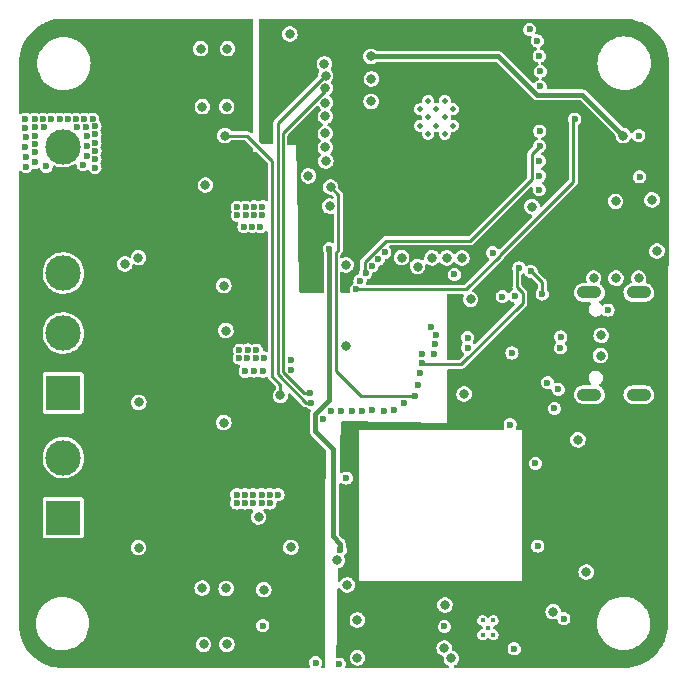
<source format=gbr>
%TF.GenerationSoftware,KiCad,Pcbnew,6.0.10-86aedd382b~118~ubuntu22.04.1*%
%TF.CreationDate,2023-04-05T16:54:16+05:30*%
%TF.ProjectId,Quadruped,51756164-7275-4706-9564-2e6b69636164,rev?*%
%TF.SameCoordinates,Original*%
%TF.FileFunction,Copper,L2,Inr*%
%TF.FilePolarity,Positive*%
%FSLAX46Y46*%
G04 Gerber Fmt 4.6, Leading zero omitted, Abs format (unit mm)*
G04 Created by KiCad (PCBNEW 6.0.10-86aedd382b~118~ubuntu22.04.1) date 2023-04-05 16:54:16*
%MOMM*%
%LPD*%
G01*
G04 APERTURE LIST*
%TA.AperFunction,ComponentPad*%
%ADD10R,3.000000X3.000000*%
%TD*%
%TA.AperFunction,ComponentPad*%
%ADD11C,3.000000*%
%TD*%
%TA.AperFunction,ComponentPad*%
%ADD12C,0.400000*%
%TD*%
%TA.AperFunction,HeatsinkPad*%
%ADD13C,0.500000*%
%TD*%
%TA.AperFunction,ComponentPad*%
%ADD14O,2.100000X1.050000*%
%TD*%
%TA.AperFunction,ViaPad*%
%ADD15C,0.600000*%
%TD*%
%TA.AperFunction,ViaPad*%
%ADD16C,0.800000*%
%TD*%
%TA.AperFunction,Conductor*%
%ADD17C,0.400000*%
%TD*%
%TA.AperFunction,Conductor*%
%ADD18C,0.250000*%
%TD*%
G04 APERTURE END LIST*
D10*
%TO.N,VM*%
%TO.C,P1*%
X32800000Y-91500000D03*
D11*
%TO.N,GND*%
X32800000Y-86420000D03*
%TD*%
D10*
%TO.N,/DRV8323/MOTOR_C*%
%TO.C,J2*%
X32800000Y-107280000D03*
D11*
%TO.N,/DRV8323/MOTOR_B*%
X32800000Y-102200000D03*
%TO.N,/DRV8323/MOTOR_A*%
X32800000Y-97120000D03*
%TD*%
D12*
%TO.N,N/C*%
%TO.C,IC1*%
X68300000Y-126550000D03*
%TO.N,GND*%
X69200000Y-126550000D03*
X68750000Y-127150000D03*
%TO.N,N/C*%
X68300000Y-127750000D03*
X69200000Y-127750000D03*
%TD*%
D13*
%TO.N,N/C*%
%TO.C,U1*%
X62990000Y-84650000D03*
X65090000Y-83950000D03*
X64390000Y-84650000D03*
X63690000Y-82550000D03*
X65090000Y-85350000D03*
X63690000Y-83950000D03*
X65790000Y-84650000D03*
X62990000Y-83250000D03*
X65090000Y-82550000D03*
X64390000Y-83250000D03*
X63690000Y-85350000D03*
X65790000Y-83250000D03*
%TD*%
D10*
%TO.N,/CAN_BUS_IC/CANH*%
%TO.C,P2*%
X32800000Y-117840000D03*
D11*
%TO.N,/CAN_BUS_IC/CANL*%
X32800000Y-112760000D03*
%TD*%
D14*
%TO.N,GND*%
%TO.C,J1*%
X77345000Y-107420000D03*
X77345000Y-98780000D03*
X81525000Y-107420000D03*
X81525000Y-98780000D03*
%TD*%
D15*
%TO.N,3V3_IN*%
X62966972Y-105563366D03*
X73420000Y-126720000D03*
D16*
X77340000Y-91830000D03*
D15*
X63783145Y-96993677D03*
X66740000Y-106020000D03*
X56980000Y-115600000D03*
D16*
X69363374Y-97691224D03*
D15*
X77080000Y-83400000D03*
D16*
X58770000Y-77500000D03*
X74090000Y-110130000D03*
X57320000Y-95330000D03*
D15*
%TO.N,GND*%
X31350000Y-88110000D03*
D16*
X55990000Y-121450000D03*
D15*
X34800000Y-87210000D03*
D16*
X46640000Y-128570000D03*
D15*
X47480000Y-116600000D03*
X81530000Y-85500000D03*
X48360000Y-104330000D03*
X35480000Y-86100000D03*
X35480000Y-85400000D03*
X48880000Y-115900000D03*
X50280000Y-115900000D03*
D16*
X44560000Y-123810000D03*
D15*
X35480000Y-84700000D03*
X31080000Y-84100000D03*
X50280000Y-116600000D03*
X29580000Y-84880000D03*
D16*
X56700000Y-103280000D03*
D15*
X47480000Y-115900000D03*
D16*
X67281516Y-99363082D03*
D15*
X34810000Y-86350000D03*
X48190000Y-105440000D03*
X30380000Y-86900000D03*
X48180000Y-115900000D03*
D16*
X74280000Y-125810000D03*
D15*
X34780000Y-85500000D03*
X72280000Y-76500000D03*
X35480000Y-88200000D03*
D16*
X44570000Y-83050000D03*
D15*
X48960000Y-92220000D03*
D16*
X66730000Y-107370161D03*
D15*
X35480000Y-86800000D03*
X49650000Y-91520000D03*
D16*
X77070000Y-122450000D03*
D15*
X49800000Y-104330000D03*
X49480000Y-93220000D03*
X30410000Y-87760000D03*
X48800000Y-93210000D03*
X49640000Y-92200000D03*
X32480000Y-84100000D03*
X30380000Y-84800000D03*
X74380000Y-108600000D03*
X30380000Y-86200000D03*
D16*
X44670000Y-128570000D03*
D15*
X47710000Y-103660000D03*
X48090000Y-93220000D03*
X29580000Y-84100000D03*
D16*
X46690000Y-78140000D03*
D15*
X48420000Y-103650000D03*
D16*
X65044652Y-128874500D03*
D15*
X47520000Y-91560000D03*
X34470000Y-87960000D03*
X34580000Y-84100000D03*
X48180000Y-116600000D03*
X35280000Y-84100000D03*
X48960000Y-105430000D03*
X49580000Y-115900000D03*
X33980000Y-84800000D03*
D16*
X46580000Y-123840000D03*
X52060000Y-120350000D03*
X49325000Y-117796500D03*
D15*
X49710000Y-105440000D03*
X35480000Y-87500000D03*
D16*
X46630000Y-83050000D03*
X51980000Y-76900000D03*
D15*
X48250000Y-91550000D03*
X48970000Y-91530000D03*
X33180000Y-84100000D03*
X49140000Y-103660000D03*
X29600000Y-85640000D03*
X75180000Y-126400000D03*
D16*
X57700000Y-129700000D03*
X76370000Y-111250000D03*
D15*
X29600000Y-87300000D03*
X31780000Y-84100000D03*
D16*
X44430000Y-78140000D03*
D15*
X47690000Y-104330000D03*
X49580000Y-116600000D03*
X50980000Y-115900000D03*
X31180000Y-84800000D03*
D16*
X56730000Y-96440000D03*
D15*
X73780000Y-106420000D03*
X29650000Y-88120000D03*
X48260000Y-92220000D03*
X48880000Y-116600000D03*
X70780000Y-103900000D03*
D16*
X83060000Y-95270000D03*
D15*
X30380000Y-85500000D03*
X29590000Y-86440000D03*
X81590000Y-88990000D03*
X49070000Y-104310000D03*
X56760000Y-114490000D03*
X33880000Y-84100000D03*
X30380000Y-84100000D03*
X47530000Y-92240000D03*
X34680000Y-84800000D03*
D16*
%TO.N,/EN*%
X80210000Y-85490000D03*
X58840000Y-78790000D03*
D15*
%TO.N,VM*%
X44380000Y-92220000D03*
X30280000Y-92200000D03*
D16*
X46080000Y-106850000D03*
D15*
X43590000Y-94690000D03*
X30280000Y-91500000D03*
D16*
X46080000Y-120470000D03*
D15*
X42790000Y-94700000D03*
D16*
X46070000Y-93290000D03*
X46070000Y-91960000D03*
D15*
X41200000Y-93850000D03*
X41790000Y-105200000D03*
X44380000Y-92990000D03*
X42590000Y-104440000D03*
X44260000Y-104430000D03*
X30280000Y-89400000D03*
X40990000Y-105970000D03*
X31680000Y-93600000D03*
X44380000Y-93930000D03*
X42750000Y-118320000D03*
D16*
X46080000Y-105530000D03*
D15*
X41900000Y-118320000D03*
X42000000Y-93870000D03*
X42610000Y-106020000D03*
X29580000Y-89400000D03*
X40990000Y-117590000D03*
X41840000Y-107480000D03*
X34480000Y-89400000D03*
X40990000Y-107490000D03*
X33080000Y-93600000D03*
D16*
X46100000Y-119140000D03*
D15*
X41170000Y-93090000D03*
X40970000Y-104440000D03*
D16*
X38970000Y-78240000D03*
D15*
X43510000Y-105280000D03*
X34930000Y-90890000D03*
D16*
X46070000Y-116470000D03*
D15*
X42850000Y-95530000D03*
X30280000Y-90800000D03*
D16*
X39110000Y-128540000D03*
X40730000Y-123710000D03*
D15*
X44370000Y-116780000D03*
D16*
X40600000Y-128600000D03*
D15*
X30980000Y-89400000D03*
X41920000Y-117580000D03*
D16*
X41070000Y-78240000D03*
D15*
X43600000Y-119850000D03*
X43610000Y-92220000D03*
X43440000Y-104440000D03*
X43620000Y-117580000D03*
X44340000Y-107620000D03*
X41820000Y-106680000D03*
X33780000Y-93600000D03*
X34940000Y-90140000D03*
X41910000Y-92260000D03*
X42770000Y-93850000D03*
X40970000Y-119840000D03*
X42770000Y-117560000D03*
X29580000Y-91500000D03*
X42780000Y-119080000D03*
X41920000Y-119840000D03*
X42610000Y-105230000D03*
X30280000Y-90100000D03*
X43570000Y-106850000D03*
X29580000Y-92200000D03*
X29580000Y-90100000D03*
D16*
X46070000Y-104170000D03*
D15*
X42770000Y-116790000D03*
X44400000Y-94740000D03*
X44370000Y-117560000D03*
X41960000Y-116780000D03*
X40990000Y-105220000D03*
X30980000Y-93600000D03*
D16*
X65110000Y-125250000D03*
D15*
X31680000Y-89400000D03*
X34480000Y-93600000D03*
X34940000Y-91620000D03*
X43610000Y-93910000D03*
X43550000Y-118280000D03*
X30280000Y-93600000D03*
D16*
X38940000Y-82860000D03*
D15*
X33780000Y-89400000D03*
X34930000Y-93050000D03*
X32380000Y-89400000D03*
X42760000Y-93030000D03*
X41200000Y-94590000D03*
D16*
X65647752Y-129752428D03*
X46110000Y-117820000D03*
D15*
X33080000Y-89400000D03*
X72970000Y-120250000D03*
X40980000Y-119100000D03*
X44250000Y-105250000D03*
X42720000Y-92240000D03*
D16*
X46050000Y-95950000D03*
D15*
X41180000Y-92260000D03*
X29580000Y-93600000D03*
X40990000Y-106720000D03*
X44370000Y-119850000D03*
X44400000Y-95590000D03*
X42700000Y-106760000D03*
X43570000Y-116780000D03*
X34920000Y-92330000D03*
X42050000Y-94690000D03*
X44310000Y-119070000D03*
X43640000Y-93030000D03*
X40990000Y-118350000D03*
D16*
X40970000Y-82860000D03*
D15*
X41770000Y-104440000D03*
X41810000Y-105940000D03*
X44290000Y-106860000D03*
X41900000Y-119080000D03*
X29580000Y-90800000D03*
X42120000Y-95530000D03*
X29580000Y-92900000D03*
X42780000Y-119870000D03*
X41020000Y-116800000D03*
X44250000Y-106070000D03*
D16*
X46070000Y-108170000D03*
D15*
X41260000Y-95490000D03*
X43520000Y-106070000D03*
X44350000Y-118280000D03*
X43590000Y-107640000D03*
X41970000Y-93070000D03*
X32380000Y-93600000D03*
X30280000Y-92900000D03*
D16*
X39406728Y-123723272D03*
D15*
X42700000Y-107540000D03*
D16*
X46070000Y-94610000D03*
D15*
X43570000Y-95570000D03*
X43570000Y-119080000D03*
%TO.N,/IO47*%
X71374500Y-96700000D03*
X63133784Y-104781461D03*
%TO.N,VBUS*%
X72770000Y-113250000D03*
X78915500Y-100270000D03*
X74710000Y-106980000D03*
D16*
X77700000Y-97570000D03*
D15*
X70630000Y-109960000D03*
%TO.N,/D-*%
X67025358Y-103445000D03*
D16*
X78280000Y-104120000D03*
D15*
X74890000Y-103470000D03*
D16*
X81500000Y-97570000D03*
%TO.N,/D+*%
X79590000Y-97570000D03*
D15*
X67025358Y-102595000D03*
D16*
X78340000Y-102400000D03*
D15*
X74920000Y-102540000D03*
D16*
%TO.N,/RTS*%
X82640000Y-90930000D03*
X54895000Y-79424500D03*
X58880000Y-80690000D03*
D15*
%TO.N,/RXD*%
X71058386Y-99078386D03*
X73170000Y-81330000D03*
%TO.N,/TXD*%
X73180000Y-80050000D03*
X69960000Y-99130000D03*
D16*
%TO.N,/DTR*%
X54992299Y-82712299D03*
X79554500Y-91060000D03*
%TO.N,/DRV8323/GHA*%
X39161945Y-95830000D03*
D15*
X52041893Y-104515071D03*
D16*
%TO.N,/DRV8323/MOTOR_A*%
X38005523Y-96378152D03*
D15*
X52090588Y-105313089D03*
D16*
%TO.N,/DRV8323/GLA*%
X46480000Y-85500000D03*
X51180000Y-107500000D03*
%TO.N,/DRV8323/SPA*%
X46380000Y-109795500D03*
X44829945Y-89680000D03*
%TO.N,/DRV8323/SPB*%
X46560500Y-102000000D03*
D15*
X54819500Y-109505000D03*
%TO.N,/DRV8323/GLB*%
X55430000Y-108780000D03*
D16*
X46380000Y-98200000D03*
D15*
%TO.N,/DRV8323/MOTOR_B*%
X56350000Y-108790000D03*
D16*
%TO.N,/DRV8323/GHB*%
X39185055Y-108080000D03*
D15*
X57199647Y-108799647D03*
%TO.N,/DRV8323/GHC*%
X58085460Y-108794188D03*
D16*
X39166000Y-120380000D03*
D15*
%TO.N,/DRV8323/MOTOR_C*%
X58920000Y-108750000D03*
%TO.N,/DRV8323/GLC*%
X59966896Y-108773104D03*
%TO.N,/DRV8323/SPC*%
X60838485Y-108761515D03*
%TO.N,/IO19*%
X61630000Y-108140000D03*
D16*
X55360500Y-91470000D03*
D15*
%TO.N,/IO8*%
X62560000Y-107570000D03*
D16*
X55429750Y-89860250D03*
D15*
%TO.N,/IO1*%
X72930000Y-77490000D03*
X62821161Y-106645661D03*
%TO.N,/IO38*%
X73110000Y-87660000D03*
X63190000Y-103954500D03*
%TO.N,/IO37*%
X73090000Y-88900000D03*
X64168118Y-103957578D03*
%TO.N,/IO48*%
X64233663Y-103160767D03*
X72410000Y-96980000D03*
X73340000Y-98900000D03*
%TO.N,/IO36*%
X64355349Y-102370579D03*
X73090000Y-90070000D03*
%TO.N,/IO2*%
X63920000Y-101700000D03*
X73090000Y-78760000D03*
D16*
%TO.N,/IO17*%
X56830000Y-123540000D03*
X55020000Y-87660000D03*
%TO.N,/IO18*%
X49780000Y-123940000D03*
X53550000Y-88900000D03*
D15*
%TO.N,/IO21*%
X58928747Y-96537579D03*
X69150000Y-95410000D03*
%TO.N,/IO39*%
X73120000Y-86390000D03*
X58392026Y-97130145D03*
%TO.N,/IO40*%
X73140000Y-85120000D03*
X57910768Y-97768577D03*
%TO.N,/IO41*%
X76104500Y-84100000D03*
X57613054Y-98510581D03*
%TO.N,/CAN_BUS_IC/CANH*%
X54170000Y-130110000D03*
%TO.N,/CAN_BUS_IC/CANL*%
X49690000Y-126990000D03*
%TO.N,/IO35*%
X56160000Y-130240000D03*
D16*
X57690000Y-126500000D03*
X72480000Y-91500000D03*
%TO.N,/IO4*%
X54996676Y-80419208D03*
D15*
X53770000Y-108100000D03*
D16*
%TO.N,/IO5*%
X54980000Y-81450000D03*
D15*
X53694549Y-107292274D03*
D16*
%TO.N,/IO6*%
X58860000Y-82590000D03*
%TO.N,/IO7*%
X54980000Y-83860000D03*
D15*
%TO.N,/IO15*%
X60020000Y-95370000D03*
D16*
X54980000Y-85309500D03*
D15*
%TO.N,/IO16*%
X59455238Y-95935905D03*
D16*
X54980000Y-86500000D03*
D15*
%TO.N,/IO20*%
X55330000Y-95070000D03*
X56242371Y-120586627D03*
D16*
%TO.N,/IO9*%
X61450000Y-95830000D03*
%TO.N,/IO10*%
X62792299Y-96582299D03*
%TO.N,/IO11*%
X64020000Y-95840000D03*
%TO.N,/IO12*%
X65260000Y-95850000D03*
%TO.N,/IO13*%
X66540000Y-95860000D03*
D15*
%TO.N,/IO14*%
X65915500Y-97250000D03*
%TO.N,/EN-TPS*%
X70970000Y-128950000D03*
X65068411Y-127051589D03*
%TD*%
D17*
%TO.N,/EN*%
X76750000Y-82030000D02*
X72880050Y-82030000D01*
X72880050Y-82030000D02*
X69640050Y-78790000D01*
X80210000Y-85490000D02*
X76750000Y-82030000D01*
X69640050Y-78790000D02*
X58840000Y-78790000D01*
D18*
%TO.N,/IO47*%
X71210000Y-96864500D02*
X71374500Y-96700000D01*
X63227385Y-104875062D02*
X66479180Y-104875062D01*
X63133784Y-104781461D02*
X63227385Y-104875062D01*
X66479180Y-104875062D02*
X71683386Y-99670856D01*
X71683386Y-98819502D02*
X71210000Y-98346116D01*
X71683386Y-99670856D02*
X71683386Y-98819502D01*
X71210000Y-98346116D02*
X71210000Y-96864500D01*
%TO.N,/DRV8323/GLA*%
X50490000Y-105882792D02*
X51180000Y-106572792D01*
X50490000Y-87640000D02*
X50490000Y-105882792D01*
X51180000Y-106572792D02*
X51180000Y-107500000D01*
X46480000Y-85500000D02*
X48350000Y-85500000D01*
X48350000Y-85500000D02*
X50490000Y-87640000D01*
%TO.N,/IO8*%
X55855000Y-105405000D02*
X57965000Y-107515000D01*
X62505000Y-107515000D02*
X62560000Y-107570000D01*
X55429750Y-89860250D02*
X56085000Y-90515500D01*
X56085000Y-95198884D02*
X55855000Y-95428884D01*
X56085000Y-90515500D02*
X56085000Y-95198884D01*
X55855000Y-95428884D02*
X55855000Y-105405000D01*
X57965000Y-107515000D02*
X62505000Y-107515000D01*
%TO.N,/IO48*%
X73340000Y-97910000D02*
X72410000Y-96980000D01*
X73340000Y-98900000D02*
X73340000Y-97910000D01*
%TO.N,/IO39*%
X58303747Y-97041866D02*
X58303747Y-96202369D01*
X67265000Y-94395000D02*
X72465000Y-89195000D01*
X60111116Y-94395000D02*
X67265000Y-94395000D01*
X72465000Y-89195000D02*
X72465000Y-87045000D01*
X58392026Y-97130145D02*
X58303747Y-97041866D01*
X58303747Y-96202369D02*
X60111116Y-94395000D01*
X72465000Y-87045000D02*
X73120000Y-86390000D01*
%TO.N,/IO41*%
X69775000Y-95605000D02*
X69775000Y-95668884D01*
X69775000Y-95668884D02*
X66933303Y-98510581D01*
X66933303Y-98510581D02*
X57613054Y-98510581D01*
X75980000Y-84224500D02*
X75980000Y-89400000D01*
X76104500Y-84100000D02*
X75980000Y-84224500D01*
X75980000Y-89400000D02*
X69775000Y-95605000D01*
%TO.N,/IO4*%
X53343604Y-108100000D02*
X53770000Y-108100000D01*
X54996676Y-80419208D02*
X54980792Y-80419208D01*
X50940000Y-84460000D02*
X50940000Y-105696396D01*
X54980792Y-80419208D02*
X50940000Y-84460000D01*
X50940000Y-105696396D02*
X53343604Y-108100000D01*
%TO.N,/IO5*%
X53172274Y-107292274D02*
X53694549Y-107292274D01*
X51390000Y-85290000D02*
X51390000Y-105510000D01*
X51390000Y-105510000D02*
X53172274Y-107292274D01*
X54980000Y-81450000D02*
X54980000Y-81700000D01*
X54980000Y-81700000D02*
X51390000Y-85290000D01*
D17*
%TO.N,/IO20*%
X55600000Y-112010000D02*
X54119500Y-110529500D01*
X55330000Y-107890050D02*
X55330000Y-95070000D01*
X54119500Y-109100550D02*
X55330000Y-107890050D01*
X54119500Y-110529500D02*
X54119500Y-109100550D01*
X56242371Y-120586627D02*
X56242371Y-120042371D01*
X55600000Y-119400000D02*
X55600000Y-112010000D01*
X56242371Y-120042371D02*
X55600000Y-119400000D01*
%TD*%
%TA.AperFunction,Conductor*%
%TO.N,VM*%
G36*
X42320000Y-84510000D02*
G01*
X36930000Y-84510000D01*
X36930000Y-94210000D01*
X29150000Y-94210000D01*
X29150000Y-88990000D01*
X35860000Y-88980000D01*
X35860000Y-88607348D01*
X35868921Y-88600503D01*
X35868924Y-88600500D01*
X35875474Y-88595474D01*
X35964355Y-88479642D01*
X36020228Y-88344754D01*
X36039285Y-88200000D01*
X36028683Y-88119469D01*
X36021306Y-88063432D01*
X36021305Y-88063430D01*
X36020228Y-88055246D01*
X35964355Y-87920358D01*
X35959326Y-87913804D01*
X35958864Y-87913004D01*
X35942124Y-87844009D01*
X35958864Y-87786996D01*
X35959326Y-87786196D01*
X35964355Y-87779642D01*
X36020228Y-87644754D01*
X36030100Y-87569772D01*
X36038207Y-87508188D01*
X36039285Y-87500000D01*
X36023298Y-87378567D01*
X36021306Y-87363432D01*
X36021305Y-87363430D01*
X36020228Y-87355246D01*
X35964355Y-87220358D01*
X35959326Y-87213804D01*
X35958864Y-87213004D01*
X35942124Y-87144009D01*
X35958864Y-87086996D01*
X35959326Y-87086196D01*
X35964355Y-87079642D01*
X36020228Y-86944754D01*
X36039285Y-86800000D01*
X36020228Y-86655246D01*
X35964355Y-86520358D01*
X35959326Y-86513804D01*
X35958864Y-86513004D01*
X35942124Y-86444009D01*
X35958864Y-86386996D01*
X35959326Y-86386196D01*
X35964355Y-86379642D01*
X36020228Y-86244754D01*
X36039285Y-86100000D01*
X36020228Y-85955246D01*
X35964355Y-85820358D01*
X35959326Y-85813804D01*
X35958864Y-85813004D01*
X35942124Y-85744009D01*
X35958864Y-85686996D01*
X35959326Y-85686196D01*
X35964355Y-85679642D01*
X36020228Y-85544754D01*
X36039285Y-85400000D01*
X36023292Y-85278517D01*
X36021306Y-85263432D01*
X36021305Y-85263430D01*
X36020228Y-85255246D01*
X35964355Y-85120358D01*
X35959326Y-85113804D01*
X35958864Y-85113004D01*
X35942124Y-85044009D01*
X35958864Y-84986996D01*
X35959326Y-84986196D01*
X35964355Y-84979642D01*
X36020228Y-84844754D01*
X36039285Y-84700000D01*
X36024060Y-84584355D01*
X36021306Y-84563432D01*
X36021305Y-84563430D01*
X36020228Y-84555246D01*
X35964355Y-84420358D01*
X35875474Y-84304526D01*
X35868921Y-84299498D01*
X35863462Y-84294039D01*
X35860000Y-84287699D01*
X35860000Y-83730000D01*
X37270000Y-83730000D01*
X37270000Y-77180000D01*
X42310000Y-77180000D01*
X42320000Y-84510000D01*
G37*
%TD.AperFunction*%
%TD*%
%TA.AperFunction,Conductor*%
%TO.N,3V3_IN*%
G36*
X70534747Y-75592441D02*
G01*
X80272515Y-75594491D01*
X80297061Y-75596912D01*
X80310000Y-75599486D01*
X80322169Y-75597066D01*
X80334569Y-75597066D01*
X80345624Y-75596251D01*
X80557669Y-75606667D01*
X80672906Y-75612329D01*
X80685202Y-75613539D01*
X81038497Y-75665946D01*
X81050603Y-75668353D01*
X81397074Y-75755140D01*
X81408893Y-75758725D01*
X81654496Y-75846604D01*
X81745158Y-75879044D01*
X81756580Y-75883775D01*
X82079449Y-76036479D01*
X82090351Y-76042306D01*
X82205089Y-76111077D01*
X82396694Y-76225921D01*
X82406975Y-76232791D01*
X82693836Y-76445542D01*
X82703394Y-76453386D01*
X82968024Y-76693232D01*
X82976768Y-76701976D01*
X83216614Y-76966606D01*
X83224458Y-76976164D01*
X83437209Y-77263025D01*
X83444079Y-77273306D01*
X83492105Y-77353432D01*
X83626168Y-77577102D01*
X83627692Y-77579645D01*
X83633521Y-77590551D01*
X83786225Y-77913420D01*
X83790956Y-77924842D01*
X83908612Y-78253664D01*
X83911272Y-78261099D01*
X83914860Y-78272926D01*
X84001647Y-78619397D01*
X84004054Y-78631503D01*
X84056244Y-78983338D01*
X84056460Y-78984793D01*
X84057672Y-78997099D01*
X84073749Y-79324376D01*
X84072934Y-79335431D01*
X84072934Y-79347831D01*
X84070514Y-79360000D01*
X84072935Y-79372169D01*
X84073020Y-79372598D01*
X84075442Y-79397375D01*
X84021729Y-113930715D01*
X84001776Y-126758643D01*
X83999355Y-126783028D01*
X83999153Y-126784044D01*
X83996732Y-126796217D01*
X83999153Y-126808389D01*
X83999153Y-126820796D01*
X83999967Y-126831838D01*
X83993341Y-126966713D01*
X83984057Y-127155695D01*
X83983744Y-127162059D01*
X83982533Y-127174356D01*
X83934538Y-127497903D01*
X83929695Y-127530554D01*
X83927283Y-127542681D01*
X83839783Y-127891994D01*
X83836199Y-127903811D01*
X83714877Y-128242879D01*
X83710155Y-128254277D01*
X83556190Y-128579805D01*
X83550362Y-128590710D01*
X83365236Y-128899574D01*
X83358366Y-128909855D01*
X83143861Y-129199081D01*
X83136017Y-129208639D01*
X82894194Y-129475450D01*
X82885450Y-129484194D01*
X82618639Y-129726017D01*
X82609081Y-129733861D01*
X82319855Y-129948366D01*
X82309574Y-129955236D01*
X82000710Y-130140362D01*
X81989805Y-130146190D01*
X81664277Y-130300155D01*
X81652879Y-130304877D01*
X81313811Y-130426199D01*
X81301994Y-130429783D01*
X80952681Y-130517283D01*
X80940557Y-130519694D01*
X80584356Y-130572533D01*
X80572065Y-130573743D01*
X80454290Y-130579530D01*
X80241838Y-130589967D01*
X80230796Y-130589153D01*
X80218389Y-130589153D01*
X80206217Y-130586732D01*
X80193305Y-130589300D01*
X80168736Y-130591721D01*
X79812069Y-130591749D01*
X65964429Y-130592853D01*
X65896307Y-130572856D01*
X65849810Y-130519204D01*
X65839700Y-130448931D01*
X65869188Y-130384348D01*
X65907806Y-130354288D01*
X66005821Y-130304993D01*
X66005827Y-130304989D01*
X66012607Y-130301579D01*
X66018378Y-130296650D01*
X66018381Y-130296648D01*
X66127288Y-130203632D01*
X66127288Y-130203631D01*
X66133066Y-130198697D01*
X66225507Y-130070052D01*
X66284594Y-129923069D01*
X66306914Y-129766235D01*
X66307059Y-129752428D01*
X66288028Y-129595161D01*
X66232032Y-129446974D01*
X66219904Y-129429327D01*
X66146607Y-129322679D01*
X66146606Y-129322677D01*
X66142305Y-129316420D01*
X66024027Y-129211039D01*
X65884026Y-129136912D01*
X65876663Y-129135063D01*
X65876659Y-129135061D01*
X65785907Y-129112266D01*
X65724711Y-129076271D01*
X65692690Y-129012906D01*
X65691859Y-128972309D01*
X65695034Y-128950000D01*
X70410715Y-128950000D01*
X70411793Y-128958188D01*
X70428099Y-129082043D01*
X70429772Y-129094754D01*
X70432931Y-129102380D01*
X70475046Y-129204053D01*
X70485645Y-129229642D01*
X70574526Y-129345474D01*
X70581076Y-129350500D01*
X70581079Y-129350503D01*
X70683804Y-129429327D01*
X70690357Y-129434355D01*
X70825246Y-129490228D01*
X70970000Y-129509285D01*
X70978188Y-129508207D01*
X71106566Y-129491306D01*
X71114754Y-129490228D01*
X71249643Y-129434355D01*
X71256196Y-129429327D01*
X71358921Y-129350503D01*
X71358924Y-129350500D01*
X71365474Y-129345474D01*
X71454355Y-129229642D01*
X71464955Y-129204053D01*
X71507069Y-129102380D01*
X71510228Y-129094754D01*
X71511902Y-129082043D01*
X71528207Y-128958188D01*
X71529285Y-128950000D01*
X71519890Y-128878634D01*
X71511306Y-128813432D01*
X71511305Y-128813430D01*
X71510228Y-128805246D01*
X71474119Y-128718071D01*
X71457515Y-128677986D01*
X71457514Y-128677984D01*
X71454355Y-128670358D01*
X71393239Y-128590710D01*
X71370501Y-128561077D01*
X71370500Y-128561076D01*
X71365474Y-128554526D01*
X71358924Y-128549500D01*
X71358921Y-128549497D01*
X71256196Y-128470673D01*
X71256194Y-128470672D01*
X71249643Y-128465645D01*
X71114754Y-128409772D01*
X70970000Y-128390715D01*
X70961812Y-128391793D01*
X70833432Y-128408694D01*
X70833430Y-128408695D01*
X70825246Y-128409772D01*
X70780405Y-128428346D01*
X70697986Y-128462485D01*
X70697984Y-128462486D01*
X70690358Y-128465645D01*
X70574526Y-128554526D01*
X70485645Y-128670358D01*
X70482486Y-128677984D01*
X70482485Y-128677986D01*
X70465881Y-128718071D01*
X70429772Y-128805246D01*
X70428695Y-128813430D01*
X70428694Y-128813432D01*
X70420110Y-128878634D01*
X70410715Y-128950000D01*
X65695034Y-128950000D01*
X65703233Y-128892391D01*
X65703233Y-128892388D01*
X65703814Y-128888307D01*
X65703883Y-128881765D01*
X65703916Y-128878634D01*
X65703916Y-128878628D01*
X65703959Y-128874500D01*
X65684928Y-128717233D01*
X65628932Y-128569046D01*
X65615496Y-128549497D01*
X65543507Y-128444751D01*
X65543506Y-128444749D01*
X65539205Y-128438492D01*
X65420927Y-128333111D01*
X65413541Y-128329200D01*
X65287640Y-128262539D01*
X65287641Y-128262539D01*
X65280926Y-128258984D01*
X65127285Y-128220392D01*
X65119686Y-128220352D01*
X65119685Y-128220352D01*
X65053833Y-128220007D01*
X64968873Y-128219562D01*
X64961493Y-128221334D01*
X64961491Y-128221334D01*
X64822215Y-128254771D01*
X64822212Y-128254772D01*
X64814836Y-128256543D01*
X64674066Y-128329200D01*
X64554691Y-128433338D01*
X64463602Y-128562944D01*
X64406058Y-128710537D01*
X64405066Y-128718070D01*
X64405066Y-128718071D01*
X64392512Y-128813432D01*
X64385381Y-128867596D01*
X64390047Y-128909855D01*
X64401424Y-129012906D01*
X64402765Y-129025053D01*
X64405375Y-129032184D01*
X64405375Y-129032186D01*
X64453489Y-129163664D01*
X64457205Y-129173819D01*
X64461441Y-129180122D01*
X64461441Y-129180123D01*
X64522005Y-129270251D01*
X64545560Y-129305305D01*
X64551179Y-129310418D01*
X64551180Y-129310419D01*
X64643635Y-129394546D01*
X64662728Y-129411919D01*
X64801945Y-129487508D01*
X64862101Y-129503290D01*
X64907640Y-129515237D01*
X64968455Y-129551871D01*
X64999810Y-129615569D01*
X65000588Y-129653559D01*
X64990502Y-129730174D01*
X64988481Y-129745524D01*
X64997173Y-129824253D01*
X65002295Y-129870641D01*
X65005865Y-129902981D01*
X65008475Y-129910112D01*
X65008475Y-129910114D01*
X65038509Y-129992185D01*
X65060305Y-130051747D01*
X65148660Y-130183233D01*
X65154279Y-130188346D01*
X65154280Y-130188347D01*
X65215684Y-130244220D01*
X65265828Y-130289847D01*
X65387985Y-130356173D01*
X65438307Y-130406256D01*
X65453563Y-130475594D01*
X65428911Y-130542173D01*
X65372176Y-130584855D01*
X65327873Y-130592904D01*
X62251328Y-130593149D01*
X57845146Y-130593501D01*
X57777025Y-130573504D01*
X57730528Y-130519852D01*
X57720418Y-130449579D01*
X57749906Y-130384996D01*
X57809629Y-130346608D01*
X57817007Y-130344681D01*
X57915929Y-130322025D01*
X57915933Y-130322024D01*
X57923332Y-130320329D01*
X57994099Y-130284737D01*
X58058072Y-130252563D01*
X58058075Y-130252561D01*
X58064855Y-130249151D01*
X58070626Y-130244222D01*
X58070629Y-130244220D01*
X58179536Y-130151204D01*
X58179536Y-130151203D01*
X58185314Y-130146269D01*
X58277755Y-130017624D01*
X58336842Y-129870641D01*
X58342965Y-129827615D01*
X58358581Y-129717891D01*
X58358581Y-129717888D01*
X58359162Y-129713807D01*
X58359307Y-129700000D01*
X58340276Y-129542733D01*
X58284280Y-129394546D01*
X58250554Y-129345474D01*
X58198855Y-129270251D01*
X58198854Y-129270249D01*
X58194553Y-129263992D01*
X58076275Y-129158611D01*
X58068889Y-129154700D01*
X57988745Y-129112266D01*
X57936274Y-129084484D01*
X57782633Y-129045892D01*
X57775034Y-129045852D01*
X57775033Y-129045852D01*
X57709181Y-129045507D01*
X57624221Y-129045062D01*
X57616841Y-129046834D01*
X57616839Y-129046834D01*
X57477563Y-129080271D01*
X57477560Y-129080272D01*
X57470184Y-129082043D01*
X57329414Y-129154700D01*
X57210039Y-129258838D01*
X57118950Y-129388444D01*
X57101050Y-129434355D01*
X57064181Y-129528920D01*
X57061406Y-129536037D01*
X57060414Y-129543570D01*
X57060414Y-129543571D01*
X57050936Y-129615569D01*
X57040729Y-129693096D01*
X57058113Y-129850553D01*
X57060723Y-129857684D01*
X57060723Y-129857686D01*
X57084650Y-129923069D01*
X57112553Y-129999319D01*
X57116789Y-130005622D01*
X57116789Y-130005623D01*
X57186928Y-130110000D01*
X57200908Y-130130805D01*
X57206527Y-130135918D01*
X57206528Y-130135919D01*
X57275521Y-130198697D01*
X57318076Y-130237419D01*
X57457293Y-130313008D01*
X57464635Y-130314934D01*
X57464637Y-130314935D01*
X57581709Y-130345648D01*
X57642525Y-130382282D01*
X57673880Y-130445979D01*
X57665821Y-130516517D01*
X57620905Y-130571499D01*
X57549746Y-130593524D01*
X57016332Y-130593567D01*
X56802311Y-130593584D01*
X56734189Y-130573587D01*
X56687692Y-130519935D01*
X56677582Y-130449662D01*
X56685892Y-130419367D01*
X56697067Y-130392386D01*
X56697068Y-130392384D01*
X56700228Y-130384754D01*
X56701808Y-130372757D01*
X56718207Y-130248188D01*
X56719285Y-130240000D01*
X56706168Y-130140362D01*
X56701306Y-130103432D01*
X56701305Y-130103430D01*
X56700228Y-130095246D01*
X56663105Y-130005623D01*
X56647515Y-129967986D01*
X56647514Y-129967984D01*
X56644355Y-129960358D01*
X56594535Y-129895431D01*
X56560501Y-129851077D01*
X56560500Y-129851076D01*
X56555474Y-129844526D01*
X56548924Y-129839500D01*
X56548921Y-129839497D01*
X56446196Y-129760673D01*
X56446194Y-129760672D01*
X56439643Y-129755645D01*
X56304754Y-129699772D01*
X56274227Y-129695753D01*
X56168188Y-129681793D01*
X56160000Y-129680715D01*
X56151812Y-129681793D01*
X56151811Y-129681793D01*
X56045770Y-129695753D01*
X55975621Y-129684813D01*
X55922523Y-129637685D01*
X55903347Y-129568443D01*
X55903661Y-129551871D01*
X55937926Y-127744390D01*
X67840860Y-127744390D01*
X67842024Y-127753292D01*
X67842024Y-127753295D01*
X67856577Y-127864582D01*
X67857741Y-127873481D01*
X67910174Y-127992645D01*
X67993946Y-128092303D01*
X68001414Y-128097274D01*
X68001415Y-128097275D01*
X68094850Y-128159472D01*
X68094853Y-128159473D01*
X68102320Y-128164444D01*
X68110887Y-128167120D01*
X68110888Y-128167121D01*
X68132171Y-128173770D01*
X68226587Y-128203267D01*
X68235560Y-128203431D01*
X68235563Y-128203432D01*
X68292790Y-128204481D01*
X68356755Y-128205653D01*
X68408917Y-128191432D01*
X68473701Y-128173770D01*
X68473703Y-128173769D01*
X68482360Y-128171409D01*
X68593306Y-128103288D01*
X68657045Y-128032870D01*
X68717588Y-127995789D01*
X68788568Y-127997326D01*
X68846910Y-128036349D01*
X68888168Y-128085431D01*
X68888174Y-128085436D01*
X68893946Y-128092303D01*
X68901414Y-128097274D01*
X68901415Y-128097275D01*
X68994850Y-128159472D01*
X68994853Y-128159473D01*
X69002320Y-128164444D01*
X69010887Y-128167120D01*
X69010888Y-128167121D01*
X69032171Y-128173770D01*
X69126587Y-128203267D01*
X69135560Y-128203431D01*
X69135563Y-128203432D01*
X69192790Y-128204481D01*
X69256755Y-128205653D01*
X69308917Y-128191432D01*
X69373701Y-128173770D01*
X69373703Y-128173769D01*
X69382360Y-128171409D01*
X69493306Y-128103288D01*
X69509467Y-128085434D01*
X69574644Y-128013427D01*
X69574645Y-128013426D01*
X69580672Y-128006767D01*
X69590068Y-127987375D01*
X69633522Y-127897685D01*
X69633522Y-127897684D01*
X69637437Y-127889604D01*
X69659037Y-127761219D01*
X69659174Y-127750000D01*
X69640718Y-127621125D01*
X69599702Y-127530916D01*
X69590548Y-127510782D01*
X69590547Y-127510780D01*
X69586832Y-127502610D01*
X69501850Y-127403983D01*
X69392601Y-127333172D01*
X69296901Y-127304552D01*
X69237368Y-127265871D01*
X69208197Y-127201144D01*
X69208635Y-127170943D01*
X69207795Y-127170868D01*
X69208230Y-127166014D01*
X69209037Y-127161219D01*
X69209174Y-127150000D01*
X69206842Y-127133717D01*
X69216984Y-127063450D01*
X69263507Y-127009820D01*
X69298427Y-126994292D01*
X69373701Y-126973770D01*
X69373703Y-126973769D01*
X69382360Y-126971409D01*
X69493306Y-126903288D01*
X69510443Y-126884355D01*
X69574644Y-126813427D01*
X69574645Y-126813426D01*
X69580672Y-126806767D01*
X69585783Y-126796219D01*
X69633522Y-126697685D01*
X69633522Y-126697684D01*
X69637437Y-126689604D01*
X69659037Y-126561219D01*
X69659174Y-126550000D01*
X69640718Y-126421125D01*
X69604882Y-126342309D01*
X69590548Y-126310782D01*
X69590547Y-126310780D01*
X69586832Y-126302610D01*
X69544341Y-126253296D01*
X69507713Y-126210787D01*
X69507712Y-126210786D01*
X69501850Y-126203983D01*
X69392601Y-126133172D01*
X69267870Y-126095870D01*
X69258894Y-126095815D01*
X69258893Y-126095815D01*
X69205678Y-126095490D01*
X69137683Y-126095074D01*
X69012505Y-126130850D01*
X68902400Y-126200321D01*
X68896458Y-126207049D01*
X68896457Y-126207050D01*
X68844287Y-126266122D01*
X68784201Y-126303941D01*
X68713207Y-126303271D01*
X68654395Y-126264964D01*
X68601850Y-126203983D01*
X68492601Y-126133172D01*
X68367870Y-126095870D01*
X68358894Y-126095815D01*
X68358893Y-126095815D01*
X68305678Y-126095490D01*
X68237683Y-126095074D01*
X68112505Y-126130850D01*
X68002400Y-126200321D01*
X67996458Y-126207049D01*
X67996457Y-126207050D01*
X67953892Y-126255246D01*
X67916219Y-126297903D01*
X67912404Y-126306028D01*
X67912403Y-126306030D01*
X67882719Y-126369256D01*
X67860890Y-126415751D01*
X67859509Y-126424620D01*
X67845511Y-126514521D01*
X67840860Y-126544390D01*
X67842024Y-126553292D01*
X67842024Y-126553295D01*
X67856385Y-126663115D01*
X67857741Y-126673481D01*
X67910174Y-126792645D01*
X67993946Y-126892303D01*
X68001414Y-126897274D01*
X68001415Y-126897275D01*
X68094850Y-126959472D01*
X68094853Y-126959473D01*
X68102320Y-126964444D01*
X68110887Y-126967120D01*
X68110888Y-126967121D01*
X68205202Y-126996586D01*
X68264259Y-127035991D01*
X68292637Y-127101070D01*
X68292270Y-127126542D01*
X68292351Y-127126543D01*
X68292242Y-127135517D01*
X68290860Y-127144390D01*
X68293061Y-127161219D01*
X68293862Y-127167344D01*
X68282860Y-127237483D01*
X68235685Y-127290540D01*
X68203550Y-127304829D01*
X68155604Y-127318532D01*
X68112505Y-127330850D01*
X68002400Y-127400321D01*
X67916219Y-127497903D01*
X67912404Y-127506028D01*
X67912403Y-127506030D01*
X67898359Y-127535944D01*
X67860890Y-127615751D01*
X67859509Y-127624620D01*
X67844232Y-127722735D01*
X67840860Y-127744390D01*
X55937926Y-127744390D01*
X55961648Y-126493096D01*
X57030729Y-126493096D01*
X57048113Y-126650553D01*
X57050723Y-126657684D01*
X57050723Y-126657686D01*
X57098749Y-126788923D01*
X57102553Y-126799319D01*
X57106789Y-126805622D01*
X57106789Y-126805623D01*
X57180302Y-126915021D01*
X57190908Y-126930805D01*
X57196527Y-126935918D01*
X57196528Y-126935919D01*
X57272344Y-127004906D01*
X57308076Y-127037419D01*
X57447293Y-127113008D01*
X57600522Y-127153207D01*
X57684477Y-127154526D01*
X57751319Y-127155576D01*
X57751322Y-127155576D01*
X57758916Y-127155695D01*
X57913332Y-127120329D01*
X57983742Y-127084917D01*
X58048072Y-127052563D01*
X58048075Y-127052561D01*
X58050008Y-127051589D01*
X64509126Y-127051589D01*
X64510204Y-127059777D01*
X64525290Y-127174365D01*
X64528183Y-127196343D01*
X64584056Y-127331231D01*
X64625678Y-127385474D01*
X64639881Y-127403983D01*
X64672937Y-127447063D01*
X64679487Y-127452089D01*
X64679490Y-127452092D01*
X64782215Y-127530916D01*
X64788768Y-127535944D01*
X64923657Y-127591817D01*
X65068411Y-127610874D01*
X65076599Y-127609796D01*
X65204977Y-127592895D01*
X65213165Y-127591817D01*
X65348054Y-127535944D01*
X65354607Y-127530916D01*
X65457332Y-127452092D01*
X65457335Y-127452089D01*
X65463885Y-127447063D01*
X65496942Y-127403983D01*
X65511144Y-127385474D01*
X65552766Y-127331231D01*
X65608639Y-127196343D01*
X65611533Y-127174365D01*
X65626618Y-127059777D01*
X65627696Y-127051589D01*
X65622197Y-127009820D01*
X65609717Y-126915021D01*
X65609716Y-126915019D01*
X65608639Y-126906835D01*
X65566715Y-126805623D01*
X65555926Y-126779575D01*
X65555925Y-126779573D01*
X65552766Y-126771947D01*
X65480444Y-126677695D01*
X65468912Y-126662666D01*
X65468911Y-126662665D01*
X65463885Y-126656115D01*
X65457335Y-126651089D01*
X65457332Y-126651086D01*
X65354607Y-126572262D01*
X65354605Y-126572261D01*
X65348054Y-126567234D01*
X65213165Y-126511361D01*
X65068411Y-126492304D01*
X65060223Y-126493382D01*
X64931843Y-126510283D01*
X64931841Y-126510284D01*
X64923657Y-126511361D01*
X64882061Y-126528591D01*
X64796397Y-126564074D01*
X64796395Y-126564075D01*
X64788769Y-126567234D01*
X64726977Y-126614649D01*
X64680186Y-126650553D01*
X64672937Y-126656115D01*
X64584056Y-126771947D01*
X64580897Y-126779573D01*
X64580896Y-126779575D01*
X64570107Y-126805623D01*
X64528183Y-126906835D01*
X64527106Y-126915019D01*
X64527105Y-126915021D01*
X64514625Y-127009820D01*
X64509126Y-127051589D01*
X58050008Y-127051589D01*
X58054855Y-127049151D01*
X58060626Y-127044222D01*
X58060629Y-127044220D01*
X58169536Y-126951204D01*
X58169536Y-126951203D01*
X58175314Y-126946269D01*
X58267755Y-126817624D01*
X58326842Y-126670641D01*
X58340843Y-126572261D01*
X58348581Y-126517891D01*
X58348581Y-126517888D01*
X58349162Y-126513807D01*
X58349307Y-126500000D01*
X58330276Y-126342733D01*
X58274280Y-126194546D01*
X58210802Y-126102185D01*
X58188855Y-126070251D01*
X58188854Y-126070249D01*
X58184553Y-126063992D01*
X58066275Y-125958611D01*
X58058889Y-125954700D01*
X57932988Y-125888039D01*
X57932989Y-125888039D01*
X57926274Y-125884484D01*
X57772633Y-125845892D01*
X57765034Y-125845852D01*
X57765033Y-125845852D01*
X57699181Y-125845507D01*
X57614221Y-125845062D01*
X57606841Y-125846834D01*
X57606839Y-125846834D01*
X57467563Y-125880271D01*
X57467560Y-125880272D01*
X57460184Y-125882043D01*
X57319414Y-125954700D01*
X57200039Y-126058838D01*
X57108950Y-126188444D01*
X57083638Y-126253366D01*
X57063920Y-126303941D01*
X57051406Y-126336037D01*
X57050414Y-126343570D01*
X57050414Y-126343571D01*
X57034560Y-126463999D01*
X57030729Y-126493096D01*
X55961648Y-126493096D01*
X55985345Y-125243096D01*
X64450729Y-125243096D01*
X64453546Y-125268611D01*
X64465872Y-125380251D01*
X64468113Y-125400553D01*
X64470723Y-125407684D01*
X64470723Y-125407686D01*
X64506169Y-125504546D01*
X64522553Y-125549319D01*
X64526789Y-125555622D01*
X64526789Y-125555623D01*
X64569863Y-125619723D01*
X64610908Y-125680805D01*
X64616527Y-125685918D01*
X64616528Y-125685919D01*
X64681480Y-125745020D01*
X64728076Y-125787419D01*
X64867293Y-125863008D01*
X65020522Y-125903207D01*
X65104477Y-125904526D01*
X65171319Y-125905576D01*
X65171322Y-125905576D01*
X65178916Y-125905695D01*
X65333332Y-125870329D01*
X65452000Y-125810646D01*
X65467012Y-125803096D01*
X73620729Y-125803096D01*
X73638113Y-125960553D01*
X73640723Y-125967684D01*
X73640723Y-125967686D01*
X73676354Y-126065052D01*
X73692553Y-126109319D01*
X73696789Y-126115622D01*
X73696789Y-126115623D01*
X73758226Y-126207050D01*
X73780908Y-126240805D01*
X73786527Y-126245918D01*
X73786528Y-126245919D01*
X73850294Y-126303941D01*
X73898076Y-126347419D01*
X74037293Y-126423008D01*
X74190522Y-126463207D01*
X74274477Y-126464526D01*
X74341319Y-126465576D01*
X74341322Y-126465576D01*
X74348916Y-126465695D01*
X74486177Y-126434258D01*
X74557044Y-126438547D01*
X74614342Y-126480469D01*
X74634481Y-126529147D01*
X74636557Y-126528591D01*
X74638694Y-126536568D01*
X74639772Y-126544754D01*
X74642931Y-126552380D01*
X74691917Y-126670641D01*
X74695645Y-126679642D01*
X74700672Y-126686193D01*
X74756265Y-126758643D01*
X74784526Y-126795474D01*
X74791076Y-126800500D01*
X74791079Y-126800503D01*
X74852092Y-126847320D01*
X74900357Y-126884355D01*
X75035246Y-126940228D01*
X75180000Y-126959285D01*
X75188188Y-126958207D01*
X75316566Y-126941306D01*
X75324754Y-126940228D01*
X75459643Y-126884355D01*
X75507908Y-126847320D01*
X77990950Y-126847320D01*
X77991313Y-126851468D01*
X77991313Y-126851472D01*
X78008608Y-127049151D01*
X78017053Y-127145679D01*
X78017963Y-127149751D01*
X78017964Y-127149756D01*
X78070653Y-127385474D01*
X78082386Y-127437964D01*
X78185802Y-127719040D01*
X78187749Y-127722733D01*
X78187750Y-127722735D01*
X78210568Y-127766013D01*
X78325484Y-127983970D01*
X78327904Y-127987375D01*
X78496553Y-128224689D01*
X78496558Y-128224695D01*
X78498977Y-128228099D01*
X78501821Y-128231148D01*
X78501826Y-128231155D01*
X78671335Y-128412931D01*
X78703234Y-128447138D01*
X78934666Y-128637239D01*
X78938223Y-128639445D01*
X78938228Y-128639448D01*
X79063219Y-128716945D01*
X79189207Y-128795061D01*
X79462385Y-128917832D01*
X79570291Y-128950000D01*
X79745402Y-129002203D01*
X79745404Y-129002203D01*
X79749401Y-129003395D01*
X79753521Y-129004048D01*
X79753523Y-129004048D01*
X79838475Y-129017503D01*
X80045212Y-129050247D01*
X80087480Y-129052166D01*
X80137455Y-129054436D01*
X80137474Y-129054436D01*
X80138874Y-129054500D01*
X80325971Y-129054500D01*
X80548839Y-129039697D01*
X80842429Y-128980499D01*
X81125609Y-128882992D01*
X81129342Y-128881123D01*
X81129346Y-128881121D01*
X81389663Y-128750764D01*
X81389665Y-128750763D01*
X81393407Y-128748889D01*
X81508962Y-128670358D01*
X81637656Y-128582898D01*
X81637659Y-128582896D01*
X81641115Y-128580547D01*
X81833323Y-128408694D01*
X81861267Y-128383709D01*
X81861268Y-128383708D01*
X81864384Y-128380922D01*
X82059289Y-128153521D01*
X82159302Y-127999516D01*
X82220129Y-127905851D01*
X82220132Y-127905846D01*
X82222408Y-127902341D01*
X82350873Y-127631794D01*
X82353177Y-127624620D01*
X82441148Y-127350621D01*
X82441148Y-127350620D01*
X82442428Y-127346634D01*
X82468097Y-127203969D01*
X82494725Y-127055978D01*
X82494726Y-127055973D01*
X82495464Y-127051869D01*
X82495812Y-127044220D01*
X82508861Y-126756850D01*
X82508861Y-126756845D01*
X82509050Y-126752680D01*
X82505348Y-126710358D01*
X82483311Y-126458482D01*
X82482947Y-126454321D01*
X82478463Y-126434258D01*
X82418526Y-126166115D01*
X82418525Y-126166112D01*
X82417614Y-126162036D01*
X82405233Y-126128384D01*
X82362072Y-126011077D01*
X82314198Y-125880960D01*
X82306794Y-125866916D01*
X82176463Y-125619723D01*
X82174516Y-125616030D01*
X82122037Y-125542185D01*
X82003447Y-125375311D01*
X82003442Y-125375305D01*
X82001023Y-125371901D01*
X81998179Y-125368852D01*
X81998174Y-125368845D01*
X81799616Y-125155918D01*
X81799614Y-125155916D01*
X81796766Y-125152862D01*
X81565334Y-124962761D01*
X81561777Y-124960555D01*
X81561772Y-124960552D01*
X81382237Y-124849236D01*
X81310793Y-124804939D01*
X81037615Y-124682168D01*
X80862977Y-124630106D01*
X80754598Y-124597797D01*
X80754596Y-124597797D01*
X80750599Y-124596605D01*
X80746479Y-124595952D01*
X80746477Y-124595952D01*
X80526619Y-124561130D01*
X80454788Y-124549753D01*
X80412520Y-124547834D01*
X80362545Y-124545564D01*
X80362526Y-124545564D01*
X80361126Y-124545500D01*
X80174029Y-124545500D01*
X79951161Y-124560303D01*
X79657571Y-124619501D01*
X79374391Y-124717008D01*
X79370658Y-124718877D01*
X79370654Y-124718879D01*
X79180718Y-124813992D01*
X79106593Y-124851111D01*
X78858885Y-125019453D01*
X78855769Y-125022239D01*
X78768493Y-125100273D01*
X78635616Y-125219078D01*
X78440711Y-125446479D01*
X78438437Y-125449981D01*
X78292632Y-125674500D01*
X78277592Y-125697659D01*
X78149127Y-125968206D01*
X78147848Y-125972189D01*
X78147847Y-125972192D01*
X78073427Y-126203983D01*
X78057572Y-126253366D01*
X78056831Y-126257485D01*
X78007952Y-126529147D01*
X78004536Y-126548131D01*
X78004347Y-126552298D01*
X78004346Y-126552305D01*
X77992298Y-126817624D01*
X77990950Y-126847320D01*
X75507908Y-126847320D01*
X75568921Y-126800503D01*
X75568924Y-126800500D01*
X75575474Y-126795474D01*
X75603736Y-126758643D01*
X75659328Y-126686193D01*
X75664355Y-126679642D01*
X75668084Y-126670641D01*
X75717069Y-126552380D01*
X75720228Y-126544754D01*
X75724209Y-126514520D01*
X75738207Y-126408188D01*
X75739285Y-126400000D01*
X75729932Y-126328957D01*
X75721306Y-126263432D01*
X75721305Y-126263430D01*
X75720228Y-126255246D01*
X75695085Y-126194546D01*
X75667515Y-126127986D01*
X75667514Y-126127984D01*
X75664355Y-126120358D01*
X75575474Y-126004526D01*
X75568924Y-125999500D01*
X75568921Y-125999497D01*
X75466196Y-125920673D01*
X75466194Y-125920672D01*
X75459643Y-125915645D01*
X75324754Y-125859772D01*
X75287026Y-125854805D01*
X75252377Y-125850244D01*
X75180000Y-125840715D01*
X75072976Y-125854805D01*
X75002829Y-125843866D01*
X74949730Y-125796738D01*
X74931444Y-125745020D01*
X74926170Y-125701439D01*
X74920276Y-125652733D01*
X74864280Y-125504546D01*
X74806614Y-125420641D01*
X74778855Y-125380251D01*
X74778854Y-125380249D01*
X74774553Y-125373992D01*
X74656275Y-125268611D01*
X74648889Y-125264700D01*
X74522988Y-125198039D01*
X74522989Y-125198039D01*
X74516274Y-125194484D01*
X74362633Y-125155892D01*
X74355034Y-125155852D01*
X74355033Y-125155852D01*
X74289181Y-125155507D01*
X74204221Y-125155062D01*
X74196841Y-125156834D01*
X74196839Y-125156834D01*
X74057563Y-125190271D01*
X74057560Y-125190272D01*
X74050184Y-125192043D01*
X73909414Y-125264700D01*
X73790039Y-125368838D01*
X73698950Y-125498444D01*
X73641406Y-125646037D01*
X73640414Y-125653570D01*
X73640414Y-125653571D01*
X73621898Y-125794220D01*
X73620729Y-125803096D01*
X65467012Y-125803096D01*
X65468072Y-125802563D01*
X65468075Y-125802561D01*
X65474855Y-125799151D01*
X65480626Y-125794222D01*
X65480629Y-125794220D01*
X65589536Y-125701204D01*
X65589536Y-125701203D01*
X65595314Y-125696269D01*
X65687755Y-125567624D01*
X65746842Y-125420641D01*
X65768325Y-125269689D01*
X65768581Y-125267891D01*
X65768581Y-125267888D01*
X65769162Y-125263807D01*
X65769307Y-125250000D01*
X65750276Y-125092733D01*
X65694280Y-124944546D01*
X65630064Y-124851111D01*
X65608855Y-124820251D01*
X65608854Y-124820249D01*
X65604553Y-124813992D01*
X65486275Y-124708611D01*
X65478889Y-124704700D01*
X65352988Y-124638039D01*
X65352989Y-124638039D01*
X65346274Y-124634484D01*
X65192633Y-124595892D01*
X65185034Y-124595852D01*
X65185033Y-124595852D01*
X65119181Y-124595507D01*
X65034221Y-124595062D01*
X65026841Y-124596834D01*
X65026839Y-124596834D01*
X64887563Y-124630271D01*
X64887560Y-124630272D01*
X64880184Y-124632043D01*
X64739414Y-124704700D01*
X64620039Y-124808838D01*
X64528950Y-124938444D01*
X64471406Y-125086037D01*
X64470414Y-125093570D01*
X64470414Y-125093571D01*
X64453473Y-125222255D01*
X64450729Y-125243096D01*
X55985345Y-125243096D01*
X56010717Y-123904698D01*
X56032005Y-123836970D01*
X56086532Y-123791503D01*
X56156985Y-123782733D01*
X56220995Y-123813445D01*
X56241433Y-123840071D01*
X56242553Y-123839319D01*
X56305569Y-123933096D01*
X56330908Y-123970805D01*
X56336527Y-123975918D01*
X56336528Y-123975919D01*
X56347903Y-123986269D01*
X56448076Y-124077419D01*
X56587293Y-124153008D01*
X56740522Y-124193207D01*
X56824477Y-124194526D01*
X56891319Y-124195576D01*
X56891322Y-124195576D01*
X56898916Y-124195695D01*
X57053332Y-124160329D01*
X57123742Y-124124917D01*
X57188072Y-124092563D01*
X57188075Y-124092561D01*
X57194855Y-124089151D01*
X57200626Y-124084222D01*
X57200629Y-124084220D01*
X57309536Y-123991204D01*
X57309536Y-123991203D01*
X57315314Y-123986269D01*
X57407755Y-123857624D01*
X57466842Y-123710641D01*
X57489162Y-123553807D01*
X57489307Y-123540000D01*
X57470276Y-123382733D01*
X57414280Y-123234546D01*
X57390537Y-123200000D01*
X57800000Y-123200000D01*
X71600000Y-123200000D01*
X71600000Y-122443096D01*
X76410729Y-122443096D01*
X76428113Y-122600553D01*
X76482553Y-122749319D01*
X76570908Y-122880805D01*
X76576527Y-122885918D01*
X76576528Y-122885919D01*
X76587903Y-122896269D01*
X76688076Y-122987419D01*
X76827293Y-123063008D01*
X76980522Y-123103207D01*
X77064477Y-123104526D01*
X77131319Y-123105576D01*
X77131322Y-123105576D01*
X77138916Y-123105695D01*
X77293332Y-123070329D01*
X77363742Y-123034917D01*
X77428072Y-123002563D01*
X77428075Y-123002561D01*
X77434855Y-122999151D01*
X77440626Y-122994222D01*
X77440629Y-122994220D01*
X77549536Y-122901204D01*
X77549536Y-122901203D01*
X77555314Y-122896269D01*
X77647755Y-122767624D01*
X77706842Y-122620641D01*
X77729162Y-122463807D01*
X77729307Y-122450000D01*
X77710276Y-122292733D01*
X77654280Y-122144546D01*
X77625869Y-122103207D01*
X77568855Y-122020251D01*
X77568854Y-122020249D01*
X77564553Y-122013992D01*
X77446275Y-121908611D01*
X77438889Y-121904700D01*
X77312988Y-121838039D01*
X77312989Y-121838039D01*
X77306274Y-121834484D01*
X77152633Y-121795892D01*
X77145034Y-121795852D01*
X77145033Y-121795852D01*
X77079181Y-121795507D01*
X76994221Y-121795062D01*
X76986841Y-121796834D01*
X76986839Y-121796834D01*
X76847563Y-121830271D01*
X76847560Y-121830272D01*
X76840184Y-121832043D01*
X76699414Y-121904700D01*
X76580039Y-122008838D01*
X76488950Y-122138444D01*
X76431406Y-122286037D01*
X76410729Y-122443096D01*
X71600000Y-122443096D01*
X71600000Y-120250000D01*
X72410715Y-120250000D01*
X72429772Y-120394754D01*
X72432931Y-120402380D01*
X72481917Y-120520641D01*
X72485645Y-120529642D01*
X72574526Y-120645474D01*
X72581076Y-120650500D01*
X72581079Y-120650503D01*
X72675813Y-120723195D01*
X72690357Y-120734355D01*
X72825246Y-120790228D01*
X72970000Y-120809285D01*
X72978188Y-120808207D01*
X73106566Y-120791306D01*
X73114754Y-120790228D01*
X73249643Y-120734355D01*
X73264187Y-120723195D01*
X73358921Y-120650503D01*
X73358924Y-120650500D01*
X73365474Y-120645474D01*
X73454355Y-120529642D01*
X73458084Y-120520641D01*
X73507069Y-120402380D01*
X73510228Y-120394754D01*
X73529285Y-120250000D01*
X73510228Y-120105246D01*
X73485085Y-120044546D01*
X73457515Y-119977986D01*
X73457514Y-119977984D01*
X73454355Y-119970358D01*
X73402394Y-119902641D01*
X73370501Y-119861077D01*
X73370500Y-119861076D01*
X73365474Y-119854526D01*
X73358924Y-119849500D01*
X73358921Y-119849497D01*
X73256196Y-119770673D01*
X73256194Y-119770672D01*
X73249643Y-119765645D01*
X73114754Y-119709772D01*
X72970000Y-119690715D01*
X72961812Y-119691793D01*
X72833432Y-119708694D01*
X72833430Y-119708695D01*
X72825246Y-119709772D01*
X72813583Y-119714603D01*
X72697986Y-119762485D01*
X72697984Y-119762486D01*
X72690358Y-119765645D01*
X72574526Y-119854526D01*
X72485645Y-119970358D01*
X72482486Y-119977984D01*
X72482485Y-119977986D01*
X72454915Y-120044546D01*
X72429772Y-120105246D01*
X72410715Y-120250000D01*
X71600000Y-120250000D01*
X71600000Y-113250000D01*
X72210715Y-113250000D01*
X72229772Y-113394754D01*
X72285645Y-113529642D01*
X72374526Y-113645474D01*
X72381076Y-113650500D01*
X72381079Y-113650503D01*
X72483804Y-113729327D01*
X72490357Y-113734355D01*
X72625246Y-113790228D01*
X72770000Y-113809285D01*
X72778188Y-113808207D01*
X72906566Y-113791306D01*
X72914754Y-113790228D01*
X73049643Y-113734355D01*
X73056196Y-113729327D01*
X73158921Y-113650503D01*
X73158924Y-113650500D01*
X73165474Y-113645474D01*
X73254355Y-113529642D01*
X73310228Y-113394754D01*
X73329285Y-113250000D01*
X73310228Y-113105246D01*
X73254355Y-112970358D01*
X73165474Y-112854526D01*
X73158924Y-112849500D01*
X73158921Y-112849497D01*
X73056196Y-112770673D01*
X73056194Y-112770672D01*
X73049643Y-112765645D01*
X72914754Y-112709772D01*
X72770000Y-112690715D01*
X72761812Y-112691793D01*
X72633432Y-112708694D01*
X72633430Y-112708695D01*
X72625246Y-112709772D01*
X72577430Y-112729578D01*
X72497986Y-112762485D01*
X72497984Y-112762486D01*
X72490358Y-112765645D01*
X72374526Y-112854526D01*
X72285645Y-112970358D01*
X72229772Y-113105246D01*
X72210715Y-113250000D01*
X71600000Y-113250000D01*
X71600000Y-111243096D01*
X75710729Y-111243096D01*
X75728113Y-111400553D01*
X75782553Y-111549319D01*
X75786789Y-111555622D01*
X75786789Y-111555623D01*
X75847968Y-111646666D01*
X75870908Y-111680805D01*
X75876527Y-111685918D01*
X75876528Y-111685919D01*
X75887903Y-111696269D01*
X75988076Y-111787419D01*
X76127293Y-111863008D01*
X76280522Y-111903207D01*
X76364477Y-111904526D01*
X76431319Y-111905576D01*
X76431322Y-111905576D01*
X76438916Y-111905695D01*
X76593332Y-111870329D01*
X76719641Y-111806803D01*
X76728072Y-111802563D01*
X76728075Y-111802561D01*
X76734855Y-111799151D01*
X76740626Y-111794222D01*
X76740629Y-111794220D01*
X76849536Y-111701204D01*
X76849536Y-111701203D01*
X76855314Y-111696269D01*
X76947755Y-111567624D01*
X77006842Y-111420641D01*
X77029162Y-111263807D01*
X77029307Y-111250000D01*
X77010276Y-111092733D01*
X76954280Y-110944546D01*
X76945814Y-110932228D01*
X76868855Y-110820251D01*
X76868854Y-110820249D01*
X76864553Y-110813992D01*
X76854185Y-110804754D01*
X76751946Y-110713664D01*
X76746275Y-110708611D01*
X76738889Y-110704700D01*
X76612988Y-110638039D01*
X76612989Y-110638039D01*
X76606274Y-110634484D01*
X76452633Y-110595892D01*
X76445034Y-110595852D01*
X76445033Y-110595852D01*
X76379181Y-110595507D01*
X76294221Y-110595062D01*
X76286841Y-110596834D01*
X76286839Y-110596834D01*
X76147563Y-110630271D01*
X76147560Y-110630272D01*
X76140184Y-110632043D01*
X75999414Y-110704700D01*
X75880039Y-110808838D01*
X75788950Y-110938444D01*
X75731406Y-111086037D01*
X75710729Y-111243096D01*
X71600000Y-111243096D01*
X71600000Y-110400000D01*
X71236505Y-110400000D01*
X71168384Y-110379998D01*
X71121891Y-110326342D01*
X71111787Y-110256068D01*
X71120097Y-110225781D01*
X71167067Y-110112387D01*
X71167068Y-110112382D01*
X71170228Y-110104754D01*
X71183559Y-110003498D01*
X71188207Y-109968188D01*
X71189285Y-109960000D01*
X71170228Y-109815246D01*
X71127377Y-109711796D01*
X71117515Y-109687986D01*
X71117514Y-109687984D01*
X71114355Y-109680358D01*
X71025474Y-109564526D01*
X71018924Y-109559500D01*
X71018921Y-109559497D01*
X70916196Y-109480673D01*
X70916194Y-109480672D01*
X70909643Y-109475645D01*
X70774754Y-109419772D01*
X70630000Y-109400715D01*
X70621812Y-109401793D01*
X70493432Y-109418694D01*
X70493430Y-109418695D01*
X70485246Y-109419772D01*
X70437430Y-109439578D01*
X70357986Y-109472485D01*
X70357984Y-109472486D01*
X70350358Y-109475645D01*
X70234526Y-109564526D01*
X70145645Y-109680358D01*
X70142486Y-109687984D01*
X70142485Y-109687986D01*
X70132623Y-109711796D01*
X70089772Y-109815246D01*
X70070715Y-109960000D01*
X70071793Y-109968188D01*
X70076442Y-110003498D01*
X70089772Y-110104754D01*
X70092932Y-110112382D01*
X70092933Y-110112387D01*
X70139903Y-110225781D01*
X70147493Y-110296371D01*
X70115714Y-110359858D01*
X70054656Y-110396086D01*
X70023495Y-110400000D01*
X57800000Y-110400000D01*
X57800000Y-123200000D01*
X57390537Y-123200000D01*
X57324553Y-123103992D01*
X57206275Y-122998611D01*
X57198889Y-122994700D01*
X57072988Y-122928039D01*
X57072989Y-122928039D01*
X57066274Y-122924484D01*
X56912633Y-122885892D01*
X56905034Y-122885852D01*
X56905033Y-122885852D01*
X56839181Y-122885507D01*
X56754221Y-122885062D01*
X56746841Y-122886834D01*
X56746839Y-122886834D01*
X56607563Y-122920271D01*
X56607560Y-122920272D01*
X56600184Y-122922043D01*
X56459414Y-122994700D01*
X56340039Y-123098838D01*
X56335220Y-123105695D01*
X56254160Y-123221031D01*
X56198625Y-123265262D01*
X56127993Y-123272448D01*
X56064689Y-123240307D01*
X56028811Y-123179043D01*
X56025096Y-123146192D01*
X56042893Y-122207387D01*
X56064182Y-122139657D01*
X56118709Y-122094190D01*
X56140740Y-122086955D01*
X56205929Y-122072025D01*
X56205933Y-122072024D01*
X56213332Y-122070329D01*
X56312902Y-122020251D01*
X56348072Y-122002563D01*
X56348075Y-122002561D01*
X56354855Y-121999151D01*
X56360626Y-121994222D01*
X56360629Y-121994220D01*
X56469536Y-121901204D01*
X56469536Y-121901203D01*
X56475314Y-121896269D01*
X56567755Y-121767624D01*
X56626842Y-121620641D01*
X56649162Y-121463807D01*
X56649307Y-121450000D01*
X56630276Y-121292733D01*
X56574280Y-121144546D01*
X56577352Y-121143385D01*
X56566356Y-121088345D01*
X56592295Y-121022256D01*
X56615160Y-120999508D01*
X56631292Y-120987130D01*
X56631295Y-120987127D01*
X56637845Y-120982101D01*
X56726726Y-120866269D01*
X56782599Y-120731381D01*
X56801656Y-120586627D01*
X56782599Y-120441873D01*
X56726726Y-120306985D01*
X56721700Y-120300435D01*
X56717570Y-120293282D01*
X56719175Y-120292355D01*
X56697308Y-120235785D01*
X56696871Y-120225305D01*
X56696871Y-120076827D01*
X56697744Y-120062018D01*
X56700671Y-120037286D01*
X56701778Y-120027933D01*
X56700086Y-120018666D01*
X56691142Y-119969691D01*
X56690493Y-119965789D01*
X56683087Y-119916535D01*
X56683086Y-119916532D01*
X56681686Y-119907220D01*
X56678533Y-119900653D01*
X56677224Y-119893488D01*
X56649909Y-119840904D01*
X56648159Y-119837401D01*
X56626603Y-119792511D01*
X56622525Y-119784018D01*
X56617630Y-119778723D01*
X56617537Y-119778584D01*
X56614223Y-119772205D01*
X56609877Y-119767117D01*
X56572295Y-119729535D01*
X56568865Y-119725969D01*
X56537273Y-119691793D01*
X56529754Y-119683659D01*
X56523354Y-119679941D01*
X56517094Y-119674334D01*
X56136740Y-119293980D01*
X56102714Y-119231668D01*
X56099858Y-119202497D01*
X56178612Y-115048207D01*
X56179589Y-114996663D01*
X56200878Y-114928934D01*
X56255405Y-114883467D01*
X56325858Y-114874697D01*
X56382270Y-114899090D01*
X56418522Y-114926907D01*
X56480357Y-114974355D01*
X56615246Y-115030228D01*
X56760000Y-115049285D01*
X56768188Y-115048207D01*
X56896566Y-115031306D01*
X56904754Y-115030228D01*
X57039643Y-114974355D01*
X57046197Y-114969326D01*
X57148921Y-114890503D01*
X57148924Y-114890500D01*
X57155474Y-114885474D01*
X57163744Y-114874697D01*
X57239328Y-114776193D01*
X57244355Y-114769642D01*
X57300228Y-114634754D01*
X57319285Y-114490000D01*
X57300228Y-114345246D01*
X57244355Y-114210358D01*
X57155474Y-114094526D01*
X57148924Y-114089500D01*
X57148921Y-114089497D01*
X57046196Y-114010673D01*
X57046194Y-114010672D01*
X57039643Y-114005645D01*
X56904754Y-113949772D01*
X56760000Y-113930715D01*
X56751812Y-113931793D01*
X56623432Y-113948694D01*
X56623430Y-113948695D01*
X56615246Y-113949772D01*
X56582029Y-113963531D01*
X56487986Y-114002485D01*
X56487984Y-114002486D01*
X56480358Y-114005645D01*
X56473805Y-114010673D01*
X56473802Y-114010675D01*
X56401856Y-114065881D01*
X56335636Y-114091482D01*
X56266087Y-114077217D01*
X56215291Y-114027616D01*
X56199175Y-113963531D01*
X56238231Y-111903326D01*
X56277630Y-109824991D01*
X56298919Y-109757263D01*
X56353446Y-109711796D01*
X56405007Y-109701389D01*
X65261884Y-109799799D01*
X65261885Y-109799799D01*
X65280000Y-109800000D01*
X65280000Y-108600000D01*
X73820715Y-108600000D01*
X73821793Y-108608188D01*
X73825615Y-108637216D01*
X73839772Y-108744754D01*
X73895645Y-108879642D01*
X73984526Y-108995474D01*
X73991076Y-109000500D01*
X73991079Y-109000503D01*
X74093804Y-109079327D01*
X74100357Y-109084355D01*
X74235246Y-109140228D01*
X74380000Y-109159285D01*
X74388188Y-109158207D01*
X74516566Y-109141306D01*
X74524754Y-109140228D01*
X74659643Y-109084355D01*
X74666196Y-109079327D01*
X74768921Y-109000503D01*
X74768924Y-109000500D01*
X74775474Y-108995474D01*
X74864355Y-108879642D01*
X74920228Y-108744754D01*
X74934386Y-108637216D01*
X74938207Y-108608188D01*
X74939285Y-108600000D01*
X74925259Y-108493462D01*
X74921306Y-108463432D01*
X74921305Y-108463430D01*
X74920228Y-108455246D01*
X74883278Y-108366041D01*
X74867515Y-108327986D01*
X74867514Y-108327984D01*
X74864355Y-108320358D01*
X74813371Y-108253914D01*
X74780501Y-108211077D01*
X74780500Y-108211076D01*
X74775474Y-108204526D01*
X74768924Y-108199500D01*
X74768921Y-108199497D01*
X74666196Y-108120673D01*
X74666194Y-108120672D01*
X74659643Y-108115645D01*
X74524754Y-108059772D01*
X74380000Y-108040715D01*
X74371812Y-108041793D01*
X74243432Y-108058694D01*
X74243430Y-108058695D01*
X74235246Y-108059772D01*
X74187430Y-108079578D01*
X74107986Y-108112485D01*
X74107984Y-108112486D01*
X74100358Y-108115645D01*
X73984526Y-108204526D01*
X73895645Y-108320358D01*
X73892486Y-108327984D01*
X73892485Y-108327986D01*
X73876722Y-108366041D01*
X73839772Y-108455246D01*
X73838695Y-108463430D01*
X73838694Y-108463432D01*
X73834741Y-108493462D01*
X73820715Y-108600000D01*
X65280000Y-108600000D01*
X65280000Y-107363257D01*
X66070729Y-107363257D01*
X66077573Y-107425246D01*
X66082240Y-107467515D01*
X66088113Y-107520714D01*
X66090723Y-107527845D01*
X66090723Y-107527847D01*
X66135627Y-107650553D01*
X66142553Y-107669480D01*
X66146789Y-107675783D01*
X66146789Y-107675784D01*
X66201519Y-107757230D01*
X66230908Y-107800966D01*
X66236527Y-107806079D01*
X66236528Y-107806080D01*
X66296351Y-107860514D01*
X66348076Y-107907580D01*
X66487293Y-107983169D01*
X66640522Y-108023368D01*
X66724477Y-108024687D01*
X66791319Y-108025737D01*
X66791322Y-108025737D01*
X66798916Y-108025856D01*
X66953332Y-107990490D01*
X67023742Y-107955078D01*
X67088072Y-107922724D01*
X67088075Y-107922722D01*
X67094855Y-107919312D01*
X67100626Y-107914383D01*
X67100629Y-107914381D01*
X67209536Y-107821365D01*
X67209536Y-107821364D01*
X67215314Y-107816430D01*
X67307755Y-107687785D01*
X67366842Y-107540802D01*
X67383255Y-107425476D01*
X67388581Y-107388052D01*
X67388581Y-107388049D01*
X67389162Y-107383968D01*
X67389307Y-107370161D01*
X67370276Y-107212894D01*
X67314280Y-107064707D01*
X67305814Y-107052389D01*
X67228855Y-106940412D01*
X67228854Y-106940410D01*
X67224553Y-106934153D01*
X67212608Y-106923510D01*
X67111946Y-106833825D01*
X67106275Y-106828772D01*
X67098889Y-106824861D01*
X67054792Y-106801513D01*
X66966274Y-106754645D01*
X66812633Y-106716053D01*
X66805034Y-106716013D01*
X66805033Y-106716013D01*
X66739181Y-106715668D01*
X66654221Y-106715223D01*
X66646841Y-106716995D01*
X66646839Y-106716995D01*
X66507563Y-106750432D01*
X66507560Y-106750433D01*
X66500184Y-106752204D01*
X66359414Y-106824861D01*
X66240039Y-106928999D01*
X66148950Y-107058605D01*
X66138408Y-107085645D01*
X66114284Y-107147520D01*
X66091406Y-107206198D01*
X66090414Y-107213731D01*
X66090414Y-107213732D01*
X66074313Y-107336037D01*
X66070729Y-107363257D01*
X65280000Y-107363257D01*
X65280000Y-106420000D01*
X73220715Y-106420000D01*
X73239772Y-106564754D01*
X73295645Y-106699642D01*
X73309252Y-106717375D01*
X73365298Y-106790415D01*
X73384526Y-106815474D01*
X73391076Y-106820500D01*
X73391079Y-106820503D01*
X73482353Y-106890540D01*
X73500357Y-106904355D01*
X73635246Y-106960228D01*
X73780000Y-106979285D01*
X73788188Y-106978207D01*
X73916566Y-106961306D01*
X73924754Y-106960228D01*
X73984856Y-106935333D01*
X74055444Y-106927744D01*
X74118931Y-106959523D01*
X74155159Y-107020581D01*
X74157994Y-107035292D01*
X74169772Y-107124754D01*
X74172931Y-107132380D01*
X74220767Y-107247865D01*
X74225645Y-107259642D01*
X74270086Y-107317558D01*
X74305152Y-107363257D01*
X74314526Y-107375474D01*
X74321076Y-107380500D01*
X74321079Y-107380503D01*
X74394744Y-107437028D01*
X74430357Y-107464355D01*
X74565246Y-107520228D01*
X74710000Y-107539285D01*
X74718188Y-107538207D01*
X74846566Y-107521306D01*
X74854754Y-107520228D01*
X74989643Y-107464355D01*
X75025256Y-107437028D01*
X75054584Y-107414524D01*
X76035587Y-107414524D01*
X76053867Y-107588445D01*
X76056136Y-107595111D01*
X76056137Y-107595114D01*
X76083600Y-107675784D01*
X76110225Y-107753995D01*
X76201859Y-107902945D01*
X76217887Y-107919312D01*
X76317899Y-108021440D01*
X76324216Y-108027891D01*
X76471214Y-108122625D01*
X76477837Y-108125036D01*
X76477840Y-108125037D01*
X76602287Y-108170332D01*
X76635547Y-108182437D01*
X76770610Y-108199500D01*
X77913969Y-108199500D01*
X78043790Y-108184938D01*
X78057896Y-108180026D01*
X78127764Y-108155695D01*
X78208942Y-108127426D01*
X78216626Y-108122625D01*
X78351274Y-108038487D01*
X78357248Y-108034754D01*
X78366209Y-108025856D01*
X78476341Y-107916490D01*
X78481338Y-107911528D01*
X78487087Y-107902470D01*
X78539196Y-107820358D01*
X78575043Y-107763872D01*
X78608241Y-107670641D01*
X78631344Y-107605761D01*
X78631345Y-107605756D01*
X78633706Y-107599126D01*
X78640971Y-107538207D01*
X78653579Y-107432469D01*
X78654413Y-107425476D01*
X78653262Y-107414524D01*
X80215587Y-107414524D01*
X80233867Y-107588445D01*
X80236136Y-107595111D01*
X80236137Y-107595114D01*
X80263600Y-107675784D01*
X80290225Y-107753995D01*
X80381859Y-107902945D01*
X80397887Y-107919312D01*
X80497899Y-108021440D01*
X80504216Y-108027891D01*
X80651214Y-108122625D01*
X80657837Y-108125036D01*
X80657840Y-108125037D01*
X80782287Y-108170332D01*
X80815547Y-108182437D01*
X80950610Y-108199500D01*
X82093969Y-108199500D01*
X82223790Y-108184938D01*
X82237896Y-108180026D01*
X82307764Y-108155695D01*
X82388942Y-108127426D01*
X82396626Y-108122625D01*
X82531274Y-108038487D01*
X82537248Y-108034754D01*
X82546209Y-108025856D01*
X82656341Y-107916490D01*
X82661338Y-107911528D01*
X82667087Y-107902470D01*
X82719196Y-107820358D01*
X82755043Y-107763872D01*
X82788241Y-107670641D01*
X82811344Y-107605761D01*
X82811345Y-107605756D01*
X82813706Y-107599126D01*
X82820971Y-107538207D01*
X82833579Y-107432469D01*
X82834413Y-107425476D01*
X82816133Y-107251555D01*
X82798282Y-107199118D01*
X82762045Y-107092672D01*
X82762044Y-107092669D01*
X82759775Y-107086005D01*
X82668141Y-106937055D01*
X82567050Y-106833825D01*
X82550712Y-106817141D01*
X82550711Y-106817140D01*
X82545784Y-106812109D01*
X82398786Y-106717375D01*
X82392163Y-106714964D01*
X82392160Y-106714963D01*
X82241077Y-106659974D01*
X82241078Y-106659974D01*
X82234453Y-106657563D01*
X82099390Y-106640500D01*
X80956031Y-106640500D01*
X80826210Y-106655062D01*
X80819557Y-106657379D01*
X80819556Y-106657379D01*
X80784770Y-106669493D01*
X80661058Y-106712574D01*
X80655084Y-106716307D01*
X80655082Y-106716308D01*
X80518726Y-106801513D01*
X80512752Y-106805246D01*
X80507754Y-106810209D01*
X80507753Y-106810210D01*
X80497388Y-106820503D01*
X80388662Y-106928472D01*
X80384888Y-106934418D01*
X80384887Y-106934420D01*
X80368509Y-106960228D01*
X80294957Y-107076128D01*
X80292592Y-107082770D01*
X80238656Y-107234239D01*
X80238655Y-107234244D01*
X80236294Y-107240874D01*
X80235461Y-107247862D01*
X80235460Y-107247865D01*
X80234185Y-107258561D01*
X80215587Y-107414524D01*
X78653262Y-107414524D01*
X78636133Y-107251555D01*
X78618282Y-107199118D01*
X78582045Y-107092672D01*
X78582044Y-107092669D01*
X78579775Y-107086005D01*
X78488141Y-106937055D01*
X78387050Y-106833825D01*
X78370712Y-106817141D01*
X78370711Y-106817140D01*
X78365784Y-106812109D01*
X78272585Y-106752046D01*
X78224708Y-106721191D01*
X78224705Y-106721189D01*
X78218786Y-106717375D01*
X78216373Y-106716497D01*
X78165551Y-106669493D01*
X78147766Y-106600760D01*
X78169964Y-106533323D01*
X78196995Y-106504881D01*
X78306134Y-106421134D01*
X78348426Y-106366019D01*
X78398002Y-106301411D01*
X78398003Y-106301409D01*
X78403030Y-106294858D01*
X78407763Y-106283432D01*
X78460781Y-106155434D01*
X78460782Y-106155430D01*
X78463940Y-106147806D01*
X78484716Y-105990000D01*
X78463940Y-105832194D01*
X78460782Y-105824570D01*
X78460781Y-105824566D01*
X78406191Y-105692773D01*
X78406190Y-105692772D01*
X78403030Y-105685142D01*
X78306134Y-105558866D01*
X78179858Y-105461970D01*
X78172227Y-105458809D01*
X78040434Y-105404219D01*
X78040430Y-105404218D01*
X78032806Y-105401060D01*
X78024626Y-105399983D01*
X78024622Y-105399982D01*
X77918705Y-105386038D01*
X77918706Y-105386038D01*
X77914619Y-105385500D01*
X77835381Y-105385500D01*
X77831294Y-105386038D01*
X77831295Y-105386038D01*
X77725378Y-105399982D01*
X77725374Y-105399983D01*
X77717194Y-105401060D01*
X77709570Y-105404218D01*
X77709566Y-105404219D01*
X77577773Y-105458809D01*
X77570142Y-105461970D01*
X77443866Y-105558866D01*
X77346970Y-105685142D01*
X77343810Y-105692772D01*
X77343809Y-105692773D01*
X77289219Y-105824566D01*
X77289218Y-105824570D01*
X77286060Y-105832194D01*
X77265284Y-105990000D01*
X77286060Y-106147806D01*
X77289218Y-106155430D01*
X77289219Y-106155434D01*
X77342237Y-106283432D01*
X77346970Y-106294858D01*
X77351997Y-106301409D01*
X77351998Y-106301411D01*
X77401574Y-106366019D01*
X77443866Y-106421134D01*
X77449826Y-106425707D01*
X77483687Y-106487717D01*
X77478622Y-106558532D01*
X77436075Y-106615368D01*
X77369555Y-106640179D01*
X77360566Y-106640500D01*
X76776031Y-106640500D01*
X76646210Y-106655062D01*
X76639557Y-106657379D01*
X76639556Y-106657379D01*
X76604770Y-106669493D01*
X76481058Y-106712574D01*
X76475084Y-106716307D01*
X76475082Y-106716308D01*
X76338726Y-106801513D01*
X76332752Y-106805246D01*
X76327754Y-106810209D01*
X76327753Y-106810210D01*
X76317388Y-106820503D01*
X76208662Y-106928472D01*
X76204888Y-106934418D01*
X76204887Y-106934420D01*
X76188509Y-106960228D01*
X76114957Y-107076128D01*
X76112592Y-107082770D01*
X76058656Y-107234239D01*
X76058655Y-107234244D01*
X76056294Y-107240874D01*
X76055461Y-107247862D01*
X76055460Y-107247865D01*
X76054185Y-107258561D01*
X76035587Y-107414524D01*
X75054584Y-107414524D01*
X75098921Y-107380503D01*
X75098924Y-107380500D01*
X75105474Y-107375474D01*
X75114849Y-107363257D01*
X75149915Y-107317558D01*
X75194355Y-107259642D01*
X75199234Y-107247865D01*
X75247069Y-107132380D01*
X75250228Y-107124754D01*
X75255330Y-107086005D01*
X75268207Y-106988188D01*
X75269285Y-106980000D01*
X75262501Y-106928472D01*
X75251306Y-106843432D01*
X75251305Y-106843430D01*
X75250228Y-106835246D01*
X75218314Y-106758200D01*
X75197515Y-106707986D01*
X75197514Y-106707984D01*
X75194355Y-106700358D01*
X75117931Y-106600760D01*
X75110501Y-106591077D01*
X75110500Y-106591076D01*
X75105474Y-106584526D01*
X75098924Y-106579500D01*
X75098921Y-106579497D01*
X74996196Y-106500673D01*
X74996194Y-106500672D01*
X74989643Y-106495645D01*
X74854754Y-106439772D01*
X74710000Y-106420715D01*
X74701812Y-106421793D01*
X74573432Y-106438694D01*
X74573430Y-106438695D01*
X74565246Y-106439772D01*
X74557617Y-106442932D01*
X74505145Y-106464666D01*
X74434555Y-106472255D01*
X74371068Y-106440475D01*
X74334841Y-106379417D01*
X74332005Y-106364703D01*
X74321306Y-106283432D01*
X74321305Y-106283430D01*
X74320228Y-106275246D01*
X74264355Y-106140358D01*
X74175474Y-106024526D01*
X74168924Y-106019500D01*
X74168921Y-106019497D01*
X74066196Y-105940673D01*
X74066194Y-105940672D01*
X74059643Y-105935645D01*
X73924754Y-105879772D01*
X73780000Y-105860715D01*
X73771812Y-105861793D01*
X73643432Y-105878694D01*
X73643430Y-105878695D01*
X73635246Y-105879772D01*
X73587430Y-105899578D01*
X73507986Y-105932485D01*
X73507984Y-105932486D01*
X73500358Y-105935645D01*
X73384526Y-106024526D01*
X73295645Y-106140358D01*
X73239772Y-106275246D01*
X73238695Y-106283430D01*
X73238694Y-106283432D01*
X73237190Y-106294858D01*
X73220715Y-106420000D01*
X65280000Y-106420000D01*
X65280000Y-105380562D01*
X65300002Y-105312441D01*
X65353658Y-105265948D01*
X65406000Y-105254562D01*
X66425260Y-105254562D01*
X66449208Y-105257111D01*
X66450873Y-105257190D01*
X66461056Y-105259382D01*
X66471397Y-105258158D01*
X66494403Y-105255435D01*
X66500334Y-105255085D01*
X66500326Y-105254990D01*
X66505504Y-105254562D01*
X66510704Y-105254562D01*
X66515833Y-105253708D01*
X66515836Y-105253708D01*
X66529745Y-105251393D01*
X66535623Y-105250556D01*
X66576181Y-105245756D01*
X66576182Y-105245756D01*
X66586521Y-105244532D01*
X66594773Y-105240569D01*
X66603806Y-105239066D01*
X66612975Y-105234119D01*
X66612977Y-105234118D01*
X66648912Y-105214728D01*
X66654205Y-105212031D01*
X66693262Y-105193277D01*
X66693266Y-105193274D01*
X66700412Y-105189843D01*
X66704688Y-105186248D01*
X66706611Y-105184325D01*
X66708543Y-105182553D01*
X66708622Y-105182510D01*
X66708735Y-105182634D01*
X66709275Y-105182158D01*
X66714994Y-105179072D01*
X66751597Y-105139475D01*
X66755026Y-105135910D01*
X67990936Y-103900000D01*
X70220715Y-103900000D01*
X70221793Y-103908188D01*
X70237877Y-104030358D01*
X70239772Y-104044754D01*
X70242931Y-104052380D01*
X70272653Y-104124134D01*
X70295645Y-104179642D01*
X70337464Y-104234142D01*
X70375043Y-104283115D01*
X70384526Y-104295474D01*
X70391076Y-104300500D01*
X70391079Y-104300503D01*
X70482062Y-104370317D01*
X70500357Y-104384355D01*
X70635246Y-104440228D01*
X70780000Y-104459285D01*
X70788188Y-104458207D01*
X70916566Y-104441306D01*
X70924754Y-104440228D01*
X71059643Y-104384355D01*
X71077938Y-104370317D01*
X71168921Y-104300503D01*
X71168924Y-104300500D01*
X71175474Y-104295474D01*
X71184958Y-104283115D01*
X71222536Y-104234142D01*
X71264355Y-104179642D01*
X71287348Y-104124134D01*
X71291920Y-104113096D01*
X77620729Y-104113096D01*
X77638113Y-104270553D01*
X77640723Y-104277684D01*
X77640723Y-104277686D01*
X77680915Y-104387515D01*
X77692553Y-104419319D01*
X77696789Y-104425622D01*
X77696789Y-104425623D01*
X77741852Y-104492683D01*
X77780908Y-104550805D01*
X77786527Y-104555918D01*
X77786528Y-104555919D01*
X77875314Y-104636707D01*
X77898076Y-104657419D01*
X78037293Y-104733008D01*
X78190522Y-104773207D01*
X78274477Y-104774526D01*
X78341319Y-104775576D01*
X78341322Y-104775576D01*
X78348916Y-104775695D01*
X78503332Y-104740329D01*
X78573742Y-104704917D01*
X78638072Y-104672563D01*
X78638075Y-104672561D01*
X78644855Y-104669151D01*
X78650626Y-104664222D01*
X78650629Y-104664220D01*
X78759536Y-104571204D01*
X78759536Y-104571203D01*
X78765314Y-104566269D01*
X78857755Y-104437624D01*
X78916842Y-104290641D01*
X78939162Y-104133807D01*
X78939307Y-104120000D01*
X78920276Y-103962733D01*
X78864280Y-103814546D01*
X78834156Y-103770715D01*
X78778855Y-103690251D01*
X78778854Y-103690249D01*
X78774553Y-103683992D01*
X78656275Y-103578611D01*
X78648889Y-103574700D01*
X78528726Y-103511077D01*
X78516274Y-103504484D01*
X78362633Y-103465892D01*
X78355034Y-103465852D01*
X78355033Y-103465852D01*
X78289181Y-103465507D01*
X78204221Y-103465062D01*
X78196841Y-103466834D01*
X78196839Y-103466834D01*
X78057563Y-103500271D01*
X78057560Y-103500272D01*
X78050184Y-103502043D01*
X77909414Y-103574700D01*
X77790039Y-103678838D01*
X77698950Y-103808444D01*
X77684446Y-103845645D01*
X77660062Y-103908188D01*
X77641406Y-103956037D01*
X77640414Y-103963570D01*
X77640414Y-103963571D01*
X77623400Y-104092809D01*
X77620729Y-104113096D01*
X71291920Y-104113096D01*
X71317069Y-104052380D01*
X71320228Y-104044754D01*
X71322124Y-104030358D01*
X71338207Y-103908188D01*
X71339285Y-103900000D01*
X71326413Y-103802228D01*
X71321306Y-103763432D01*
X71321305Y-103763430D01*
X71320228Y-103755246D01*
X71288621Y-103678941D01*
X71267515Y-103627986D01*
X71267514Y-103627984D01*
X71264355Y-103620358D01*
X71175474Y-103504526D01*
X71168924Y-103499500D01*
X71168921Y-103499497D01*
X71130480Y-103470000D01*
X74330715Y-103470000D01*
X74331793Y-103478188D01*
X74347485Y-103597380D01*
X74349772Y-103614754D01*
X74352931Y-103622380D01*
X74395290Y-103724642D01*
X74405645Y-103749642D01*
X74421815Y-103770715D01*
X74479311Y-103845645D01*
X74494526Y-103865474D01*
X74501076Y-103870500D01*
X74501079Y-103870503D01*
X74586039Y-103935695D01*
X74610357Y-103954355D01*
X74745246Y-104010228D01*
X74890000Y-104029285D01*
X74898188Y-104028207D01*
X74901941Y-104027713D01*
X75034754Y-104010228D01*
X75169643Y-103954355D01*
X75193961Y-103935695D01*
X75278921Y-103870503D01*
X75278924Y-103870500D01*
X75285474Y-103865474D01*
X75300690Y-103845645D01*
X75358185Y-103770715D01*
X75374355Y-103749642D01*
X75384711Y-103724642D01*
X75427069Y-103622380D01*
X75430228Y-103614754D01*
X75432516Y-103597380D01*
X75448207Y-103478188D01*
X75449285Y-103470000D01*
X75441713Y-103412485D01*
X75431306Y-103333432D01*
X75431305Y-103333430D01*
X75430228Y-103325246D01*
X75374355Y-103190358D01*
X75369327Y-103183805D01*
X75369325Y-103183802D01*
X75304733Y-103099624D01*
X75279132Y-103033404D01*
X75293397Y-102963855D01*
X75312947Y-102937413D01*
X75315474Y-102935474D01*
X75404355Y-102819642D01*
X75437920Y-102738611D01*
X75457069Y-102692380D01*
X75460228Y-102684754D01*
X75464775Y-102650221D01*
X75478207Y-102548188D01*
X75479285Y-102540000D01*
X75476038Y-102515333D01*
X75461306Y-102403432D01*
X75461305Y-102403430D01*
X75460228Y-102395246D01*
X75459337Y-102393096D01*
X77680729Y-102393096D01*
X77686197Y-102442620D01*
X77696948Y-102540000D01*
X77698113Y-102550553D01*
X77700723Y-102557684D01*
X77700723Y-102557686D01*
X77711382Y-102586812D01*
X77752553Y-102699319D01*
X77840908Y-102830805D01*
X77846527Y-102835918D01*
X77846528Y-102835919D01*
X77896209Y-102881125D01*
X77958076Y-102937419D01*
X78097293Y-103013008D01*
X78250522Y-103053207D01*
X78334477Y-103054526D01*
X78401319Y-103055576D01*
X78401322Y-103055576D01*
X78408916Y-103055695D01*
X78563332Y-103020329D01*
X78650286Y-102976596D01*
X78698072Y-102952563D01*
X78698075Y-102952561D01*
X78704855Y-102949151D01*
X78710626Y-102944222D01*
X78710629Y-102944220D01*
X78819536Y-102851204D01*
X78819536Y-102851203D01*
X78825314Y-102846269D01*
X78917755Y-102717624D01*
X78976842Y-102570641D01*
X78993976Y-102450246D01*
X78998581Y-102417891D01*
X78998581Y-102417888D01*
X78999162Y-102413807D01*
X78999307Y-102400000D01*
X78980276Y-102242733D01*
X78924280Y-102094546D01*
X78858403Y-101998694D01*
X78838855Y-101970251D01*
X78838854Y-101970249D01*
X78834553Y-101963992D01*
X78716275Y-101858611D01*
X78708889Y-101854700D01*
X78582988Y-101788039D01*
X78582989Y-101788039D01*
X78576274Y-101784484D01*
X78422633Y-101745892D01*
X78415034Y-101745852D01*
X78415033Y-101745852D01*
X78349181Y-101745507D01*
X78264221Y-101745062D01*
X78256841Y-101746834D01*
X78256839Y-101746834D01*
X78117563Y-101780271D01*
X78117560Y-101780272D01*
X78110184Y-101782043D01*
X77969414Y-101854700D01*
X77850039Y-101958838D01*
X77758950Y-102088444D01*
X77701406Y-102236037D01*
X77700414Y-102243570D01*
X77700414Y-102243571D01*
X77691826Y-102308807D01*
X77680729Y-102393096D01*
X75459337Y-102393096D01*
X75427137Y-102315358D01*
X75407515Y-102267986D01*
X75407514Y-102267984D01*
X75404355Y-102260358D01*
X75315474Y-102144526D01*
X75308924Y-102139500D01*
X75308921Y-102139497D01*
X75206196Y-102060673D01*
X75206194Y-102060672D01*
X75199643Y-102055645D01*
X75064754Y-101999772D01*
X74920000Y-101980715D01*
X74911812Y-101981793D01*
X74783432Y-101998694D01*
X74783430Y-101998695D01*
X74775246Y-101999772D01*
X74727430Y-102019578D01*
X74647986Y-102052485D01*
X74647984Y-102052486D01*
X74640358Y-102055645D01*
X74524526Y-102144526D01*
X74435645Y-102260358D01*
X74432486Y-102267984D01*
X74432485Y-102267986D01*
X74412863Y-102315358D01*
X74379772Y-102395246D01*
X74378695Y-102403430D01*
X74378694Y-102403432D01*
X74363962Y-102515333D01*
X74360715Y-102540000D01*
X74361793Y-102548188D01*
X74375226Y-102650221D01*
X74379772Y-102684754D01*
X74382931Y-102692380D01*
X74402081Y-102738611D01*
X74435645Y-102819642D01*
X74440672Y-102826193D01*
X74440675Y-102826198D01*
X74505267Y-102910376D01*
X74530868Y-102976596D01*
X74516603Y-103046145D01*
X74497053Y-103072587D01*
X74494526Y-103074526D01*
X74405645Y-103190358D01*
X74349772Y-103325246D01*
X74348695Y-103333430D01*
X74348694Y-103333432D01*
X74338287Y-103412485D01*
X74330715Y-103470000D01*
X71130480Y-103470000D01*
X71066196Y-103420673D01*
X71066194Y-103420672D01*
X71059643Y-103415645D01*
X70924754Y-103359772D01*
X70780000Y-103340715D01*
X70771812Y-103341793D01*
X70643432Y-103358694D01*
X70643430Y-103358695D01*
X70635246Y-103359772D01*
X70587430Y-103379578D01*
X70507986Y-103412485D01*
X70507984Y-103412486D01*
X70500358Y-103415645D01*
X70384526Y-103504526D01*
X70295645Y-103620358D01*
X70292486Y-103627984D01*
X70292485Y-103627986D01*
X70271379Y-103678941D01*
X70239772Y-103755246D01*
X70238695Y-103763430D01*
X70238694Y-103763432D01*
X70233587Y-103802228D01*
X70220715Y-103900000D01*
X67990936Y-103900000D01*
X71913602Y-99977334D01*
X71932350Y-99962192D01*
X71933575Y-99961077D01*
X71942326Y-99955427D01*
X71948773Y-99947249D01*
X71948775Y-99947247D01*
X71963115Y-99929056D01*
X71967061Y-99924615D01*
X71966988Y-99924553D01*
X71970347Y-99920589D01*
X71974024Y-99916912D01*
X71985278Y-99901164D01*
X71988784Y-99896494D01*
X72020542Y-99856209D01*
X72023574Y-99847575D01*
X72028900Y-99840122D01*
X72043589Y-99791006D01*
X72045422Y-99785364D01*
X72059776Y-99744489D01*
X72059776Y-99744488D01*
X72062404Y-99737005D01*
X72062886Y-99731440D01*
X72062886Y-99728732D01*
X72063000Y-99726098D01*
X72063029Y-99726000D01*
X72063193Y-99726007D01*
X72063237Y-99725303D01*
X72065099Y-99719078D01*
X72062983Y-99665221D01*
X72062886Y-99660274D01*
X72062886Y-98873422D01*
X72065435Y-98849474D01*
X72065514Y-98847809D01*
X72067706Y-98837626D01*
X72063759Y-98804279D01*
X72063409Y-98798348D01*
X72063314Y-98798356D01*
X72062886Y-98793178D01*
X72062886Y-98787978D01*
X72062032Y-98782846D01*
X72059717Y-98768937D01*
X72058880Y-98763059D01*
X72054080Y-98722501D01*
X72054080Y-98722500D01*
X72052856Y-98712161D01*
X72048893Y-98703909D01*
X72047390Y-98694876D01*
X72038225Y-98677889D01*
X72023052Y-98649770D01*
X72020355Y-98644477D01*
X72001601Y-98605420D01*
X72001598Y-98605416D01*
X71998167Y-98598270D01*
X71994572Y-98593994D01*
X71992649Y-98592071D01*
X71990877Y-98590139D01*
X71990834Y-98590060D01*
X71990958Y-98589947D01*
X71990482Y-98589407D01*
X71987396Y-98583688D01*
X71947799Y-98547085D01*
X71944234Y-98543656D01*
X71626405Y-98225827D01*
X71592379Y-98163515D01*
X71589500Y-98136732D01*
X71589500Y-97293178D01*
X71609502Y-97225057D01*
X71650688Y-97185786D01*
X71654143Y-97184355D01*
X71706226Y-97144390D01*
X71772446Y-97118789D01*
X71841995Y-97133053D01*
X71892791Y-97182655D01*
X71899339Y-97196134D01*
X71915976Y-97236298D01*
X71925645Y-97259642D01*
X72014526Y-97375474D01*
X72021076Y-97380500D01*
X72021079Y-97380503D01*
X72123804Y-97459327D01*
X72130357Y-97464355D01*
X72265246Y-97520228D01*
X72393612Y-97537128D01*
X72458538Y-97565849D01*
X72466260Y-97572954D01*
X72923595Y-98030289D01*
X72957621Y-98092601D01*
X72960500Y-98119384D01*
X72960500Y-98440936D01*
X72940498Y-98509057D01*
X72934463Y-98517640D01*
X72910122Y-98549362D01*
X72855645Y-98620358D01*
X72852486Y-98627984D01*
X72852485Y-98627986D01*
X72824778Y-98694876D01*
X72799772Y-98755246D01*
X72798695Y-98763430D01*
X72798694Y-98763432D01*
X72788113Y-98843807D01*
X72780715Y-98900000D01*
X72799772Y-99044754D01*
X72855645Y-99179642D01*
X72860672Y-99186193D01*
X72934479Y-99282380D01*
X72944526Y-99295474D01*
X72951076Y-99300500D01*
X72951079Y-99300503D01*
X73038021Y-99367216D01*
X73060357Y-99384355D01*
X73195246Y-99440228D01*
X73340000Y-99459285D01*
X73348188Y-99458207D01*
X73476566Y-99441306D01*
X73484754Y-99440228D01*
X73619643Y-99384355D01*
X73641979Y-99367216D01*
X73728921Y-99300503D01*
X73728924Y-99300500D01*
X73735474Y-99295474D01*
X73745522Y-99282380D01*
X73819328Y-99186193D01*
X73824355Y-99179642D01*
X73880228Y-99044754D01*
X73899285Y-98900000D01*
X73891887Y-98843807D01*
X73882766Y-98774524D01*
X76035587Y-98774524D01*
X76053867Y-98948445D01*
X76056136Y-98955111D01*
X76056137Y-98955114D01*
X76088959Y-99051526D01*
X76110225Y-99113995D01*
X76201859Y-99262945D01*
X76324216Y-99387891D01*
X76471214Y-99482625D01*
X76477837Y-99485036D01*
X76477840Y-99485037D01*
X76588941Y-99525474D01*
X76635547Y-99542437D01*
X76770610Y-99559500D01*
X77360566Y-99559500D01*
X77428687Y-99579502D01*
X77475180Y-99633158D01*
X77485284Y-99703432D01*
X77455790Y-99768012D01*
X77450234Y-99773980D01*
X77443866Y-99778866D01*
X77438840Y-99785416D01*
X77370463Y-99874526D01*
X77346970Y-99905142D01*
X77343810Y-99912772D01*
X77343809Y-99912773D01*
X77289219Y-100044566D01*
X77289218Y-100044570D01*
X77286060Y-100052194D01*
X77265284Y-100210000D01*
X77286060Y-100367806D01*
X77289218Y-100375430D01*
X77289219Y-100375434D01*
X77343809Y-100507227D01*
X77346970Y-100514858D01*
X77351997Y-100521409D01*
X77351998Y-100521411D01*
X77414180Y-100602447D01*
X77443866Y-100641134D01*
X77570142Y-100738030D01*
X77577772Y-100741190D01*
X77577773Y-100741191D01*
X77709566Y-100795781D01*
X77709570Y-100795782D01*
X77717194Y-100798940D01*
X77725374Y-100800017D01*
X77725378Y-100800018D01*
X77821399Y-100812659D01*
X77835381Y-100814500D01*
X77914619Y-100814500D01*
X77928601Y-100812659D01*
X78024622Y-100800018D01*
X78024626Y-100800017D01*
X78032806Y-100798940D01*
X78040430Y-100795782D01*
X78040434Y-100795781D01*
X78172227Y-100741191D01*
X78172228Y-100741190D01*
X78179858Y-100738030D01*
X78306134Y-100641134D01*
X78311160Y-100634584D01*
X78314336Y-100631408D01*
X78376648Y-100597382D01*
X78447463Y-100602447D01*
X78503393Y-100643799D01*
X78514995Y-100658918D01*
X78520026Y-100665474D01*
X78526576Y-100670500D01*
X78526579Y-100670503D01*
X78608029Y-100733002D01*
X78635857Y-100754355D01*
X78770746Y-100810228D01*
X78915500Y-100829285D01*
X78923688Y-100828207D01*
X79052066Y-100811306D01*
X79060254Y-100810228D01*
X79195143Y-100754355D01*
X79222971Y-100733002D01*
X79304421Y-100670503D01*
X79304424Y-100670500D01*
X79310974Y-100665474D01*
X79399855Y-100549642D01*
X79455728Y-100414754D01*
X79474785Y-100270000D01*
X79455728Y-100125246D01*
X79411627Y-100018777D01*
X79403015Y-99997986D01*
X79403014Y-99997984D01*
X79399855Y-99990358D01*
X79336124Y-99907302D01*
X79316001Y-99881077D01*
X79316000Y-99881076D01*
X79310974Y-99874526D01*
X79304424Y-99869500D01*
X79304421Y-99869497D01*
X79201696Y-99790673D01*
X79201694Y-99790672D01*
X79195143Y-99785645D01*
X79060254Y-99729772D01*
X79035234Y-99726478D01*
X78923688Y-99711793D01*
X78915500Y-99710715D01*
X78907312Y-99711793D01*
X78778932Y-99728694D01*
X78778930Y-99728695D01*
X78770746Y-99729772D01*
X78722930Y-99749578D01*
X78643486Y-99782485D01*
X78643484Y-99782486D01*
X78635858Y-99785645D01*
X78628864Y-99791012D01*
X78531563Y-99865673D01*
X78465342Y-99891273D01*
X78395794Y-99877008D01*
X78354897Y-99842415D01*
X78306134Y-99778866D01*
X78197064Y-99695172D01*
X78155197Y-99637835D01*
X78150975Y-99566964D01*
X78185739Y-99505061D01*
X78209558Y-99488412D01*
X78208942Y-99487426D01*
X78351274Y-99398487D01*
X78357248Y-99394754D01*
X78369227Y-99382859D01*
X78476341Y-99276490D01*
X78481338Y-99271528D01*
X78575043Y-99123872D01*
X78600860Y-99051370D01*
X78631344Y-98965761D01*
X78631345Y-98965756D01*
X78633706Y-98959126D01*
X78635038Y-98947960D01*
X78653579Y-98792469D01*
X78654413Y-98785476D01*
X78653262Y-98774524D01*
X80215587Y-98774524D01*
X80233867Y-98948445D01*
X80236136Y-98955111D01*
X80236137Y-98955114D01*
X80268959Y-99051526D01*
X80290225Y-99113995D01*
X80381859Y-99262945D01*
X80504216Y-99387891D01*
X80651214Y-99482625D01*
X80657837Y-99485036D01*
X80657840Y-99485037D01*
X80768941Y-99525474D01*
X80815547Y-99542437D01*
X80950610Y-99559500D01*
X82093969Y-99559500D01*
X82223790Y-99544938D01*
X82237896Y-99540026D01*
X82313680Y-99513635D01*
X82388942Y-99487426D01*
X82396626Y-99482625D01*
X82531274Y-99398487D01*
X82537248Y-99394754D01*
X82549227Y-99382859D01*
X82656341Y-99276490D01*
X82661338Y-99271528D01*
X82755043Y-99123872D01*
X82780860Y-99051370D01*
X82811344Y-98965761D01*
X82811345Y-98965756D01*
X82813706Y-98959126D01*
X82815038Y-98947960D01*
X82833579Y-98792469D01*
X82834413Y-98785476D01*
X82830429Y-98747566D01*
X82824321Y-98689458D01*
X82816133Y-98611555D01*
X82811879Y-98599058D01*
X82762045Y-98452672D01*
X82762044Y-98452669D01*
X82759775Y-98446005D01*
X82668141Y-98297055D01*
X82593935Y-98221279D01*
X82550712Y-98177141D01*
X82550711Y-98177140D01*
X82545784Y-98172109D01*
X82398786Y-98077375D01*
X82392163Y-98074964D01*
X82392160Y-98074963D01*
X82267713Y-98029668D01*
X82234453Y-98017563D01*
X82227465Y-98016680D01*
X82227460Y-98016679D01*
X82197648Y-98012913D01*
X82132571Y-97984530D01*
X82093170Y-97925470D01*
X82091955Y-97854484D01*
X82096534Y-97840910D01*
X82109247Y-97809285D01*
X82136842Y-97740641D01*
X82147305Y-97667119D01*
X82158581Y-97587891D01*
X82158581Y-97587888D01*
X82159162Y-97583807D01*
X82159307Y-97570000D01*
X82140276Y-97412733D01*
X82084280Y-97264546D01*
X82041725Y-97202628D01*
X81998855Y-97140251D01*
X81998854Y-97140249D01*
X81994553Y-97133992D01*
X81986166Y-97126519D01*
X81948910Y-97093326D01*
X81876275Y-97028611D01*
X81868889Y-97024700D01*
X81822169Y-96999963D01*
X81736274Y-96954484D01*
X81582633Y-96915892D01*
X81575034Y-96915852D01*
X81575033Y-96915852D01*
X81509181Y-96915507D01*
X81424221Y-96915062D01*
X81416841Y-96916834D01*
X81416839Y-96916834D01*
X81277563Y-96950271D01*
X81277560Y-96950272D01*
X81270184Y-96952043D01*
X81129414Y-97024700D01*
X81010039Y-97128838D01*
X80918950Y-97258444D01*
X80908900Y-97284222D01*
X80868997Y-97386568D01*
X80861406Y-97406037D01*
X80860414Y-97413570D01*
X80860414Y-97413571D01*
X80843864Y-97539285D01*
X80840729Y-97563096D01*
X80845849Y-97609472D01*
X80854604Y-97688768D01*
X80858113Y-97720553D01*
X80860723Y-97727684D01*
X80860723Y-97727686D01*
X80906236Y-97852057D01*
X80910862Y-97922903D01*
X80876452Y-97985003D01*
X80825472Y-98012943D01*
X80826210Y-98015062D01*
X80661058Y-98072574D01*
X80655084Y-98076307D01*
X80655082Y-98076308D01*
X80593015Y-98115092D01*
X80512752Y-98165246D01*
X80507754Y-98170209D01*
X80507753Y-98170210D01*
X80498514Y-98179385D01*
X80388662Y-98288472D01*
X80294957Y-98436128D01*
X80285848Y-98461709D01*
X80238656Y-98594239D01*
X80238655Y-98594244D01*
X80236294Y-98600874D01*
X80235461Y-98607862D01*
X80235460Y-98607865D01*
X80221332Y-98726342D01*
X80215587Y-98774524D01*
X78653262Y-98774524D01*
X78650429Y-98747566D01*
X78644321Y-98689458D01*
X78636133Y-98611555D01*
X78631879Y-98599058D01*
X78582045Y-98452672D01*
X78582044Y-98452669D01*
X78579775Y-98446005D01*
X78488141Y-98297055D01*
X78413935Y-98221279D01*
X78370712Y-98177141D01*
X78370711Y-98177140D01*
X78365784Y-98172109D01*
X78277306Y-98115089D01*
X78230884Y-98061377D01*
X78220869Y-97991090D01*
X78243240Y-97935657D01*
X78277755Y-97887624D01*
X78336842Y-97740641D01*
X78347305Y-97667119D01*
X78358581Y-97587891D01*
X78358581Y-97587888D01*
X78359162Y-97583807D01*
X78359307Y-97570000D01*
X78358472Y-97563096D01*
X78930729Y-97563096D01*
X78935849Y-97609472D01*
X78944604Y-97688768D01*
X78948113Y-97720553D01*
X78950723Y-97727684D01*
X78950723Y-97727686D01*
X78988604Y-97831200D01*
X79002553Y-97869319D01*
X79006789Y-97875622D01*
X79006789Y-97875623D01*
X79081732Y-97987149D01*
X79090908Y-98000805D01*
X79096527Y-98005918D01*
X79096528Y-98005919D01*
X79172407Y-98074963D01*
X79208076Y-98107419D01*
X79347293Y-98183008D01*
X79500522Y-98223207D01*
X79584477Y-98224526D01*
X79651319Y-98225576D01*
X79651322Y-98225576D01*
X79658916Y-98225695D01*
X79813332Y-98190329D01*
X79931135Y-98131081D01*
X79948072Y-98122563D01*
X79948075Y-98122561D01*
X79954855Y-98119151D01*
X79960626Y-98114222D01*
X79960629Y-98114220D01*
X80069536Y-98021204D01*
X80069536Y-98021203D01*
X80075314Y-98016269D01*
X80167755Y-97887624D01*
X80226842Y-97740641D01*
X80237305Y-97667119D01*
X80248581Y-97587891D01*
X80248581Y-97587888D01*
X80249162Y-97583807D01*
X80249307Y-97570000D01*
X80230276Y-97412733D01*
X80174280Y-97264546D01*
X80131725Y-97202628D01*
X80088855Y-97140251D01*
X80088854Y-97140249D01*
X80084553Y-97133992D01*
X80076166Y-97126519D01*
X80038910Y-97093326D01*
X79966275Y-97028611D01*
X79958889Y-97024700D01*
X79912169Y-96999963D01*
X79826274Y-96954484D01*
X79672633Y-96915892D01*
X79665034Y-96915852D01*
X79665033Y-96915852D01*
X79599181Y-96915507D01*
X79514221Y-96915062D01*
X79506841Y-96916834D01*
X79506839Y-96916834D01*
X79367563Y-96950271D01*
X79367560Y-96950272D01*
X79360184Y-96952043D01*
X79219414Y-97024700D01*
X79100039Y-97128838D01*
X79008950Y-97258444D01*
X78998900Y-97284222D01*
X78958997Y-97386568D01*
X78951406Y-97406037D01*
X78950414Y-97413570D01*
X78950414Y-97413571D01*
X78933864Y-97539285D01*
X78930729Y-97563096D01*
X78358472Y-97563096D01*
X78340276Y-97412733D01*
X78284280Y-97264546D01*
X78241725Y-97202628D01*
X78198855Y-97140251D01*
X78198854Y-97140249D01*
X78194553Y-97133992D01*
X78186166Y-97126519D01*
X78148910Y-97093326D01*
X78076275Y-97028611D01*
X78068889Y-97024700D01*
X78022169Y-96999963D01*
X77936274Y-96954484D01*
X77782633Y-96915892D01*
X77775034Y-96915852D01*
X77775033Y-96915852D01*
X77709181Y-96915507D01*
X77624221Y-96915062D01*
X77616841Y-96916834D01*
X77616839Y-96916834D01*
X77477563Y-96950271D01*
X77477560Y-96950272D01*
X77470184Y-96952043D01*
X77329414Y-97024700D01*
X77210039Y-97128838D01*
X77118950Y-97258444D01*
X77108900Y-97284222D01*
X77068997Y-97386568D01*
X77061406Y-97406037D01*
X77060414Y-97413570D01*
X77060414Y-97413571D01*
X77043864Y-97539285D01*
X77040729Y-97563096D01*
X77045849Y-97609472D01*
X77054604Y-97688768D01*
X77058113Y-97720553D01*
X77060723Y-97727686D01*
X77060724Y-97727689D01*
X77098603Y-97831200D01*
X77103229Y-97902045D01*
X77068819Y-97964146D01*
X77006297Y-97997784D01*
X76980277Y-98000500D01*
X76776031Y-98000500D01*
X76646210Y-98015062D01*
X76639557Y-98017379D01*
X76639556Y-98017379D01*
X76572575Y-98040705D01*
X76481058Y-98072574D01*
X76475084Y-98076307D01*
X76475082Y-98076308D01*
X76413015Y-98115092D01*
X76332752Y-98165246D01*
X76327754Y-98170209D01*
X76327753Y-98170210D01*
X76318514Y-98179385D01*
X76208662Y-98288472D01*
X76114957Y-98436128D01*
X76105848Y-98461709D01*
X76058656Y-98594239D01*
X76058655Y-98594244D01*
X76056294Y-98600874D01*
X76055461Y-98607862D01*
X76055460Y-98607865D01*
X76041332Y-98726342D01*
X76035587Y-98774524D01*
X73882766Y-98774524D01*
X73881306Y-98763432D01*
X73881305Y-98763430D01*
X73880228Y-98755246D01*
X73855222Y-98694876D01*
X73827515Y-98627986D01*
X73827514Y-98627984D01*
X73824355Y-98620358D01*
X73769878Y-98549362D01*
X73745537Y-98517640D01*
X73719937Y-98451419D01*
X73719500Y-98440936D01*
X73719500Y-97963925D01*
X73722050Y-97939967D01*
X73722128Y-97938308D01*
X73724321Y-97928124D01*
X73723097Y-97917782D01*
X73723097Y-97917779D01*
X73720374Y-97894779D01*
X73720024Y-97888848D01*
X73719928Y-97888856D01*
X73719500Y-97883680D01*
X73719500Y-97878476D01*
X73716327Y-97859412D01*
X73715496Y-97853566D01*
X73710694Y-97813001D01*
X73709470Y-97802659D01*
X73705507Y-97794407D01*
X73704004Y-97785374D01*
X73683674Y-97747695D01*
X73679666Y-97740268D01*
X73676969Y-97734975D01*
X73658215Y-97695919D01*
X73658214Y-97695918D01*
X73654781Y-97688768D01*
X73651187Y-97684493D01*
X73649262Y-97682568D01*
X73647491Y-97680638D01*
X73647445Y-97680553D01*
X73647568Y-97680441D01*
X73647096Y-97679906D01*
X73644010Y-97674186D01*
X73604413Y-97637583D01*
X73600848Y-97634154D01*
X73002954Y-97036260D01*
X72968928Y-96973948D01*
X72967127Y-96963611D01*
X72966394Y-96958039D01*
X72956333Y-96881618D01*
X72951306Y-96843432D01*
X72951305Y-96843430D01*
X72950228Y-96835246D01*
X72918076Y-96757624D01*
X72897515Y-96707986D01*
X72897514Y-96707984D01*
X72894355Y-96700358D01*
X72849915Y-96642442D01*
X72810501Y-96591077D01*
X72810500Y-96591076D01*
X72805474Y-96584526D01*
X72798924Y-96579500D01*
X72798921Y-96579497D01*
X72696196Y-96500673D01*
X72696194Y-96500672D01*
X72689643Y-96495645D01*
X72554754Y-96439772D01*
X72410000Y-96420715D01*
X72401812Y-96421793D01*
X72273432Y-96438694D01*
X72273430Y-96438695D01*
X72265246Y-96439772D01*
X72233292Y-96453008D01*
X72137986Y-96492485D01*
X72137984Y-96492486D01*
X72130358Y-96495645D01*
X72123807Y-96500671D01*
X72123803Y-96500674D01*
X72078273Y-96535610D01*
X72012053Y-96561210D01*
X71942504Y-96546945D01*
X71891709Y-96497343D01*
X71885161Y-96483865D01*
X71862016Y-96427989D01*
X71862016Y-96427988D01*
X71858855Y-96420358D01*
X71769974Y-96304526D01*
X71763424Y-96299500D01*
X71763421Y-96299497D01*
X71660696Y-96220673D01*
X71660694Y-96220672D01*
X71654143Y-96215645D01*
X71519254Y-96159772D01*
X71476528Y-96154147D01*
X71424936Y-96147355D01*
X71374500Y-96140715D01*
X71350755Y-96143841D01*
X71237932Y-96158694D01*
X71237930Y-96158695D01*
X71229746Y-96159772D01*
X71186648Y-96177624D01*
X71102486Y-96212485D01*
X71102484Y-96212486D01*
X71094858Y-96215645D01*
X70979026Y-96304526D01*
X70890145Y-96420358D01*
X70886986Y-96427984D01*
X70886985Y-96427986D01*
X70863081Y-96485695D01*
X70834272Y-96555246D01*
X70833195Y-96563430D01*
X70833194Y-96563432D01*
X70818619Y-96674147D01*
X70815215Y-96700000D01*
X70816293Y-96708188D01*
X70816293Y-96708189D01*
X70828140Y-96798176D01*
X70828188Y-96816282D01*
X70828287Y-96816278D01*
X70830403Y-96870135D01*
X70830500Y-96875082D01*
X70830500Y-98292196D01*
X70827951Y-98316144D01*
X70827872Y-98317809D01*
X70825680Y-98327992D01*
X70826904Y-98338333D01*
X70829627Y-98361339D01*
X70829977Y-98367270D01*
X70830072Y-98367262D01*
X70830500Y-98372440D01*
X70830500Y-98377640D01*
X70831354Y-98382769D01*
X70831354Y-98382772D01*
X70833669Y-98396681D01*
X70834506Y-98402559D01*
X70840530Y-98453457D01*
X70840884Y-98454194D01*
X70840697Y-98519598D01*
X70802143Y-98579215D01*
X70784817Y-98591515D01*
X70778744Y-98594031D01*
X70662912Y-98682912D01*
X70599150Y-98766009D01*
X70589354Y-98778775D01*
X70532016Y-98820642D01*
X70461145Y-98824864D01*
X70399242Y-98790100D01*
X70389429Y-98778776D01*
X70360502Y-98741078D01*
X70360500Y-98741076D01*
X70355474Y-98734526D01*
X70348924Y-98729500D01*
X70348921Y-98729497D01*
X70246196Y-98650673D01*
X70246194Y-98650672D01*
X70239643Y-98645645D01*
X70104754Y-98589772D01*
X69960000Y-98570715D01*
X69951812Y-98571793D01*
X69823432Y-98588694D01*
X69823430Y-98588695D01*
X69815246Y-98589772D01*
X69792828Y-98599058D01*
X69687986Y-98642485D01*
X69687984Y-98642486D01*
X69680358Y-98645645D01*
X69564526Y-98734526D01*
X69475645Y-98850358D01*
X69472486Y-98857984D01*
X69472485Y-98857986D01*
X69466091Y-98873422D01*
X69419772Y-98985246D01*
X69418695Y-98993430D01*
X69418694Y-98993432D01*
X69411067Y-99051370D01*
X69400715Y-99130000D01*
X69401793Y-99138188D01*
X69417428Y-99256946D01*
X69419772Y-99274754D01*
X69422931Y-99282380D01*
X69466480Y-99387515D01*
X69475645Y-99409642D01*
X69499942Y-99441306D01*
X69555442Y-99513635D01*
X69564526Y-99525474D01*
X69571076Y-99530500D01*
X69571079Y-99530503D01*
X69668817Y-99605500D01*
X69680357Y-99614355D01*
X69815246Y-99670228D01*
X69960000Y-99689285D01*
X69968188Y-99688207D01*
X70096566Y-99671306D01*
X70104754Y-99670228D01*
X70239643Y-99614355D01*
X70251183Y-99605500D01*
X70348921Y-99530503D01*
X70348924Y-99530500D01*
X70355474Y-99525474D01*
X70364559Y-99513635D01*
X70420058Y-99441306D01*
X70429033Y-99429610D01*
X70486370Y-99387744D01*
X70557241Y-99383522D01*
X70619144Y-99418286D01*
X70628957Y-99429610D01*
X70651728Y-99459285D01*
X70662912Y-99473860D01*
X70669462Y-99478886D01*
X70669465Y-99478889D01*
X70772190Y-99557713D01*
X70778743Y-99562741D01*
X70913632Y-99618614D01*
X70921821Y-99619692D01*
X70928721Y-99621541D01*
X70989344Y-99658493D01*
X71020365Y-99722354D01*
X71011937Y-99792848D01*
X70985205Y-99832343D01*
X67673167Y-103144381D01*
X67610855Y-103178407D01*
X67540040Y-103173342D01*
X67484110Y-103131990D01*
X67457034Y-103096704D01*
X67431433Y-103030484D01*
X67445698Y-102960935D01*
X67457033Y-102943296D01*
X67504686Y-102881193D01*
X67509713Y-102874642D01*
X67519422Y-102851204D01*
X67562427Y-102747380D01*
X67565586Y-102739754D01*
X67568500Y-102717624D01*
X67583565Y-102603188D01*
X67584643Y-102595000D01*
X67565586Y-102450246D01*
X67509713Y-102315358D01*
X67420832Y-102199526D01*
X67414282Y-102194500D01*
X67414279Y-102194497D01*
X67311554Y-102115673D01*
X67311552Y-102115672D01*
X67305001Y-102110645D01*
X67170112Y-102054772D01*
X67152741Y-102052485D01*
X67033546Y-102036793D01*
X67025358Y-102035715D01*
X67017170Y-102036793D01*
X66888790Y-102053694D01*
X66888788Y-102053695D01*
X66880604Y-102054772D01*
X66866358Y-102060673D01*
X66753344Y-102107485D01*
X66753342Y-102107486D01*
X66745716Y-102110645D01*
X66629884Y-102199526D01*
X66541003Y-102315358D01*
X66485130Y-102450246D01*
X66466073Y-102595000D01*
X66467151Y-102603188D01*
X66482217Y-102717624D01*
X66485130Y-102739754D01*
X66488289Y-102747380D01*
X66531295Y-102851204D01*
X66541003Y-102874642D01*
X66546030Y-102881193D01*
X66593683Y-102943296D01*
X66619283Y-103009516D01*
X66605018Y-103079065D01*
X66593683Y-103096704D01*
X66541003Y-103165358D01*
X66537844Y-103172984D01*
X66537843Y-103172986D01*
X66527488Y-103197986D01*
X66485130Y-103300246D01*
X66484053Y-103308430D01*
X66484052Y-103308432D01*
X66480761Y-103333432D01*
X66466073Y-103445000D01*
X66467151Y-103453188D01*
X66481085Y-103559026D01*
X66485130Y-103589754D01*
X66497807Y-103620358D01*
X66526758Y-103690251D01*
X66541003Y-103724642D01*
X66546030Y-103731193D01*
X66621196Y-103829151D01*
X66629884Y-103840474D01*
X66696789Y-103891812D01*
X66712349Y-103903752D01*
X66754216Y-103961090D01*
X66758437Y-104031962D01*
X66724739Y-104092809D01*
X66358891Y-104458657D01*
X66296579Y-104492683D01*
X66269796Y-104495562D01*
X65406000Y-104495562D01*
X65337879Y-104475560D01*
X65291386Y-104421904D01*
X65280000Y-104369562D01*
X65280000Y-99016081D01*
X65300002Y-98947960D01*
X65353658Y-98901467D01*
X65406000Y-98890081D01*
X66579047Y-98890081D01*
X66647168Y-98910083D01*
X66693661Y-98963739D01*
X66703765Y-99034013D01*
X66696440Y-99061850D01*
X66645683Y-99192036D01*
X66645682Y-99192040D01*
X66642922Y-99199119D01*
X66641930Y-99206652D01*
X66641930Y-99206653D01*
X66629575Y-99300503D01*
X66622245Y-99356178D01*
X66625956Y-99389790D01*
X66636472Y-99485037D01*
X66639629Y-99513635D01*
X66642239Y-99520766D01*
X66642239Y-99520768D01*
X66683368Y-99633158D01*
X66694069Y-99662401D01*
X66698305Y-99668704D01*
X66698305Y-99668705D01*
X66776886Y-99785645D01*
X66782424Y-99793887D01*
X66788043Y-99799000D01*
X66788044Y-99799001D01*
X66873773Y-99877008D01*
X66899592Y-99900501D01*
X67038809Y-99976090D01*
X67192038Y-100016289D01*
X67275993Y-100017608D01*
X67342835Y-100018658D01*
X67342838Y-100018658D01*
X67350432Y-100018777D01*
X67504848Y-99983411D01*
X67576753Y-99947247D01*
X67639588Y-99915645D01*
X67639591Y-99915643D01*
X67646371Y-99912233D01*
X67652142Y-99907304D01*
X67652145Y-99907302D01*
X67761052Y-99814286D01*
X67761052Y-99814285D01*
X67766830Y-99809351D01*
X67859271Y-99680706D01*
X67918358Y-99533723D01*
X67926174Y-99478805D01*
X67940097Y-99380973D01*
X67940097Y-99380970D01*
X67940678Y-99376889D01*
X67940823Y-99363082D01*
X67940212Y-99358028D01*
X67927979Y-99256946D01*
X67921792Y-99205815D01*
X67865796Y-99057628D01*
X67822709Y-98994936D01*
X67780371Y-98933333D01*
X67780370Y-98933331D01*
X67776069Y-98927074D01*
X67657791Y-98821693D01*
X67517790Y-98747566D01*
X67505741Y-98744540D01*
X67444545Y-98708548D01*
X67412522Y-98645184D01*
X67419840Y-98574565D01*
X67447338Y-98533240D01*
X70005216Y-95975362D01*
X70023964Y-95960220D01*
X70025189Y-95959105D01*
X70033940Y-95953455D01*
X70040387Y-95945277D01*
X70040389Y-95945275D01*
X70054729Y-95927084D01*
X70058678Y-95922640D01*
X70058604Y-95922578D01*
X70061957Y-95918621D01*
X70065638Y-95914940D01*
X70076865Y-95899230D01*
X70080421Y-95894493D01*
X70082368Y-95892024D01*
X70112156Y-95854237D01*
X70115189Y-95845600D01*
X70120513Y-95838150D01*
X70129302Y-95808762D01*
X70160924Y-95755770D01*
X70653598Y-95263096D01*
X82400729Y-95263096D01*
X82406977Y-95319689D01*
X82416976Y-95410251D01*
X82418113Y-95420553D01*
X82420723Y-95427684D01*
X82420723Y-95427686D01*
X82465181Y-95549173D01*
X82472553Y-95569319D01*
X82476789Y-95575622D01*
X82476789Y-95575623D01*
X82544265Y-95676037D01*
X82560908Y-95700805D01*
X82566527Y-95705918D01*
X82566528Y-95705919D01*
X82645347Y-95777638D01*
X82678076Y-95807419D01*
X82817293Y-95883008D01*
X82970522Y-95923207D01*
X83054477Y-95924526D01*
X83121319Y-95925576D01*
X83121322Y-95925576D01*
X83128916Y-95925695D01*
X83283332Y-95890329D01*
X83367175Y-95848161D01*
X83418072Y-95822563D01*
X83418075Y-95822561D01*
X83424855Y-95819151D01*
X83430626Y-95814222D01*
X83430629Y-95814220D01*
X83539536Y-95721204D01*
X83539536Y-95721203D01*
X83545314Y-95716269D01*
X83637755Y-95587624D01*
X83696842Y-95440641D01*
X83707711Y-95364272D01*
X83718581Y-95287891D01*
X83718581Y-95287888D01*
X83719162Y-95283807D01*
X83719307Y-95270000D01*
X83716650Y-95248039D01*
X83712365Y-95212634D01*
X83700276Y-95112733D01*
X83644280Y-94964546D01*
X83578403Y-94868694D01*
X83558855Y-94840251D01*
X83558854Y-94840249D01*
X83554553Y-94833992D01*
X83436275Y-94728611D01*
X83428889Y-94724700D01*
X83346490Y-94681072D01*
X83296274Y-94654484D01*
X83142633Y-94615892D01*
X83135034Y-94615852D01*
X83135033Y-94615852D01*
X83069181Y-94615507D01*
X82984221Y-94615062D01*
X82976841Y-94616834D01*
X82976839Y-94616834D01*
X82837563Y-94650271D01*
X82837560Y-94650272D01*
X82830184Y-94652043D01*
X82689414Y-94724700D01*
X82570039Y-94828838D01*
X82478950Y-94958444D01*
X82450178Y-95032240D01*
X82438649Y-95061812D01*
X82421406Y-95106037D01*
X82420414Y-95113570D01*
X82420414Y-95113571D01*
X82401860Y-95254506D01*
X82400729Y-95263096D01*
X70653598Y-95263096D01*
X74863598Y-91053096D01*
X78895229Y-91053096D01*
X78900478Y-91100641D01*
X78910954Y-91195524D01*
X78912613Y-91210553D01*
X78915223Y-91217684D01*
X78915223Y-91217686D01*
X78963743Y-91350273D01*
X78967053Y-91359319D01*
X78971289Y-91365622D01*
X78971289Y-91365623D01*
X79049870Y-91482563D01*
X79055408Y-91490805D01*
X79061027Y-91495918D01*
X79061028Y-91495919D01*
X79159691Y-91585695D01*
X79172576Y-91597419D01*
X79311793Y-91673008D01*
X79465022Y-91713207D01*
X79548977Y-91714526D01*
X79615819Y-91715576D01*
X79615822Y-91715576D01*
X79623416Y-91715695D01*
X79777832Y-91680329D01*
X79882502Y-91627686D01*
X79912572Y-91612563D01*
X79912575Y-91612561D01*
X79919355Y-91609151D01*
X79925126Y-91604222D01*
X79925129Y-91604220D01*
X80034036Y-91511204D01*
X80034036Y-91511203D01*
X80039814Y-91506269D01*
X80132255Y-91377624D01*
X80191342Y-91230641D01*
X80201617Y-91158444D01*
X80213081Y-91077891D01*
X80213081Y-91077888D01*
X80213662Y-91073807D01*
X80213807Y-91060000D01*
X80197240Y-90923096D01*
X81980729Y-90923096D01*
X81986986Y-90979772D01*
X81996976Y-91070251D01*
X81998113Y-91080553D01*
X82000723Y-91087684D01*
X82000723Y-91087686D01*
X82045686Y-91210553D01*
X82052553Y-91229319D01*
X82056789Y-91235622D01*
X82056789Y-91235623D01*
X82135116Y-91352185D01*
X82140908Y-91360805D01*
X82146527Y-91365918D01*
X82146528Y-91365919D01*
X82252460Y-91462309D01*
X82258076Y-91467419D01*
X82397293Y-91543008D01*
X82550522Y-91583207D01*
X82634477Y-91584526D01*
X82701319Y-91585576D01*
X82701322Y-91585576D01*
X82708916Y-91585695D01*
X82863332Y-91550329D01*
X82941124Y-91511204D01*
X82998072Y-91482563D01*
X82998075Y-91482561D01*
X83004855Y-91479151D01*
X83010626Y-91474222D01*
X83010629Y-91474220D01*
X83119536Y-91381204D01*
X83119536Y-91381203D01*
X83125314Y-91376269D01*
X83217755Y-91247624D01*
X83276842Y-91100641D01*
X83287771Y-91023846D01*
X83298581Y-90947891D01*
X83298581Y-90947888D01*
X83299162Y-90943807D01*
X83299307Y-90930000D01*
X83280276Y-90772733D01*
X83224280Y-90624546D01*
X83178211Y-90557515D01*
X83138855Y-90500251D01*
X83138854Y-90500249D01*
X83134553Y-90493992D01*
X83111282Y-90473258D01*
X83078986Y-90444484D01*
X83016275Y-90388611D01*
X83008889Y-90384700D01*
X82882988Y-90318039D01*
X82882989Y-90318039D01*
X82876274Y-90314484D01*
X82722633Y-90275892D01*
X82715034Y-90275852D01*
X82715033Y-90275852D01*
X82649181Y-90275507D01*
X82564221Y-90275062D01*
X82556841Y-90276834D01*
X82556839Y-90276834D01*
X82417563Y-90310271D01*
X82417560Y-90310272D01*
X82410184Y-90312043D01*
X82269414Y-90384700D01*
X82150039Y-90488838D01*
X82058950Y-90618444D01*
X82054347Y-90630251D01*
X82005505Y-90755524D01*
X82001406Y-90766037D01*
X82000414Y-90773570D01*
X82000414Y-90773571D01*
X81982183Y-90912052D01*
X81980729Y-90923096D01*
X80197240Y-90923096D01*
X80194776Y-90902733D01*
X80138780Y-90754546D01*
X80082525Y-90672694D01*
X80053355Y-90630251D01*
X80053354Y-90630249D01*
X80049053Y-90623992D01*
X80034815Y-90611306D01*
X79972752Y-90556011D01*
X79930775Y-90518611D01*
X79923389Y-90514700D01*
X79823846Y-90461995D01*
X79790774Y-90444484D01*
X79637133Y-90405892D01*
X79629534Y-90405852D01*
X79629533Y-90405852D01*
X79563681Y-90405507D01*
X79478721Y-90405062D01*
X79471341Y-90406834D01*
X79471339Y-90406834D01*
X79332063Y-90440271D01*
X79332060Y-90440272D01*
X79324684Y-90442043D01*
X79183914Y-90514700D01*
X79064539Y-90618838D01*
X78973450Y-90748444D01*
X78945732Y-90819538D01*
X78920005Y-90885524D01*
X78915906Y-90896037D01*
X78914914Y-90903570D01*
X78914914Y-90903571D01*
X78897605Y-91035052D01*
X78895229Y-91053096D01*
X74863598Y-91053096D01*
X76210216Y-89706478D01*
X76228964Y-89691336D01*
X76230189Y-89690221D01*
X76238940Y-89684571D01*
X76245387Y-89676393D01*
X76245389Y-89676391D01*
X76259729Y-89658200D01*
X76263678Y-89653756D01*
X76263604Y-89653694D01*
X76266957Y-89649737D01*
X76270638Y-89646056D01*
X76281865Y-89630346D01*
X76285421Y-89625609D01*
X76310708Y-89593532D01*
X76317156Y-89585353D01*
X76320189Y-89576716D01*
X76325513Y-89569266D01*
X76340202Y-89520151D01*
X76342034Y-89514514D01*
X76356390Y-89473633D01*
X76356390Y-89473632D01*
X76359018Y-89466149D01*
X76359500Y-89460584D01*
X76359500Y-89457876D01*
X76359614Y-89455242D01*
X76359643Y-89455144D01*
X76359807Y-89455151D01*
X76359851Y-89454447D01*
X76361713Y-89448222D01*
X76359597Y-89394365D01*
X76359500Y-89389418D01*
X76359500Y-88990000D01*
X81030715Y-88990000D01*
X81049772Y-89134754D01*
X81052931Y-89142380D01*
X81095328Y-89244734D01*
X81105645Y-89269642D01*
X81194526Y-89385474D01*
X81201076Y-89390500D01*
X81201079Y-89390503D01*
X81303804Y-89469327D01*
X81310357Y-89474355D01*
X81445246Y-89530228D01*
X81590000Y-89549285D01*
X81598188Y-89548207D01*
X81639738Y-89542737D01*
X81734754Y-89530228D01*
X81869643Y-89474355D01*
X81876196Y-89469327D01*
X81978921Y-89390503D01*
X81978924Y-89390500D01*
X81985474Y-89385474D01*
X82074355Y-89269642D01*
X82084673Y-89244734D01*
X82127069Y-89142380D01*
X82130228Y-89134754D01*
X82149285Y-88990000D01*
X82138711Y-88909682D01*
X82131306Y-88853432D01*
X82131305Y-88853430D01*
X82130228Y-88845246D01*
X82096339Y-88763432D01*
X82077515Y-88717986D01*
X82077514Y-88717984D01*
X82074355Y-88710358D01*
X81985474Y-88594526D01*
X81978924Y-88589500D01*
X81978921Y-88589497D01*
X81876196Y-88510673D01*
X81876194Y-88510672D01*
X81869643Y-88505645D01*
X81752779Y-88457238D01*
X81742383Y-88452932D01*
X81734754Y-88449772D01*
X81590000Y-88430715D01*
X81581812Y-88431793D01*
X81453432Y-88448694D01*
X81453430Y-88448695D01*
X81445246Y-88449772D01*
X81410916Y-88463992D01*
X81317986Y-88502485D01*
X81317984Y-88502486D01*
X81310358Y-88505645D01*
X81303279Y-88511077D01*
X81202656Y-88588288D01*
X81194526Y-88594526D01*
X81105645Y-88710358D01*
X81102486Y-88717984D01*
X81102485Y-88717986D01*
X81083661Y-88763432D01*
X81049772Y-88845246D01*
X81048695Y-88853430D01*
X81048694Y-88853432D01*
X81041289Y-88909682D01*
X81030715Y-88990000D01*
X76359500Y-88990000D01*
X76359500Y-84665400D01*
X76379502Y-84597279D01*
X76408796Y-84565438D01*
X76493421Y-84500503D01*
X76493424Y-84500500D01*
X76499974Y-84495474D01*
X76518458Y-84471386D01*
X76569874Y-84404378D01*
X76588855Y-84379642D01*
X76592779Y-84370170D01*
X76627637Y-84286014D01*
X76644728Y-84244754D01*
X76646092Y-84234399D01*
X76662707Y-84108188D01*
X76663785Y-84100000D01*
X76660322Y-84073695D01*
X76645806Y-83963432D01*
X76645805Y-83963430D01*
X76644728Y-83955246D01*
X76605543Y-83860646D01*
X76592015Y-83827986D01*
X76592014Y-83827984D01*
X76588855Y-83820358D01*
X76544415Y-83762442D01*
X76505001Y-83711077D01*
X76505000Y-83711076D01*
X76499974Y-83704526D01*
X76493424Y-83699500D01*
X76493421Y-83699497D01*
X76390696Y-83620673D01*
X76390694Y-83620672D01*
X76384143Y-83615645D01*
X76249254Y-83559772D01*
X76104500Y-83540715D01*
X76080755Y-83543841D01*
X75967932Y-83558694D01*
X75967930Y-83558695D01*
X75959746Y-83559772D01*
X75911930Y-83579578D01*
X75832486Y-83612485D01*
X75832484Y-83612486D01*
X75824858Y-83615645D01*
X75709026Y-83704526D01*
X75620145Y-83820358D01*
X75616986Y-83827984D01*
X75616985Y-83827986D01*
X75603457Y-83860646D01*
X75564272Y-83955246D01*
X75563195Y-83963430D01*
X75563194Y-83963432D01*
X75548678Y-84073695D01*
X75545215Y-84100000D01*
X75546293Y-84108188D01*
X75562909Y-84234399D01*
X75564272Y-84244754D01*
X75567431Y-84252380D01*
X75567432Y-84252383D01*
X75590909Y-84309062D01*
X75600500Y-84357280D01*
X75600500Y-89190616D01*
X75580498Y-89258737D01*
X75563595Y-89279711D01*
X73344406Y-91498900D01*
X73282094Y-91532926D01*
X73211279Y-91527861D01*
X73154443Y-91485314D01*
X73130224Y-91424942D01*
X73120276Y-91342733D01*
X73064280Y-91194546D01*
X72994569Y-91093115D01*
X72978855Y-91070251D01*
X72978854Y-91070249D01*
X72974553Y-91063992D01*
X72962324Y-91053096D01*
X72929494Y-91023846D01*
X72856275Y-90958611D01*
X72848889Y-90954700D01*
X72810046Y-90934134D01*
X72716274Y-90884484D01*
X72562633Y-90845892D01*
X72555034Y-90845852D01*
X72555033Y-90845852D01*
X72489181Y-90845507D01*
X72404221Y-90845062D01*
X72396841Y-90846834D01*
X72396839Y-90846834D01*
X72257563Y-90880271D01*
X72257560Y-90880272D01*
X72250184Y-90882043D01*
X72109414Y-90954700D01*
X71990039Y-91058838D01*
X71898950Y-91188444D01*
X71841406Y-91336037D01*
X71840414Y-91343570D01*
X71840414Y-91343571D01*
X71821754Y-91485314D01*
X71820729Y-91493096D01*
X71825840Y-91539385D01*
X71833919Y-91612563D01*
X71838113Y-91650553D01*
X71840723Y-91657684D01*
X71840723Y-91657686D01*
X71883882Y-91775623D01*
X71892553Y-91799319D01*
X71896789Y-91805622D01*
X71896789Y-91805623D01*
X71937708Y-91866516D01*
X71980908Y-91930805D01*
X71986527Y-91935918D01*
X71986528Y-91935919D01*
X72059490Y-92002309D01*
X72098076Y-92037419D01*
X72237293Y-92113008D01*
X72265199Y-92120329D01*
X72383180Y-92151281D01*
X72383181Y-92151281D01*
X72390522Y-92153207D01*
X72398113Y-92153326D01*
X72403339Y-92154042D01*
X72468115Y-92183103D01*
X72506896Y-92242571D01*
X72507370Y-92313566D01*
X72475335Y-92367971D01*
X69770072Y-95073234D01*
X69707760Y-95107260D01*
X69636945Y-95102195D01*
X69581014Y-95060843D01*
X69550501Y-95021077D01*
X69550500Y-95021076D01*
X69545474Y-95014526D01*
X69538924Y-95009500D01*
X69538921Y-95009497D01*
X69436196Y-94930673D01*
X69436194Y-94930672D01*
X69429643Y-94925645D01*
X69294754Y-94869772D01*
X69150000Y-94850715D01*
X69141812Y-94851793D01*
X69013432Y-94868694D01*
X69013430Y-94868695D01*
X69005246Y-94869772D01*
X68966926Y-94885645D01*
X68877986Y-94922485D01*
X68877984Y-94922486D01*
X68870358Y-94925645D01*
X68754526Y-95014526D01*
X68665645Y-95130358D01*
X68662486Y-95137984D01*
X68662485Y-95137986D01*
X68640617Y-95190780D01*
X68609772Y-95265246D01*
X68608695Y-95273430D01*
X68608694Y-95273432D01*
X68602081Y-95323664D01*
X68590715Y-95410000D01*
X68591793Y-95418188D01*
X68607625Y-95538444D01*
X68609772Y-95554754D01*
X68612931Y-95562380D01*
X68660010Y-95676037D01*
X68665645Y-95689642D01*
X68670672Y-95696193D01*
X68745426Y-95793614D01*
X68754526Y-95805474D01*
X68820232Y-95855892D01*
X68836991Y-95868752D01*
X68878858Y-95926090D01*
X68883079Y-95996962D01*
X68849381Y-96057809D01*
X66813014Y-98094176D01*
X66750702Y-98128202D01*
X66723919Y-98131081D01*
X58549374Y-98131081D01*
X58481253Y-98111079D01*
X58434760Y-98057423D01*
X58424656Y-97987149D01*
X58432965Y-97956863D01*
X58447836Y-97920960D01*
X58450996Y-97913331D01*
X58453439Y-97894779D01*
X58470053Y-97768577D01*
X58472993Y-97768964D01*
X58488977Y-97714528D01*
X58546756Y-97666241D01*
X58671669Y-97614500D01*
X58678222Y-97609472D01*
X58780947Y-97530648D01*
X58780950Y-97530645D01*
X58787500Y-97525619D01*
X58794062Y-97517068D01*
X58832085Y-97467515D01*
X58876381Y-97409787D01*
X58932254Y-97274899D01*
X58933489Y-97265524D01*
X58935532Y-97250000D01*
X65356215Y-97250000D01*
X65357293Y-97258188D01*
X65372734Y-97375474D01*
X65375272Y-97394754D01*
X65395078Y-97442570D01*
X65427246Y-97520228D01*
X65431145Y-97529642D01*
X65465285Y-97574134D01*
X65512696Y-97635921D01*
X65520026Y-97645474D01*
X65526576Y-97650500D01*
X65526579Y-97650503D01*
X65629304Y-97729327D01*
X65635857Y-97734355D01*
X65770746Y-97790228D01*
X65778934Y-97791306D01*
X65839648Y-97799299D01*
X65915500Y-97809285D01*
X65923688Y-97808207D01*
X66052066Y-97791306D01*
X66060254Y-97790228D01*
X66195143Y-97734355D01*
X66201696Y-97729327D01*
X66304421Y-97650503D01*
X66304424Y-97650500D01*
X66310974Y-97645474D01*
X66318305Y-97635921D01*
X66365715Y-97574134D01*
X66399855Y-97529642D01*
X66403755Y-97520228D01*
X66435922Y-97442570D01*
X66455728Y-97394754D01*
X66458267Y-97375474D01*
X66473707Y-97258188D01*
X66474785Y-97250000D01*
X66467838Y-97197233D01*
X66456806Y-97113432D01*
X66456805Y-97113430D01*
X66455728Y-97105246D01*
X66427153Y-97036260D01*
X66403015Y-96977986D01*
X66403014Y-96977984D01*
X66399855Y-96970358D01*
X66335331Y-96886269D01*
X66316001Y-96861077D01*
X66316000Y-96861076D01*
X66310974Y-96854526D01*
X66304424Y-96849500D01*
X66304421Y-96849497D01*
X66201696Y-96770673D01*
X66201694Y-96770672D01*
X66195143Y-96765645D01*
X66060254Y-96709772D01*
X65915500Y-96690715D01*
X65892014Y-96693807D01*
X65778932Y-96708694D01*
X65778930Y-96708695D01*
X65770746Y-96709772D01*
X65733254Y-96725302D01*
X65643486Y-96762485D01*
X65643484Y-96762486D01*
X65635858Y-96765645D01*
X65520026Y-96854526D01*
X65431145Y-96970358D01*
X65427986Y-96977984D01*
X65427985Y-96977986D01*
X65403847Y-97036260D01*
X65375272Y-97105246D01*
X65374195Y-97113430D01*
X65374194Y-97113432D01*
X65363162Y-97197233D01*
X65356215Y-97250000D01*
X58935532Y-97250000D01*
X58941545Y-97204323D01*
X58943548Y-97189109D01*
X58972270Y-97124183D01*
X59031535Y-97085091D01*
X59052026Y-97080634D01*
X59073501Y-97077807D01*
X59208390Y-97021934D01*
X59214943Y-97016906D01*
X59317668Y-96938082D01*
X59317671Y-96938079D01*
X59324221Y-96933053D01*
X59355055Y-96892870D01*
X59388336Y-96849497D01*
X59413102Y-96817221D01*
X59424301Y-96790186D01*
X59464222Y-96693807D01*
X59468975Y-96682333D01*
X59478414Y-96610641D01*
X59481670Y-96585905D01*
X59510392Y-96520978D01*
X59569658Y-96481886D01*
X59590149Y-96477429D01*
X59590954Y-96477323D01*
X59599992Y-96476133D01*
X59734881Y-96420260D01*
X59744912Y-96412563D01*
X59844159Y-96336408D01*
X59844162Y-96336405D01*
X59850712Y-96331379D01*
X59877922Y-96295919D01*
X59934566Y-96222098D01*
X59939593Y-96215547D01*
X59944711Y-96203193D01*
X59992307Y-96088285D01*
X59995466Y-96080659D01*
X60002694Y-96025757D01*
X60031417Y-95960830D01*
X60090682Y-95921739D01*
X60111168Y-95917283D01*
X60164754Y-95910228D01*
X60299643Y-95854355D01*
X60306196Y-95849327D01*
X60340381Y-95823096D01*
X60790729Y-95823096D01*
X60799066Y-95898611D01*
X60806708Y-95967823D01*
X60808113Y-95980553D01*
X60810723Y-95987684D01*
X60810723Y-95987686D01*
X60856333Y-96112321D01*
X60862553Y-96129319D01*
X60866789Y-96135622D01*
X60866789Y-96135623D01*
X60941660Y-96247042D01*
X60950908Y-96260805D01*
X60956527Y-96265918D01*
X60956528Y-96265919D01*
X61062460Y-96362309D01*
X61068076Y-96367419D01*
X61207293Y-96443008D01*
X61360522Y-96483207D01*
X61444477Y-96484526D01*
X61511319Y-96485576D01*
X61511322Y-96485576D01*
X61518916Y-96485695D01*
X61673332Y-96450329D01*
X61755206Y-96409151D01*
X61808072Y-96382563D01*
X61808075Y-96382561D01*
X61814855Y-96379151D01*
X61820626Y-96374222D01*
X61820629Y-96374220D01*
X61929536Y-96281204D01*
X61929536Y-96281203D01*
X61935314Y-96276269D01*
X61951828Y-96253287D01*
X62007821Y-96209639D01*
X62078525Y-96203193D01*
X62141489Y-96235995D01*
X62176724Y-96297631D01*
X62171543Y-96372582D01*
X62156466Y-96411253D01*
X62156465Y-96411257D01*
X62153705Y-96418336D01*
X62152713Y-96425869D01*
X62152713Y-96425870D01*
X62134603Y-96563432D01*
X62133028Y-96575395D01*
X62137698Y-96617695D01*
X62148213Y-96712932D01*
X62150412Y-96732852D01*
X62153022Y-96739983D01*
X62153022Y-96739985D01*
X62193466Y-96850503D01*
X62204852Y-96881618D01*
X62209088Y-96887921D01*
X62209088Y-96887922D01*
X62284377Y-96999963D01*
X62293207Y-97013104D01*
X62298826Y-97018217D01*
X62298827Y-97018218D01*
X62381370Y-97093326D01*
X62410375Y-97119718D01*
X62549592Y-97195307D01*
X62702821Y-97235506D01*
X62786776Y-97236825D01*
X62853618Y-97237875D01*
X62853621Y-97237875D01*
X62861215Y-97237994D01*
X63015631Y-97202628D01*
X63086041Y-97167216D01*
X63150371Y-97134862D01*
X63150374Y-97134860D01*
X63157154Y-97131450D01*
X63162925Y-97126521D01*
X63162928Y-97126519D01*
X63271835Y-97033503D01*
X63271835Y-97033502D01*
X63277613Y-97028568D01*
X63370054Y-96899923D01*
X63429141Y-96752940D01*
X63437557Y-96693807D01*
X63450880Y-96600190D01*
X63450880Y-96600187D01*
X63451461Y-96596106D01*
X63451606Y-96582299D01*
X63441026Y-96494871D01*
X63452699Y-96424842D01*
X63500380Y-96372240D01*
X63568931Y-96353767D01*
X63636813Y-96376270D01*
X63638076Y-96377419D01*
X63644749Y-96381042D01*
X63644753Y-96381045D01*
X63713435Y-96418336D01*
X63777293Y-96453008D01*
X63930522Y-96493207D01*
X64014477Y-96494526D01*
X64081319Y-96495576D01*
X64081322Y-96495576D01*
X64088916Y-96495695D01*
X64243332Y-96460329D01*
X64319953Y-96421793D01*
X64378072Y-96392563D01*
X64378075Y-96392561D01*
X64384855Y-96389151D01*
X64390626Y-96384222D01*
X64390629Y-96384220D01*
X64499536Y-96291204D01*
X64499536Y-96291203D01*
X64505314Y-96286269D01*
X64533502Y-96247041D01*
X64589496Y-96203395D01*
X64660199Y-96196949D01*
X64723163Y-96229752D01*
X64740405Y-96250294D01*
X64754188Y-96270805D01*
X64760908Y-96280805D01*
X64766527Y-96285918D01*
X64766528Y-96285919D01*
X64871071Y-96381045D01*
X64878076Y-96387419D01*
X65017293Y-96463008D01*
X65170522Y-96503207D01*
X65254477Y-96504526D01*
X65321319Y-96505576D01*
X65321322Y-96505576D01*
X65328916Y-96505695D01*
X65483332Y-96470329D01*
X65553742Y-96434917D01*
X65618072Y-96402563D01*
X65618075Y-96402561D01*
X65624855Y-96399151D01*
X65630626Y-96394222D01*
X65630629Y-96394220D01*
X65739536Y-96301204D01*
X65739536Y-96301203D01*
X65745314Y-96296269D01*
X65794173Y-96228275D01*
X65850165Y-96184629D01*
X65920868Y-96178183D01*
X65983833Y-96210986D01*
X66001074Y-96231526D01*
X66013686Y-96250294D01*
X66027469Y-96270805D01*
X66040908Y-96290805D01*
X66046527Y-96295918D01*
X66046528Y-96295919D01*
X66151068Y-96391042D01*
X66158076Y-96397419D01*
X66297293Y-96473008D01*
X66450522Y-96513207D01*
X66534477Y-96514526D01*
X66601319Y-96515576D01*
X66601322Y-96515576D01*
X66608916Y-96515695D01*
X66763332Y-96480329D01*
X66843518Y-96440000D01*
X66898072Y-96412563D01*
X66898075Y-96412561D01*
X66904855Y-96409151D01*
X66910626Y-96404222D01*
X66910629Y-96404220D01*
X67019536Y-96311204D01*
X67019536Y-96311203D01*
X67025314Y-96306269D01*
X67117755Y-96177624D01*
X67176842Y-96030641D01*
X67190299Y-95936086D01*
X67198581Y-95877891D01*
X67198581Y-95877888D01*
X67199162Y-95873807D01*
X67199307Y-95860000D01*
X67198270Y-95851426D01*
X67191916Y-95798923D01*
X67180276Y-95702733D01*
X67124280Y-95554546D01*
X67083959Y-95495878D01*
X67038855Y-95430251D01*
X67038854Y-95430249D01*
X67034553Y-95423992D01*
X67011942Y-95403846D01*
X66960674Y-95358169D01*
X66916275Y-95318611D01*
X66908889Y-95314700D01*
X66852899Y-95285055D01*
X66776274Y-95244484D01*
X66622633Y-95205892D01*
X66615034Y-95205852D01*
X66615033Y-95205852D01*
X66549181Y-95205507D01*
X66464221Y-95205062D01*
X66456841Y-95206834D01*
X66456839Y-95206834D01*
X66317563Y-95240271D01*
X66317560Y-95240272D01*
X66310184Y-95242043D01*
X66169414Y-95314700D01*
X66050039Y-95418838D01*
X66026324Y-95452581D01*
X66006572Y-95480685D01*
X65951037Y-95524916D01*
X65880405Y-95532102D01*
X65817101Y-95499961D01*
X65799645Y-95479601D01*
X65758855Y-95420251D01*
X65758854Y-95420249D01*
X65754553Y-95413992D01*
X65731942Y-95393846D01*
X65698748Y-95364272D01*
X65636275Y-95308611D01*
X65628889Y-95304700D01*
X65581638Y-95279682D01*
X65496274Y-95234484D01*
X65342633Y-95195892D01*
X65335034Y-95195852D01*
X65335033Y-95195852D01*
X65269181Y-95195507D01*
X65184221Y-95195062D01*
X65176841Y-95196834D01*
X65176839Y-95196834D01*
X65037563Y-95230271D01*
X65037560Y-95230272D01*
X65030184Y-95232043D01*
X64889414Y-95304700D01*
X64770039Y-95408838D01*
X64765671Y-95415052D01*
X64765670Y-95415054D01*
X64746794Y-95441911D01*
X64691259Y-95486142D01*
X64620627Y-95493327D01*
X64557323Y-95461185D01*
X64539868Y-95440826D01*
X64539793Y-95440716D01*
X64525935Y-95420553D01*
X64518855Y-95410251D01*
X64518854Y-95410249D01*
X64514553Y-95403992D01*
X64491942Y-95383846D01*
X64424394Y-95323664D01*
X64396275Y-95298611D01*
X64388889Y-95294700D01*
X64346992Y-95272517D01*
X64256274Y-95224484D01*
X64102633Y-95185892D01*
X64095034Y-95185852D01*
X64095033Y-95185852D01*
X64029181Y-95185507D01*
X63944221Y-95185062D01*
X63936841Y-95186834D01*
X63936839Y-95186834D01*
X63797563Y-95220271D01*
X63797560Y-95220272D01*
X63790184Y-95222043D01*
X63649414Y-95294700D01*
X63530039Y-95398838D01*
X63438950Y-95528444D01*
X63415877Y-95587624D01*
X63385305Y-95666037D01*
X63381406Y-95676037D01*
X63380414Y-95683570D01*
X63380414Y-95683571D01*
X63361726Y-95825524D01*
X63360729Y-95833096D01*
X63371272Y-95928587D01*
X63358866Y-95998490D01*
X63310637Y-96050590D01*
X63241896Y-96068345D01*
X63174168Y-96045894D01*
X63168574Y-96040910D01*
X63161188Y-96036999D01*
X63078305Y-95993115D01*
X63028573Y-95966783D01*
X62874932Y-95928191D01*
X62867333Y-95928151D01*
X62867332Y-95928151D01*
X62801480Y-95927806D01*
X62716520Y-95927361D01*
X62709140Y-95929133D01*
X62709138Y-95929133D01*
X62569862Y-95962570D01*
X62569859Y-95962571D01*
X62562483Y-95964342D01*
X62421713Y-96036999D01*
X62302338Y-96141137D01*
X62297971Y-96147350D01*
X62297967Y-96147355D01*
X62293076Y-96154314D01*
X62237541Y-96198544D01*
X62166909Y-96205729D01*
X62103605Y-96173586D01*
X62067728Y-96112321D01*
X62073084Y-96034865D01*
X62086842Y-96000641D01*
X62097153Y-95928191D01*
X62108581Y-95847891D01*
X62108581Y-95847888D01*
X62109162Y-95843807D01*
X62109307Y-95830000D01*
X62107398Y-95814220D01*
X62099910Y-95752346D01*
X62090276Y-95672733D01*
X62034280Y-95524546D01*
X62012824Y-95493327D01*
X61948855Y-95400251D01*
X61948854Y-95400249D01*
X61944553Y-95393992D01*
X61932837Y-95383553D01*
X61860428Y-95319040D01*
X61826275Y-95288611D01*
X61818889Y-95284700D01*
X61742934Y-95244484D01*
X61686274Y-95214484D01*
X61532633Y-95175892D01*
X61525034Y-95175852D01*
X61525033Y-95175852D01*
X61459181Y-95175507D01*
X61374221Y-95175062D01*
X61366841Y-95176834D01*
X61366839Y-95176834D01*
X61227563Y-95210271D01*
X61227560Y-95210272D01*
X61220184Y-95212043D01*
X61079414Y-95284700D01*
X60960039Y-95388838D01*
X60868950Y-95518444D01*
X60852105Y-95561649D01*
X60822233Y-95638268D01*
X60811406Y-95666037D01*
X60810414Y-95673570D01*
X60810414Y-95673571D01*
X60791898Y-95814220D01*
X60790729Y-95823096D01*
X60340381Y-95823096D01*
X60408921Y-95770503D01*
X60408924Y-95770500D01*
X60415474Y-95765474D01*
X60425548Y-95752346D01*
X60484101Y-95676037D01*
X60504355Y-95649642D01*
X60509067Y-95638268D01*
X60557069Y-95522380D01*
X60560228Y-95514754D01*
X60561465Y-95505362D01*
X60578207Y-95378188D01*
X60579285Y-95370000D01*
X60572200Y-95316185D01*
X60561306Y-95233432D01*
X60561305Y-95233430D01*
X60560228Y-95225246D01*
X60539441Y-95175062D01*
X60507515Y-95097986D01*
X60507514Y-95097984D01*
X60504355Y-95090358D01*
X60417529Y-94977204D01*
X60391929Y-94910984D01*
X60406194Y-94841435D01*
X60455795Y-94790639D01*
X60517492Y-94774500D01*
X67211080Y-94774500D01*
X67235028Y-94777049D01*
X67236693Y-94777128D01*
X67246876Y-94779320D01*
X67257217Y-94778096D01*
X67280223Y-94775373D01*
X67286154Y-94775023D01*
X67286146Y-94774928D01*
X67291324Y-94774500D01*
X67296524Y-94774500D01*
X67301653Y-94773646D01*
X67301656Y-94773646D01*
X67315565Y-94771331D01*
X67321443Y-94770494D01*
X67362001Y-94765694D01*
X67362002Y-94765694D01*
X67372341Y-94764470D01*
X67380593Y-94760507D01*
X67389626Y-94759004D01*
X67398795Y-94754057D01*
X67398797Y-94754056D01*
X67434732Y-94734666D01*
X67440025Y-94731969D01*
X67479082Y-94713215D01*
X67479086Y-94713212D01*
X67486232Y-94709781D01*
X67490508Y-94706186D01*
X67492431Y-94704263D01*
X67494363Y-94702491D01*
X67494442Y-94702448D01*
X67494555Y-94702572D01*
X67495095Y-94702096D01*
X67500814Y-94699010D01*
X67537417Y-94659413D01*
X67540846Y-94655848D01*
X72329503Y-89867191D01*
X72391815Y-89833165D01*
X72462630Y-89838230D01*
X72519466Y-89880777D01*
X72544277Y-89947297D01*
X72543520Y-89972732D01*
X72530715Y-90070000D01*
X72531793Y-90078188D01*
X72541568Y-90152435D01*
X72549772Y-90214754D01*
X72552931Y-90222380D01*
X72591513Y-90315524D01*
X72605645Y-90349642D01*
X72610672Y-90356193D01*
X72681148Y-90448039D01*
X72694526Y-90465474D01*
X72701076Y-90470500D01*
X72701079Y-90470503D01*
X72803804Y-90549327D01*
X72810357Y-90554355D01*
X72945246Y-90610228D01*
X72953434Y-90611306D01*
X73007653Y-90618444D01*
X73090000Y-90629285D01*
X73098188Y-90628207D01*
X73226566Y-90611306D01*
X73234754Y-90610228D01*
X73369643Y-90554355D01*
X73376196Y-90549327D01*
X73478921Y-90470503D01*
X73478924Y-90470500D01*
X73485474Y-90465474D01*
X73498853Y-90448039D01*
X73569328Y-90356193D01*
X73574355Y-90349642D01*
X73588488Y-90315524D01*
X73627069Y-90222380D01*
X73630228Y-90214754D01*
X73638433Y-90152435D01*
X73648207Y-90078188D01*
X73649285Y-90070000D01*
X73636012Y-89969180D01*
X73631306Y-89933432D01*
X73631305Y-89933430D01*
X73630228Y-89925246D01*
X73597326Y-89845815D01*
X73577515Y-89797986D01*
X73577514Y-89797984D01*
X73574355Y-89790358D01*
X73529915Y-89732442D01*
X73490501Y-89681077D01*
X73490500Y-89681076D01*
X73485474Y-89674526D01*
X73478924Y-89669500D01*
X73478921Y-89669497D01*
X73369643Y-89585645D01*
X73371623Y-89583064D01*
X73333171Y-89542737D01*
X73319734Y-89473023D01*
X73346121Y-89407112D01*
X73370738Y-89385782D01*
X73369643Y-89384355D01*
X73478921Y-89300503D01*
X73478924Y-89300500D01*
X73485474Y-89295474D01*
X73497570Y-89279711D01*
X73550622Y-89210571D01*
X73574355Y-89179642D01*
X73592949Y-89134754D01*
X73619505Y-89070641D01*
X73630228Y-89044754D01*
X73636359Y-88998188D01*
X73648207Y-88908188D01*
X73649285Y-88900000D01*
X73630228Y-88755246D01*
X73574355Y-88620358D01*
X73485474Y-88504526D01*
X73478924Y-88499500D01*
X73478921Y-88499497D01*
X73376196Y-88420673D01*
X73376194Y-88420672D01*
X73369643Y-88415645D01*
X73333203Y-88400551D01*
X73277922Y-88356003D01*
X73255501Y-88288639D01*
X73273059Y-88219848D01*
X73325021Y-88171470D01*
X73333197Y-88167736D01*
X73389643Y-88144355D01*
X73432846Y-88111204D01*
X73498921Y-88060503D01*
X73498924Y-88060500D01*
X73505474Y-88055474D01*
X73594355Y-87939642D01*
X73650228Y-87804754D01*
X73669285Y-87660000D01*
X73650228Y-87515246D01*
X73594355Y-87380358D01*
X73505474Y-87264526D01*
X73498924Y-87259500D01*
X73498921Y-87259497D01*
X73396196Y-87180673D01*
X73396194Y-87180672D01*
X73389643Y-87175645D01*
X73311990Y-87143480D01*
X73256709Y-87098932D01*
X73234288Y-87031568D01*
X73251846Y-86962777D01*
X73303808Y-86914399D01*
X73311990Y-86910662D01*
X73399643Y-86874355D01*
X73407559Y-86868281D01*
X73508921Y-86790503D01*
X73508924Y-86790500D01*
X73515474Y-86785474D01*
X73604355Y-86669642D01*
X73609308Y-86657686D01*
X73657069Y-86542380D01*
X73660228Y-86534754D01*
X73664719Y-86500646D01*
X73678207Y-86398188D01*
X73679285Y-86390000D01*
X73671249Y-86328957D01*
X73661306Y-86253432D01*
X73661305Y-86253430D01*
X73660228Y-86245246D01*
X73604355Y-86110358D01*
X73515474Y-85994526D01*
X73508924Y-85989500D01*
X73508921Y-85989497D01*
X73406196Y-85910673D01*
X73406194Y-85910672D01*
X73399643Y-85905645D01*
X73326990Y-85875551D01*
X73271709Y-85831002D01*
X73249288Y-85763639D01*
X73266846Y-85694848D01*
X73318808Y-85646470D01*
X73326985Y-85642735D01*
X73419643Y-85604355D01*
X73426196Y-85599327D01*
X73528921Y-85520503D01*
X73528924Y-85520500D01*
X73535474Y-85515474D01*
X73544427Y-85503807D01*
X73619328Y-85406193D01*
X73624355Y-85399642D01*
X73639760Y-85362453D01*
X73664553Y-85302596D01*
X73680228Y-85264754D01*
X73687521Y-85209362D01*
X73698207Y-85128188D01*
X73699285Y-85120000D01*
X73689037Y-85042154D01*
X73681306Y-84983432D01*
X73681305Y-84983430D01*
X73680228Y-84975246D01*
X73643806Y-84887317D01*
X73627515Y-84847986D01*
X73627514Y-84847984D01*
X73624355Y-84840358D01*
X73535474Y-84724526D01*
X73528924Y-84719500D01*
X73528921Y-84719497D01*
X73426196Y-84640673D01*
X73426194Y-84640672D01*
X73419643Y-84635645D01*
X73284754Y-84579772D01*
X73140000Y-84560715D01*
X73131812Y-84561793D01*
X73003432Y-84578694D01*
X73003430Y-84578695D01*
X72995246Y-84579772D01*
X72984182Y-84584355D01*
X72867986Y-84632485D01*
X72867984Y-84632486D01*
X72860358Y-84635645D01*
X72744526Y-84724526D01*
X72655645Y-84840358D01*
X72652486Y-84847984D01*
X72652485Y-84847986D01*
X72636194Y-84887317D01*
X72599772Y-84975246D01*
X72598695Y-84983430D01*
X72598694Y-84983432D01*
X72590963Y-85042154D01*
X72580715Y-85120000D01*
X72581793Y-85128188D01*
X72592480Y-85209362D01*
X72599772Y-85264754D01*
X72615447Y-85302596D01*
X72640241Y-85362453D01*
X72655645Y-85399642D01*
X72660672Y-85406193D01*
X72735574Y-85503807D01*
X72744526Y-85515474D01*
X72751076Y-85520500D01*
X72751079Y-85520503D01*
X72853804Y-85599327D01*
X72860357Y-85604355D01*
X72898299Y-85620071D01*
X72933010Y-85634449D01*
X72988290Y-85678998D01*
X73010711Y-85746362D01*
X72993152Y-85815153D01*
X72941190Y-85863531D01*
X72933009Y-85867267D01*
X72847989Y-85902484D01*
X72840358Y-85905645D01*
X72724526Y-85994526D01*
X72635645Y-86110358D01*
X72579772Y-86245246D01*
X72566828Y-86343571D01*
X72562873Y-86373611D01*
X72534151Y-86438538D01*
X72527046Y-86446260D01*
X72234784Y-86738522D01*
X72216036Y-86753664D01*
X72214811Y-86754779D01*
X72206060Y-86760429D01*
X72199613Y-86768607D01*
X72199611Y-86768609D01*
X72185271Y-86786800D01*
X72181325Y-86791241D01*
X72181398Y-86791303D01*
X72178039Y-86795267D01*
X72174362Y-86798944D01*
X72163108Y-86814692D01*
X72159602Y-86819362D01*
X72127844Y-86859647D01*
X72124812Y-86868281D01*
X72119486Y-86875734D01*
X72116501Y-86885715D01*
X72104799Y-86924844D01*
X72102964Y-86930492D01*
X72095691Y-86951204D01*
X72085982Y-86978851D01*
X72085500Y-86984416D01*
X72085500Y-86987124D01*
X72085386Y-86989758D01*
X72085357Y-86989856D01*
X72085193Y-86989849D01*
X72085149Y-86990553D01*
X72083287Y-86996778D01*
X72083696Y-87007183D01*
X72085403Y-87050635D01*
X72085500Y-87055582D01*
X72085500Y-88985616D01*
X72065498Y-89053737D01*
X72048595Y-89074711D01*
X67144711Y-93978595D01*
X67082399Y-94012621D01*
X67055616Y-94015500D01*
X60165036Y-94015500D01*
X60141088Y-94012951D01*
X60139423Y-94012872D01*
X60129240Y-94010680D01*
X60118899Y-94011904D01*
X60095893Y-94014627D01*
X60089962Y-94014977D01*
X60089970Y-94015072D01*
X60084792Y-94015500D01*
X60079592Y-94015500D01*
X60074463Y-94016354D01*
X60074460Y-94016354D01*
X60060551Y-94018669D01*
X60054673Y-94019506D01*
X60014115Y-94024306D01*
X60014114Y-94024306D01*
X60003775Y-94025530D01*
X59995523Y-94029493D01*
X59986490Y-94030996D01*
X59977321Y-94035943D01*
X59977319Y-94035944D01*
X59941384Y-94055334D01*
X59936092Y-94058031D01*
X59889884Y-94080219D01*
X59885609Y-94083813D01*
X59883684Y-94085738D01*
X59881754Y-94087509D01*
X59881669Y-94087555D01*
X59881557Y-94087432D01*
X59881022Y-94087904D01*
X59875302Y-94090990D01*
X59868235Y-94098635D01*
X59838700Y-94130586D01*
X59835270Y-94134152D01*
X58073531Y-95895891D01*
X58054783Y-95911033D01*
X58053558Y-95912148D01*
X58044807Y-95917798D01*
X58038360Y-95925976D01*
X58038358Y-95925978D01*
X58024018Y-95944169D01*
X58020072Y-95948610D01*
X58020145Y-95948672D01*
X58016786Y-95952636D01*
X58013109Y-95956313D01*
X58001855Y-95972061D01*
X57998349Y-95976731D01*
X57966591Y-96017016D01*
X57963559Y-96025650D01*
X57958233Y-96033103D01*
X57946459Y-96072474D01*
X57943546Y-96082213D01*
X57941711Y-96087861D01*
X57929658Y-96122185D01*
X57924729Y-96136220D01*
X57924247Y-96141785D01*
X57924247Y-96144493D01*
X57924133Y-96147127D01*
X57924104Y-96147225D01*
X57923940Y-96147218D01*
X57923896Y-96147922D01*
X57922034Y-96154147D01*
X57922978Y-96178183D01*
X57924150Y-96208004D01*
X57924247Y-96212951D01*
X57924247Y-96790186D01*
X57908306Y-96849676D01*
X57907671Y-96850503D01*
X57851798Y-96985391D01*
X57850721Y-96993575D01*
X57850720Y-96993577D01*
X57842382Y-97056916D01*
X57832741Y-97130145D01*
X57829800Y-97129758D01*
X57813817Y-97184193D01*
X57756038Y-97232481D01*
X57638754Y-97281062D01*
X57638752Y-97281063D01*
X57631126Y-97284222D01*
X57515294Y-97373103D01*
X57426413Y-97488935D01*
X57370540Y-97623823D01*
X57369463Y-97632007D01*
X57369462Y-97632009D01*
X57363015Y-97680984D01*
X57351483Y-97768577D01*
X57352561Y-97776765D01*
X57370540Y-97913331D01*
X57368143Y-97913647D01*
X57366742Y-97972297D01*
X57323432Y-98033884D01*
X57217580Y-98115107D01*
X57128699Y-98230939D01*
X57125540Y-98238565D01*
X57125539Y-98238567D01*
X57098828Y-98303054D01*
X57072826Y-98365827D01*
X57071749Y-98374011D01*
X57071748Y-98374013D01*
X57061558Y-98451419D01*
X57053769Y-98510581D01*
X57054847Y-98518769D01*
X57072826Y-98655335D01*
X57069861Y-98655725D01*
X57068523Y-98712344D01*
X57028739Y-98771147D01*
X56963480Y-98799106D01*
X56948499Y-98800000D01*
X56360500Y-98800000D01*
X56292379Y-98779998D01*
X56245886Y-98726342D01*
X56234500Y-98674000D01*
X56234500Y-97127539D01*
X56254502Y-97059418D01*
X56308158Y-97012925D01*
X56378432Y-97002821D01*
X56420618Y-97016806D01*
X56487293Y-97053008D01*
X56640522Y-97093207D01*
X56723539Y-97094511D01*
X56791319Y-97095576D01*
X56791322Y-97095576D01*
X56798916Y-97095695D01*
X56953332Y-97060329D01*
X57039865Y-97016808D01*
X57088072Y-96992563D01*
X57088075Y-96992561D01*
X57094855Y-96989151D01*
X57100626Y-96984222D01*
X57100629Y-96984220D01*
X57209536Y-96891204D01*
X57209536Y-96891203D01*
X57215314Y-96886269D01*
X57307755Y-96757624D01*
X57366842Y-96610641D01*
X57377520Y-96535610D01*
X57388581Y-96457891D01*
X57388581Y-96457888D01*
X57389162Y-96453807D01*
X57389307Y-96440000D01*
X57370276Y-96282733D01*
X57314280Y-96134546D01*
X57271619Y-96072474D01*
X57228855Y-96010251D01*
X57228854Y-96010249D01*
X57224553Y-96003992D01*
X57106275Y-95898611D01*
X57098889Y-95894700D01*
X57041496Y-95864312D01*
X56966274Y-95824484D01*
X56812633Y-95785892D01*
X56805034Y-95785852D01*
X56805033Y-95785852D01*
X56739181Y-95785507D01*
X56654221Y-95785062D01*
X56646841Y-95786834D01*
X56646839Y-95786834D01*
X56507563Y-95820271D01*
X56507560Y-95820272D01*
X56500184Y-95822043D01*
X56418635Y-95864134D01*
X56418290Y-95864312D01*
X56348583Y-95877781D01*
X56282659Y-95851426D01*
X56241450Y-95793614D01*
X56234500Y-95752346D01*
X56234500Y-95638268D01*
X56254502Y-95570147D01*
X56271405Y-95549173D01*
X56315216Y-95505362D01*
X56333964Y-95490220D01*
X56335189Y-95489105D01*
X56343940Y-95483455D01*
X56350387Y-95475277D01*
X56350389Y-95475275D01*
X56364729Y-95457084D01*
X56368675Y-95452643D01*
X56368602Y-95452581D01*
X56371961Y-95448617D01*
X56375638Y-95444940D01*
X56386892Y-95429192D01*
X56390398Y-95424522D01*
X56422156Y-95384237D01*
X56425188Y-95375603D01*
X56430514Y-95368150D01*
X56445203Y-95319034D01*
X56447036Y-95313392D01*
X56461390Y-95272517D01*
X56461390Y-95272516D01*
X56464018Y-95265033D01*
X56464500Y-95259468D01*
X56464500Y-95256760D01*
X56464614Y-95254126D01*
X56464643Y-95254028D01*
X56464807Y-95254035D01*
X56464851Y-95253331D01*
X56466713Y-95247106D01*
X56464597Y-95193249D01*
X56464500Y-95188302D01*
X56464500Y-90569420D01*
X56467049Y-90545473D01*
X56467128Y-90543807D01*
X56469320Y-90533624D01*
X56468096Y-90523282D01*
X56468096Y-90523279D01*
X56465374Y-90500287D01*
X56465023Y-90494346D01*
X56464928Y-90494354D01*
X56464500Y-90489174D01*
X56464500Y-90483976D01*
X56463037Y-90475184D01*
X56461329Y-90464927D01*
X56460492Y-90459047D01*
X56455693Y-90418497D01*
X56455692Y-90418495D01*
X56454469Y-90408159D01*
X56450508Y-90399910D01*
X56449004Y-90390874D01*
X56444056Y-90381703D01*
X56424652Y-90345740D01*
X56421957Y-90340451D01*
X56403212Y-90301415D01*
X56399780Y-90294268D01*
X56396186Y-90289992D01*
X56394246Y-90288052D01*
X56392493Y-90286141D01*
X56392444Y-90286051D01*
X56392567Y-90285939D01*
X56392095Y-90285404D01*
X56389010Y-90279686D01*
X56349413Y-90243083D01*
X56345848Y-90239654D01*
X56119893Y-90013699D01*
X56085867Y-89951387D01*
X56084245Y-89906851D01*
X56088331Y-89878142D01*
X56088331Y-89878136D01*
X56088912Y-89874057D01*
X56089057Y-89860250D01*
X56070026Y-89702983D01*
X56014030Y-89554796D01*
X55994973Y-89527068D01*
X55928605Y-89430501D01*
X55928604Y-89430499D01*
X55924303Y-89424242D01*
X55806025Y-89318861D01*
X55798639Y-89314950D01*
X55672738Y-89248289D01*
X55672739Y-89248289D01*
X55666024Y-89244734D01*
X55512383Y-89206142D01*
X55504784Y-89206102D01*
X55504783Y-89206102D01*
X55438931Y-89205757D01*
X55353971Y-89205312D01*
X55346591Y-89207084D01*
X55346589Y-89207084D01*
X55207313Y-89240521D01*
X55207310Y-89240522D01*
X55199934Y-89242293D01*
X55059164Y-89314950D01*
X54939789Y-89419088D01*
X54848700Y-89548694D01*
X54791156Y-89696287D01*
X54790164Y-89703820D01*
X54790164Y-89703821D01*
X54773136Y-89833165D01*
X54770479Y-89853346D01*
X54772766Y-89874057D01*
X54783268Y-89969180D01*
X54787863Y-90010803D01*
X54790473Y-90017934D01*
X54790473Y-90017936D01*
X54809526Y-90070000D01*
X54842303Y-90159569D01*
X54846539Y-90165872D01*
X54846539Y-90165873D01*
X54921713Y-90277743D01*
X54930658Y-90291055D01*
X54936277Y-90296168D01*
X54936278Y-90296169D01*
X55030279Y-90381703D01*
X55047826Y-90397669D01*
X55187043Y-90473258D01*
X55340272Y-90513457D01*
X55436888Y-90514975D01*
X55498522Y-90515943D01*
X55566320Y-90537012D01*
X55585638Y-90552832D01*
X55662381Y-90629575D01*
X55696407Y-90691887D01*
X55691342Y-90762702D01*
X55648795Y-90819538D01*
X55582275Y-90844349D01*
X55542590Y-90840874D01*
X55450502Y-90817743D01*
X55443133Y-90815892D01*
X55435534Y-90815852D01*
X55435533Y-90815852D01*
X55369681Y-90815507D01*
X55284721Y-90815062D01*
X55277341Y-90816834D01*
X55277339Y-90816834D01*
X55138063Y-90850271D01*
X55138060Y-90850272D01*
X55130684Y-90852043D01*
X54989914Y-90924700D01*
X54984195Y-90929689D01*
X54983098Y-90930646D01*
X54870539Y-91028838D01*
X54779450Y-91158444D01*
X54721906Y-91306037D01*
X54720914Y-91313570D01*
X54720914Y-91313571D01*
X54711669Y-91383798D01*
X54701229Y-91463096D01*
X54706828Y-91513807D01*
X54717731Y-91612563D01*
X54718613Y-91620553D01*
X54721223Y-91627684D01*
X54721223Y-91627686D01*
X54753430Y-91715695D01*
X54773053Y-91769319D01*
X54777289Y-91775622D01*
X54777289Y-91775623D01*
X54814320Y-91830730D01*
X54861408Y-91900805D01*
X54867027Y-91905918D01*
X54867028Y-91905919D01*
X54894378Y-91930805D01*
X54978576Y-92007419D01*
X55117793Y-92083008D01*
X55271022Y-92123207D01*
X55354977Y-92124526D01*
X55421819Y-92125576D01*
X55421822Y-92125576D01*
X55429416Y-92125695D01*
X55436820Y-92123999D01*
X55436822Y-92123999D01*
X55551371Y-92097764D01*
X55622238Y-92102053D01*
X55679536Y-92143975D01*
X55705073Y-92210220D01*
X55705500Y-92220584D01*
X55705500Y-94436778D01*
X55685498Y-94504899D01*
X55631842Y-94551392D01*
X55561568Y-94561496D01*
X55531286Y-94553188D01*
X55474754Y-94529772D01*
X55330000Y-94510715D01*
X55321812Y-94511793D01*
X55193432Y-94528694D01*
X55193430Y-94528695D01*
X55185246Y-94529772D01*
X55177619Y-94532931D01*
X55177620Y-94532931D01*
X55057986Y-94582485D01*
X55057984Y-94582486D01*
X55050358Y-94585645D01*
X55009712Y-94616834D01*
X54954501Y-94659199D01*
X54934526Y-94674526D01*
X54845645Y-94790358D01*
X54842486Y-94797984D01*
X54842485Y-94797986D01*
X54813197Y-94868694D01*
X54789772Y-94925246D01*
X54788695Y-94933430D01*
X54788694Y-94933432D01*
X54778680Y-95009497D01*
X54770715Y-95070000D01*
X54771793Y-95078188D01*
X54787284Y-95195852D01*
X54789772Y-95214754D01*
X54803173Y-95247106D01*
X54831787Y-95316185D01*
X54845645Y-95349642D01*
X54850671Y-95356192D01*
X54854801Y-95363345D01*
X54853196Y-95364272D01*
X54875063Y-95420842D01*
X54875500Y-95431322D01*
X54875500Y-98674000D01*
X54855498Y-98742121D01*
X54801842Y-98788614D01*
X54749500Y-98800000D01*
X52903013Y-98800000D01*
X52834892Y-98779998D01*
X52788399Y-98726342D01*
X52777049Y-98677023D01*
X52542235Y-88893096D01*
X52890729Y-88893096D01*
X52899421Y-88971825D01*
X52906706Y-89037806D01*
X52908113Y-89050553D01*
X52910723Y-89057684D01*
X52910723Y-89057686D01*
X52957750Y-89186193D01*
X52962553Y-89199319D01*
X52966789Y-89205622D01*
X52966789Y-89205623D01*
X53027167Y-89295474D01*
X53050908Y-89330805D01*
X53056527Y-89335918D01*
X53056528Y-89335919D01*
X53160473Y-89430501D01*
X53168076Y-89437419D01*
X53307293Y-89513008D01*
X53460522Y-89553207D01*
X53544477Y-89554526D01*
X53611319Y-89555576D01*
X53611322Y-89555576D01*
X53618916Y-89555695D01*
X53773332Y-89520329D01*
X53866178Y-89473633D01*
X53908072Y-89452563D01*
X53908075Y-89452561D01*
X53914855Y-89449151D01*
X53920626Y-89444222D01*
X53920629Y-89444220D01*
X54029536Y-89351204D01*
X54029536Y-89351203D01*
X54035314Y-89346269D01*
X54127755Y-89217624D01*
X54186842Y-89070641D01*
X54198319Y-88990000D01*
X54208581Y-88917891D01*
X54208581Y-88917888D01*
X54209162Y-88913807D01*
X54209307Y-88900000D01*
X54190276Y-88742733D01*
X54134280Y-88594546D01*
X54072411Y-88504526D01*
X54048855Y-88470251D01*
X54048854Y-88470249D01*
X54044553Y-88463992D01*
X54032140Y-88452932D01*
X53931946Y-88363664D01*
X53926275Y-88358611D01*
X53918889Y-88354700D01*
X53792988Y-88288039D01*
X53792989Y-88288039D01*
X53786274Y-88284484D01*
X53632633Y-88245892D01*
X53625034Y-88245852D01*
X53625033Y-88245852D01*
X53559181Y-88245507D01*
X53474221Y-88245062D01*
X53466841Y-88246834D01*
X53466839Y-88246834D01*
X53327563Y-88280271D01*
X53327560Y-88280272D01*
X53320184Y-88282043D01*
X53179414Y-88354700D01*
X53060039Y-88458838D01*
X52968950Y-88588444D01*
X52953533Y-88627986D01*
X52918444Y-88717986D01*
X52911406Y-88736037D01*
X52910414Y-88743570D01*
X52910414Y-88743571D01*
X52895951Y-88853432D01*
X52890729Y-88893096D01*
X52542235Y-88893096D01*
X52480435Y-86318109D01*
X52480435Y-86318108D01*
X52480000Y-86300000D01*
X52147797Y-86289284D01*
X51891438Y-86281014D01*
X51823997Y-86258827D01*
X51779258Y-86203700D01*
X51769500Y-86155080D01*
X51769500Y-85499384D01*
X51789502Y-85431263D01*
X51806405Y-85410289D01*
X54216287Y-83000407D01*
X54278599Y-82966381D01*
X54349414Y-82971446D01*
X54409963Y-83019226D01*
X54488966Y-83136794D01*
X54488970Y-83136798D01*
X54493207Y-83143104D01*
X54503417Y-83152394D01*
X54541766Y-83187290D01*
X54578688Y-83247931D01*
X54576965Y-83318906D01*
X54539796Y-83375432D01*
X54490039Y-83418838D01*
X54398950Y-83548444D01*
X54341406Y-83696037D01*
X54340414Y-83703570D01*
X54340414Y-83703571D01*
X54324035Y-83827986D01*
X54320729Y-83853096D01*
X54325595Y-83897168D01*
X54332911Y-83963432D01*
X54338113Y-84010553D01*
X54340723Y-84017684D01*
X54340723Y-84017686D01*
X54380636Y-84126753D01*
X54392553Y-84159319D01*
X54396789Y-84165622D01*
X54396789Y-84165623D01*
X54474143Y-84280737D01*
X54480908Y-84290805D01*
X54486527Y-84295918D01*
X54486528Y-84295919D01*
X54577059Y-84378295D01*
X54598076Y-84397419D01*
X54700686Y-84453132D01*
X54737293Y-84473008D01*
X54736248Y-84474933D01*
X54783581Y-84511868D01*
X54807056Y-84578871D01*
X54790579Y-84647929D01*
X54739012Y-84697309D01*
X54686281Y-84724526D01*
X54609414Y-84764200D01*
X54490039Y-84868338D01*
X54398950Y-84997944D01*
X54379067Y-85048941D01*
X54351312Y-85120130D01*
X54341406Y-85145537D01*
X54340414Y-85153070D01*
X54340414Y-85153071D01*
X54322816Y-85286744D01*
X54320729Y-85302596D01*
X54327446Y-85363432D01*
X54332167Y-85406193D01*
X54338113Y-85460053D01*
X54340723Y-85467184D01*
X54340723Y-85467186D01*
X54355997Y-85508923D01*
X54392553Y-85608819D01*
X54396789Y-85615122D01*
X54396789Y-85615123D01*
X54459330Y-85708193D01*
X54480908Y-85740305D01*
X54486527Y-85745418D01*
X54486528Y-85745419D01*
X54559500Y-85811818D01*
X54596423Y-85872459D01*
X54594700Y-85943434D01*
X54557530Y-85999961D01*
X54495765Y-86053842D01*
X54495761Y-86053846D01*
X54490039Y-86058838D01*
X54398950Y-86188444D01*
X54396190Y-86195524D01*
X54362859Y-86281014D01*
X54341406Y-86336037D01*
X54340414Y-86343570D01*
X54340414Y-86343571D01*
X54327912Y-86438538D01*
X54320729Y-86493096D01*
X54338113Y-86650553D01*
X54340723Y-86657684D01*
X54340723Y-86657686D01*
X54389620Y-86791303D01*
X54392553Y-86799319D01*
X54396789Y-86805622D01*
X54396789Y-86805623D01*
X54469884Y-86914399D01*
X54480908Y-86930805D01*
X54561967Y-87004562D01*
X54598889Y-87065201D01*
X54597166Y-87136177D01*
X54559996Y-87192704D01*
X54535765Y-87213842D01*
X54535761Y-87213846D01*
X54530039Y-87218838D01*
X54438950Y-87348444D01*
X54381406Y-87496037D01*
X54360729Y-87653096D01*
X54378113Y-87810553D01*
X54380723Y-87817684D01*
X54380723Y-87817686D01*
X54427750Y-87946193D01*
X54432553Y-87959319D01*
X54436789Y-87965622D01*
X54436789Y-87965623D01*
X54497167Y-88055474D01*
X54520908Y-88090805D01*
X54526527Y-88095918D01*
X54526528Y-88095919D01*
X54537903Y-88106269D01*
X54638076Y-88197419D01*
X54777293Y-88273008D01*
X54930522Y-88313207D01*
X55014477Y-88314526D01*
X55081319Y-88315576D01*
X55081322Y-88315576D01*
X55088916Y-88315695D01*
X55243332Y-88280329D01*
X55313742Y-88244917D01*
X55378072Y-88212563D01*
X55378075Y-88212561D01*
X55384855Y-88209151D01*
X55390626Y-88204222D01*
X55390629Y-88204220D01*
X55499536Y-88111204D01*
X55499536Y-88111203D01*
X55505314Y-88106269D01*
X55597755Y-87977624D01*
X55656842Y-87830641D01*
X55679162Y-87673807D01*
X55679307Y-87660000D01*
X55660276Y-87502733D01*
X55604280Y-87354546D01*
X55514553Y-87223992D01*
X55479436Y-87192704D01*
X55439147Y-87156808D01*
X55401591Y-87096557D01*
X55402571Y-87025568D01*
X55441135Y-86966920D01*
X55459536Y-86951204D01*
X55459536Y-86951203D01*
X55465314Y-86946269D01*
X55557755Y-86817624D01*
X55616842Y-86670641D01*
X55639162Y-86513807D01*
X55639307Y-86500000D01*
X55620276Y-86342733D01*
X55564280Y-86194546D01*
X55511662Y-86117986D01*
X55478855Y-86070251D01*
X55478854Y-86070249D01*
X55474553Y-86063992D01*
X55463161Y-86053842D01*
X55401246Y-85998678D01*
X55363690Y-85938427D01*
X55364670Y-85867437D01*
X55403235Y-85808790D01*
X55459532Y-85760708D01*
X55459535Y-85760705D01*
X55465314Y-85755769D01*
X55557755Y-85627124D01*
X55616842Y-85480141D01*
X55636049Y-85345182D01*
X55638581Y-85327391D01*
X55638581Y-85327388D01*
X55639162Y-85323307D01*
X55639307Y-85309500D01*
X55638679Y-85304306D01*
X55632122Y-85250127D01*
X55620276Y-85152233D01*
X55564280Y-85004046D01*
X55536023Y-84962931D01*
X55478855Y-84879751D01*
X55478854Y-84879749D01*
X55474553Y-84873492D01*
X55445926Y-84847986D01*
X55397636Y-84804962D01*
X55356275Y-84768111D01*
X55348889Y-84764200D01*
X55218769Y-84695305D01*
X55167926Y-84645752D01*
X55167469Y-84643773D01*
X62480350Y-84643773D01*
X62481514Y-84652675D01*
X62481514Y-84652678D01*
X62495643Y-84760719D01*
X62499088Y-84787065D01*
X62557289Y-84919339D01*
X62563063Y-84926208D01*
X62642469Y-85020672D01*
X62650276Y-85029960D01*
X62657747Y-85034933D01*
X62657748Y-85034934D01*
X62763101Y-85105063D01*
X62763103Y-85105064D01*
X62770574Y-85110037D01*
X62779138Y-85112713D01*
X62779141Y-85112714D01*
X62839542Y-85131584D01*
X62908510Y-85153132D01*
X62982028Y-85154479D01*
X63044025Y-85155616D01*
X63044028Y-85155616D01*
X63052998Y-85155780D01*
X63052991Y-85156180D01*
X63117215Y-85166654D01*
X63169984Y-85214150D01*
X63188699Y-85282635D01*
X63187221Y-85299645D01*
X63182901Y-85327391D01*
X63180350Y-85343773D01*
X63181514Y-85352675D01*
X63181514Y-85352678D01*
X63189048Y-85410289D01*
X63199088Y-85487065D01*
X63257289Y-85619339D01*
X63263063Y-85626208D01*
X63326692Y-85701903D01*
X63350276Y-85729960D01*
X63357747Y-85734933D01*
X63357748Y-85734934D01*
X63463101Y-85805063D01*
X63463103Y-85805064D01*
X63470574Y-85810037D01*
X63479138Y-85812713D01*
X63479141Y-85812714D01*
X63536759Y-85830715D01*
X63608510Y-85853132D01*
X63752998Y-85855780D01*
X63772530Y-85850455D01*
X63883763Y-85820130D01*
X63883765Y-85820129D01*
X63892422Y-85817769D01*
X64015572Y-85742154D01*
X64112551Y-85635014D01*
X64168031Y-85520503D01*
X64171645Y-85513043D01*
X64171645Y-85513042D01*
X64175560Y-85504962D01*
X64199536Y-85362453D01*
X64199688Y-85350000D01*
X64195865Y-85323307D01*
X64192122Y-85297168D01*
X64202264Y-85226900D01*
X64248787Y-85173270D01*
X64319158Y-85153327D01*
X64349554Y-85153884D01*
X64444025Y-85155616D01*
X64444028Y-85155616D01*
X64452998Y-85155780D01*
X64452991Y-85156180D01*
X64517215Y-85166654D01*
X64569984Y-85214150D01*
X64588699Y-85282635D01*
X64587221Y-85299645D01*
X64582901Y-85327391D01*
X64580350Y-85343773D01*
X64581514Y-85352675D01*
X64581514Y-85352678D01*
X64589048Y-85410289D01*
X64599088Y-85487065D01*
X64657289Y-85619339D01*
X64663063Y-85626208D01*
X64726692Y-85701903D01*
X64750276Y-85729960D01*
X64757747Y-85734933D01*
X64757748Y-85734934D01*
X64863101Y-85805063D01*
X64863103Y-85805064D01*
X64870574Y-85810037D01*
X64879138Y-85812713D01*
X64879141Y-85812714D01*
X64936759Y-85830715D01*
X65008510Y-85853132D01*
X65152998Y-85855780D01*
X65172530Y-85850455D01*
X65283763Y-85820130D01*
X65283765Y-85820129D01*
X65292422Y-85817769D01*
X65415572Y-85742154D01*
X65512551Y-85635014D01*
X65568031Y-85520503D01*
X65571645Y-85513043D01*
X65571645Y-85513042D01*
X65575560Y-85504962D01*
X65599536Y-85362453D01*
X65599688Y-85350000D01*
X65595865Y-85323307D01*
X65592122Y-85297168D01*
X65602264Y-85226900D01*
X65648787Y-85173270D01*
X65719158Y-85153327D01*
X65852998Y-85155780D01*
X65862935Y-85153071D01*
X65983763Y-85120130D01*
X65983765Y-85120129D01*
X65992422Y-85117769D01*
X66115572Y-85042154D01*
X66212551Y-84935014D01*
X66244855Y-84868338D01*
X66271645Y-84813043D01*
X66271645Y-84813042D01*
X66275560Y-84804962D01*
X66299536Y-84662453D01*
X66299688Y-84650000D01*
X66286901Y-84560715D01*
X66280474Y-84515835D01*
X66280473Y-84515833D01*
X66279201Y-84506948D01*
X66219388Y-84375395D01*
X66213530Y-84368596D01*
X66213527Y-84368592D01*
X66130916Y-84272718D01*
X66130913Y-84272716D01*
X66125056Y-84265918D01*
X66032986Y-84206241D01*
X66011324Y-84192200D01*
X66011322Y-84192199D01*
X66003790Y-84187317D01*
X65995170Y-84184739D01*
X65873938Y-84148482D01*
X65873936Y-84148482D01*
X65865337Y-84145910D01*
X65856363Y-84145855D01*
X65856361Y-84145855D01*
X65720827Y-84145028D01*
X65720844Y-84142295D01*
X65664599Y-84133829D01*
X65611252Y-84086982D01*
X65591702Y-84018730D01*
X65593445Y-83998661D01*
X65598729Y-83967252D01*
X65598729Y-83967247D01*
X65599536Y-83962453D01*
X65599688Y-83950000D01*
X65597526Y-83934901D01*
X65592122Y-83897168D01*
X65602264Y-83826900D01*
X65648787Y-83773270D01*
X65719158Y-83753327D01*
X65852998Y-83755780D01*
X65872530Y-83750455D01*
X65983763Y-83720130D01*
X65983765Y-83720129D01*
X65992422Y-83717769D01*
X66115572Y-83642154D01*
X66212551Y-83535014D01*
X66263308Y-83430251D01*
X66271645Y-83413043D01*
X66271645Y-83413042D01*
X66275560Y-83404962D01*
X66299536Y-83262453D01*
X66299688Y-83250000D01*
X66289347Y-83177796D01*
X66280474Y-83115835D01*
X66280473Y-83115833D01*
X66279201Y-83106948D01*
X66219388Y-82975395D01*
X66213530Y-82968596D01*
X66213527Y-82968592D01*
X66130916Y-82872718D01*
X66130913Y-82872716D01*
X66125056Y-82865918D01*
X66003790Y-82787317D01*
X65938180Y-82767695D01*
X65873938Y-82748482D01*
X65873936Y-82748482D01*
X65865337Y-82745910D01*
X65856363Y-82745855D01*
X65856361Y-82745855D01*
X65720827Y-82745028D01*
X65720844Y-82742295D01*
X65664599Y-82733829D01*
X65611252Y-82686982D01*
X65591702Y-82618730D01*
X65593445Y-82598661D01*
X65598729Y-82567252D01*
X65598729Y-82567247D01*
X65599536Y-82562453D01*
X65599688Y-82550000D01*
X65582894Y-82432733D01*
X65580474Y-82415835D01*
X65580473Y-82415833D01*
X65579201Y-82406948D01*
X65519388Y-82275395D01*
X65513530Y-82268596D01*
X65513527Y-82268592D01*
X65430916Y-82172718D01*
X65430913Y-82172716D01*
X65425056Y-82165918D01*
X65359257Y-82123269D01*
X65311324Y-82092200D01*
X65311322Y-82092199D01*
X65303790Y-82087317D01*
X65246987Y-82070329D01*
X65173938Y-82048482D01*
X65173936Y-82048482D01*
X65165337Y-82045910D01*
X65156363Y-82045855D01*
X65156361Y-82045855D01*
X65093082Y-82045469D01*
X65020827Y-82045028D01*
X65012196Y-82047495D01*
X65012194Y-82047495D01*
X64890509Y-82082272D01*
X64890505Y-82082274D01*
X64881879Y-82084739D01*
X64874292Y-82089526D01*
X64874290Y-82089527D01*
X64788200Y-82143846D01*
X64759661Y-82161853D01*
X64753718Y-82168582D01*
X64753717Y-82168583D01*
X64751662Y-82170910D01*
X64663999Y-82270170D01*
X64660185Y-82278293D01*
X64660184Y-82278295D01*
X64637312Y-82327011D01*
X64602583Y-82400982D01*
X64601203Y-82409846D01*
X64601202Y-82409849D01*
X64583833Y-82521405D01*
X64580350Y-82543773D01*
X64581514Y-82552675D01*
X64581514Y-82552678D01*
X64582808Y-82562572D01*
X64586480Y-82590646D01*
X64588168Y-82603556D01*
X64577168Y-82673695D01*
X64529994Y-82726753D01*
X64462463Y-82745892D01*
X64320827Y-82745028D01*
X64320844Y-82742295D01*
X64264599Y-82733829D01*
X64211252Y-82686982D01*
X64191702Y-82618730D01*
X64193445Y-82598661D01*
X64198729Y-82567252D01*
X64198729Y-82567247D01*
X64199536Y-82562453D01*
X64199688Y-82550000D01*
X64182894Y-82432733D01*
X64180474Y-82415835D01*
X64180473Y-82415833D01*
X64179201Y-82406948D01*
X64119388Y-82275395D01*
X64113530Y-82268596D01*
X64113527Y-82268592D01*
X64030916Y-82172718D01*
X64030913Y-82172716D01*
X64025056Y-82165918D01*
X63959257Y-82123269D01*
X63911324Y-82092200D01*
X63911322Y-82092199D01*
X63903790Y-82087317D01*
X63846987Y-82070329D01*
X63773938Y-82048482D01*
X63773936Y-82048482D01*
X63765337Y-82045910D01*
X63756363Y-82045855D01*
X63756361Y-82045855D01*
X63693082Y-82045469D01*
X63620827Y-82045028D01*
X63612196Y-82047495D01*
X63612194Y-82047495D01*
X63490509Y-82082272D01*
X63490505Y-82082274D01*
X63481879Y-82084739D01*
X63474292Y-82089526D01*
X63474290Y-82089527D01*
X63388200Y-82143846D01*
X63359661Y-82161853D01*
X63353718Y-82168582D01*
X63353717Y-82168583D01*
X63351662Y-82170910D01*
X63263999Y-82270170D01*
X63260185Y-82278293D01*
X63260184Y-82278295D01*
X63237312Y-82327011D01*
X63202583Y-82400982D01*
X63201203Y-82409846D01*
X63201202Y-82409849D01*
X63183833Y-82521405D01*
X63180350Y-82543773D01*
X63181514Y-82552675D01*
X63181514Y-82552678D01*
X63182808Y-82562572D01*
X63186480Y-82590646D01*
X63188168Y-82603556D01*
X63177168Y-82673695D01*
X63129994Y-82726753D01*
X63062463Y-82745892D01*
X62972266Y-82745342D01*
X62920827Y-82745028D01*
X62912196Y-82747495D01*
X62912194Y-82747495D01*
X62790509Y-82782272D01*
X62790505Y-82782274D01*
X62781879Y-82784739D01*
X62659661Y-82861853D01*
X62653718Y-82868582D01*
X62653717Y-82868583D01*
X62613785Y-82913798D01*
X62563999Y-82970170D01*
X62560185Y-82978293D01*
X62560184Y-82978295D01*
X62544539Y-83011618D01*
X62502583Y-83100982D01*
X62501203Y-83109846D01*
X62501202Y-83109849D01*
X62486089Y-83206916D01*
X62480350Y-83243773D01*
X62481514Y-83252675D01*
X62481514Y-83252678D01*
X62489625Y-83314700D01*
X62499088Y-83387065D01*
X62557289Y-83519339D01*
X62563063Y-83526208D01*
X62642469Y-83620672D01*
X62650276Y-83629960D01*
X62657747Y-83634933D01*
X62657748Y-83634934D01*
X62763101Y-83705063D01*
X62763103Y-83705064D01*
X62770574Y-83710037D01*
X62779138Y-83712713D01*
X62779141Y-83712714D01*
X62839542Y-83731585D01*
X62908510Y-83753132D01*
X62982028Y-83754479D01*
X63044025Y-83755616D01*
X63044028Y-83755616D01*
X63052998Y-83755780D01*
X63052991Y-83756180D01*
X63117215Y-83766654D01*
X63169984Y-83814150D01*
X63188699Y-83882635D01*
X63187221Y-83899643D01*
X63180350Y-83943773D01*
X63181514Y-83952675D01*
X63181514Y-83952678D01*
X63183420Y-83967252D01*
X63188096Y-84003003D01*
X63188168Y-84003556D01*
X63177168Y-84073695D01*
X63129994Y-84126753D01*
X63062463Y-84145892D01*
X62972266Y-84145342D01*
X62920827Y-84145028D01*
X62912196Y-84147495D01*
X62912194Y-84147495D01*
X62790509Y-84182272D01*
X62790505Y-84182274D01*
X62781879Y-84184739D01*
X62774292Y-84189526D01*
X62774290Y-84189527D01*
X62674670Y-84252383D01*
X62659661Y-84261853D01*
X62653718Y-84268582D01*
X62653717Y-84268583D01*
X62616076Y-84311204D01*
X62563999Y-84370170D01*
X62560185Y-84378293D01*
X62560184Y-84378295D01*
X62542589Y-84415771D01*
X62502583Y-84500982D01*
X62501203Y-84509846D01*
X62501202Y-84509849D01*
X62482108Y-84632485D01*
X62480350Y-84643773D01*
X55167469Y-84643773D01*
X55151944Y-84576578D01*
X55175898Y-84509744D01*
X55221114Y-84471386D01*
X55338071Y-84412563D01*
X55344855Y-84409151D01*
X55350626Y-84404222D01*
X55350629Y-84404220D01*
X55459536Y-84311204D01*
X55459536Y-84311203D01*
X55465314Y-84306269D01*
X55557755Y-84177624D01*
X55616842Y-84030641D01*
X55635485Y-83899645D01*
X55638581Y-83877891D01*
X55638581Y-83877888D01*
X55639162Y-83873807D01*
X55639307Y-83860000D01*
X55620276Y-83702733D01*
X55564280Y-83554546D01*
X55489617Y-83445910D01*
X55478855Y-83430251D01*
X55478854Y-83430249D01*
X55474553Y-83423992D01*
X55468882Y-83418939D01*
X55468879Y-83418936D01*
X55431792Y-83385892D01*
X55394236Y-83325642D01*
X55395217Y-83254652D01*
X55433780Y-83196005D01*
X55471835Y-83163503D01*
X55471835Y-83163502D01*
X55477613Y-83158568D01*
X55570054Y-83029923D01*
X55629141Y-82882940D01*
X55648645Y-82745892D01*
X55650880Y-82730190D01*
X55650880Y-82730187D01*
X55651461Y-82726106D01*
X55651606Y-82712299D01*
X55635971Y-82583096D01*
X58200729Y-82583096D01*
X58204663Y-82618730D01*
X58216969Y-82730190D01*
X58218113Y-82740553D01*
X58220723Y-82747684D01*
X58220723Y-82747686D01*
X58267465Y-82875414D01*
X58272553Y-82889319D01*
X58276789Y-82895622D01*
X58276789Y-82895623D01*
X58354735Y-83011618D01*
X58360908Y-83020805D01*
X58366527Y-83025918D01*
X58366528Y-83025919D01*
X58458767Y-83109849D01*
X58478076Y-83127419D01*
X58617293Y-83203008D01*
X58770522Y-83243207D01*
X58854477Y-83244526D01*
X58921319Y-83245576D01*
X58921322Y-83245576D01*
X58928916Y-83245695D01*
X59083332Y-83210329D01*
X59176436Y-83163503D01*
X59218072Y-83142563D01*
X59218075Y-83142561D01*
X59224855Y-83139151D01*
X59230626Y-83134222D01*
X59230629Y-83134220D01*
X59339536Y-83041204D01*
X59339536Y-83041203D01*
X59345314Y-83036269D01*
X59437755Y-82907624D01*
X59496842Y-82760641D01*
X59519162Y-82603807D01*
X59519307Y-82590000D01*
X59500276Y-82432733D01*
X59444280Y-82284546D01*
X59367423Y-82172718D01*
X59358855Y-82160251D01*
X59358854Y-82160249D01*
X59354553Y-82153992D01*
X59236275Y-82048611D01*
X59228889Y-82044700D01*
X59102988Y-81978039D01*
X59102989Y-81978039D01*
X59096274Y-81974484D01*
X58942633Y-81935892D01*
X58935034Y-81935852D01*
X58935033Y-81935852D01*
X58869181Y-81935507D01*
X58784221Y-81935062D01*
X58776841Y-81936834D01*
X58776839Y-81936834D01*
X58637563Y-81970271D01*
X58637560Y-81970272D01*
X58630184Y-81972043D01*
X58489414Y-82044700D01*
X58370039Y-82148838D01*
X58278950Y-82278444D01*
X58276190Y-82285524D01*
X58225384Y-82415835D01*
X58221406Y-82426037D01*
X58220414Y-82433570D01*
X58220414Y-82433571D01*
X58202815Y-82567252D01*
X58200729Y-82583096D01*
X55635971Y-82583096D01*
X55632575Y-82555032D01*
X55576579Y-82406845D01*
X55521711Y-82327011D01*
X55491154Y-82282550D01*
X55491153Y-82282548D01*
X55486852Y-82276291D01*
X55472431Y-82263442D01*
X55368574Y-82170910D01*
X55370287Y-82168988D01*
X55333487Y-82123269D01*
X55325938Y-82052675D01*
X55357752Y-81989206D01*
X55368092Y-81979305D01*
X55459536Y-81901204D01*
X55459536Y-81901203D01*
X55465314Y-81896269D01*
X55557755Y-81767624D01*
X55616842Y-81620641D01*
X55628130Y-81541326D01*
X55638581Y-81467891D01*
X55638581Y-81467888D01*
X55639162Y-81463807D01*
X55639307Y-81450000D01*
X55620276Y-81292733D01*
X55564280Y-81144546D01*
X55475660Y-81015602D01*
X55453560Y-80948134D01*
X55471445Y-80879427D01*
X55481666Y-80865753D01*
X55481990Y-80865477D01*
X55492629Y-80850672D01*
X55505325Y-80833003D01*
X55574431Y-80736832D01*
X55596033Y-80683096D01*
X58220729Y-80683096D01*
X58225883Y-80729779D01*
X58234115Y-80804338D01*
X58238113Y-80840553D01*
X58240723Y-80847684D01*
X58240723Y-80847686D01*
X58277482Y-80948134D01*
X58292553Y-80989319D01*
X58296789Y-80995622D01*
X58296789Y-80995623D01*
X58339281Y-81058857D01*
X58380908Y-81120805D01*
X58386527Y-81125918D01*
X58386528Y-81125919D01*
X58461986Y-81194580D01*
X58498076Y-81227419D01*
X58637293Y-81303008D01*
X58790522Y-81343207D01*
X58874477Y-81344526D01*
X58941319Y-81345576D01*
X58941322Y-81345576D01*
X58948916Y-81345695D01*
X59103332Y-81310329D01*
X59173742Y-81274917D01*
X59238072Y-81242563D01*
X59238075Y-81242561D01*
X59244855Y-81239151D01*
X59250626Y-81234222D01*
X59250629Y-81234220D01*
X59359536Y-81141204D01*
X59359536Y-81141203D01*
X59365314Y-81136269D01*
X59457755Y-81007624D01*
X59516842Y-80860641D01*
X59530605Y-80763932D01*
X59538581Y-80707891D01*
X59538581Y-80707888D01*
X59539162Y-80703807D01*
X59539307Y-80690000D01*
X59520276Y-80532733D01*
X59464280Y-80384546D01*
X59421303Y-80322014D01*
X59378855Y-80260251D01*
X59378854Y-80260249D01*
X59374553Y-80253992D01*
X59256275Y-80148611D01*
X59248889Y-80144700D01*
X59122988Y-80078039D01*
X59122989Y-80078039D01*
X59116274Y-80074484D01*
X58962633Y-80035892D01*
X58955034Y-80035852D01*
X58955033Y-80035852D01*
X58889181Y-80035507D01*
X58804221Y-80035062D01*
X58796841Y-80036834D01*
X58796839Y-80036834D01*
X58657563Y-80070271D01*
X58657560Y-80070272D01*
X58650184Y-80072043D01*
X58509414Y-80144700D01*
X58390039Y-80248838D01*
X58298950Y-80378444D01*
X58283057Y-80419208D01*
X58245863Y-80514606D01*
X58241406Y-80526037D01*
X58240414Y-80533570D01*
X58240414Y-80533571D01*
X58228012Y-80627777D01*
X58220729Y-80683096D01*
X55596033Y-80683096D01*
X55633518Y-80589849D01*
X55642131Y-80529327D01*
X55655257Y-80437099D01*
X55655257Y-80437096D01*
X55655838Y-80433015D01*
X55655983Y-80419208D01*
X55636952Y-80261941D01*
X55580956Y-80113754D01*
X55491229Y-79983200D01*
X55459058Y-79954537D01*
X55421503Y-79894287D01*
X55422482Y-79823297D01*
X55440552Y-79786939D01*
X55472755Y-79742124D01*
X55531842Y-79595141D01*
X55544020Y-79509569D01*
X55553581Y-79442391D01*
X55553581Y-79442388D01*
X55554162Y-79438307D01*
X55554307Y-79424500D01*
X55552731Y-79411472D01*
X55543765Y-79337382D01*
X55535276Y-79267233D01*
X55479280Y-79119046D01*
X55429210Y-79046193D01*
X55393855Y-78994751D01*
X55393854Y-78994749D01*
X55389553Y-78988492D01*
X55271275Y-78883111D01*
X55263889Y-78879200D01*
X55225565Y-78858909D01*
X55131274Y-78808984D01*
X55028210Y-78783096D01*
X58180729Y-78783096D01*
X58181563Y-78790646D01*
X58195003Y-78912380D01*
X58198113Y-78940553D01*
X58200723Y-78947684D01*
X58200723Y-78947686D01*
X58231583Y-79032014D01*
X58252553Y-79089319D01*
X58256789Y-79095622D01*
X58256789Y-79095623D01*
X58268324Y-79112788D01*
X58340908Y-79220805D01*
X58346527Y-79225918D01*
X58346528Y-79225919D01*
X58391932Y-79267233D01*
X58458076Y-79327419D01*
X58597293Y-79403008D01*
X58750522Y-79443207D01*
X58834477Y-79444526D01*
X58901319Y-79445576D01*
X58901322Y-79445576D01*
X58908916Y-79445695D01*
X59063332Y-79410329D01*
X59204855Y-79339151D01*
X59280332Y-79274688D01*
X59345119Y-79245658D01*
X59362160Y-79244500D01*
X69399600Y-79244500D01*
X69467721Y-79264502D01*
X69488695Y-79281405D01*
X72534301Y-82327011D01*
X72544156Y-82338100D01*
X72565409Y-82365059D01*
X72573156Y-82370413D01*
X72614144Y-82398742D01*
X72617337Y-82401024D01*
X72664974Y-82436209D01*
X72671847Y-82438623D01*
X72677839Y-82442764D01*
X72734320Y-82460626D01*
X72738049Y-82461871D01*
X72793924Y-82481493D01*
X72801128Y-82481776D01*
X72801299Y-82481809D01*
X72808147Y-82483975D01*
X72814818Y-82484500D01*
X72867988Y-82484500D01*
X72872934Y-82484597D01*
X72930487Y-82486858D01*
X72937642Y-82484961D01*
X72946017Y-82484500D01*
X76509550Y-82484500D01*
X76577671Y-82504502D01*
X76598645Y-82521405D01*
X79518248Y-85441008D01*
X79552274Y-85503320D01*
X79554392Y-85516276D01*
X79565852Y-85620071D01*
X79568113Y-85640553D01*
X79570723Y-85647684D01*
X79570723Y-85647686D01*
X79619012Y-85779642D01*
X79622553Y-85789319D01*
X79626789Y-85795622D01*
X79626789Y-85795623D01*
X79704100Y-85910673D01*
X79710908Y-85920805D01*
X79716527Y-85925918D01*
X79716528Y-85925919D01*
X79791927Y-85994526D01*
X79828076Y-86027419D01*
X79967293Y-86103008D01*
X80120522Y-86143207D01*
X80204477Y-86144526D01*
X80271319Y-86145576D01*
X80271322Y-86145576D01*
X80278916Y-86145695D01*
X80433332Y-86110329D01*
X80535507Y-86058941D01*
X80568072Y-86042563D01*
X80568075Y-86042561D01*
X80574855Y-86039151D01*
X80580626Y-86034222D01*
X80580629Y-86034220D01*
X80689536Y-85941204D01*
X80689536Y-85941203D01*
X80695314Y-85936269D01*
X80787755Y-85807624D01*
X80805317Y-85763936D01*
X80849283Y-85708193D01*
X80916407Y-85685067D01*
X80985379Y-85701903D01*
X81034299Y-85753355D01*
X81038632Y-85762714D01*
X81042481Y-85772007D01*
X81042485Y-85772014D01*
X81045645Y-85779642D01*
X81057908Y-85795623D01*
X81119239Y-85875551D01*
X81134526Y-85895474D01*
X81141076Y-85900500D01*
X81141079Y-85900503D01*
X81228911Y-85967899D01*
X81250357Y-85984355D01*
X81385246Y-86040228D01*
X81530000Y-86059285D01*
X81538188Y-86058207D01*
X81666566Y-86041306D01*
X81674754Y-86040228D01*
X81809643Y-85984355D01*
X81831089Y-85967899D01*
X81918921Y-85900503D01*
X81918924Y-85900500D01*
X81925474Y-85895474D01*
X81940762Y-85875551D01*
X82002092Y-85795623D01*
X82014355Y-85779642D01*
X82032640Y-85735500D01*
X82055925Y-85679285D01*
X82070228Y-85644754D01*
X82071511Y-85635014D01*
X82088207Y-85508188D01*
X82089285Y-85500000D01*
X82080236Y-85431263D01*
X82071306Y-85363432D01*
X82071305Y-85363430D01*
X82070228Y-85355246D01*
X82039842Y-85281889D01*
X82017515Y-85227986D01*
X82017514Y-85227984D01*
X82014355Y-85220358D01*
X81967867Y-85159773D01*
X81930501Y-85111077D01*
X81930500Y-85111076D01*
X81925474Y-85104526D01*
X81918924Y-85099500D01*
X81918921Y-85099497D01*
X81816196Y-85020673D01*
X81816194Y-85020672D01*
X81809643Y-85015645D01*
X81674754Y-84959772D01*
X81530000Y-84940715D01*
X81521812Y-84941793D01*
X81393432Y-84958694D01*
X81393430Y-84958695D01*
X81385246Y-84959772D01*
X81347889Y-84975246D01*
X81257986Y-85012485D01*
X81257984Y-85012486D01*
X81250358Y-85015645D01*
X81134526Y-85104526D01*
X81129503Y-85111072D01*
X81110168Y-85136270D01*
X81045645Y-85220358D01*
X81042485Y-85227986D01*
X81038355Y-85235140D01*
X81036871Y-85234283D01*
X80998503Y-85281889D01*
X80931138Y-85304306D01*
X80862348Y-85286744D01*
X80813972Y-85234779D01*
X80808782Y-85222924D01*
X80796964Y-85191649D01*
X80794280Y-85184546D01*
X80755546Y-85128188D01*
X80708855Y-85060251D01*
X80708854Y-85060249D01*
X80704553Y-85053992D01*
X80586275Y-84948611D01*
X80446274Y-84874484D01*
X80292633Y-84835892D01*
X80285034Y-84835852D01*
X80285033Y-84835852D01*
X80249959Y-84835668D01*
X80181944Y-84815309D01*
X80161525Y-84798765D01*
X77095749Y-81732989D01*
X77085894Y-81721900D01*
X77084835Y-81720556D01*
X77064641Y-81694941D01*
X77039762Y-81677746D01*
X77015906Y-81661258D01*
X77012713Y-81658976D01*
X76965076Y-81623791D01*
X76958203Y-81621377D01*
X76952211Y-81617236D01*
X76895722Y-81599371D01*
X76892001Y-81598129D01*
X76836126Y-81578507D01*
X76828922Y-81578224D01*
X76828751Y-81578191D01*
X76821903Y-81576025D01*
X76815232Y-81575500D01*
X76762062Y-81575500D01*
X76757116Y-81575403D01*
X76756224Y-81575368D01*
X76699563Y-81573142D01*
X76692408Y-81575039D01*
X76684033Y-81575500D01*
X73840640Y-81575500D01*
X73772519Y-81555498D01*
X73726026Y-81501842D01*
X73715718Y-81433054D01*
X73728207Y-81338188D01*
X73729285Y-81330000D01*
X73717325Y-81239151D01*
X73711306Y-81193432D01*
X73711305Y-81193430D01*
X73710228Y-81185246D01*
X73689941Y-81136269D01*
X73657515Y-81057986D01*
X73657514Y-81057984D01*
X73654355Y-81050358D01*
X73575916Y-80948134D01*
X73570501Y-80941077D01*
X73570500Y-80941076D01*
X73565474Y-80934526D01*
X73558924Y-80929500D01*
X73558921Y-80929497D01*
X73456196Y-80850673D01*
X73456194Y-80850672D01*
X73449643Y-80845645D01*
X73359919Y-80808480D01*
X73304638Y-80763932D01*
X73282217Y-80696568D01*
X73299775Y-80627777D01*
X73351737Y-80579399D01*
X73359919Y-80575662D01*
X73369919Y-80571520D01*
X73459643Y-80534355D01*
X73466196Y-80529327D01*
X73568921Y-80450503D01*
X73568924Y-80450500D01*
X73575474Y-80445474D01*
X73581901Y-80437099D01*
X73659328Y-80336193D01*
X73664355Y-80329642D01*
X73695252Y-80255052D01*
X73717069Y-80202380D01*
X73720228Y-80194754D01*
X73739285Y-80050000D01*
X73726717Y-79954537D01*
X73721306Y-79913432D01*
X73721305Y-79913430D01*
X73720228Y-79905246D01*
X73664355Y-79770358D01*
X73575474Y-79654526D01*
X73568924Y-79649500D01*
X73568921Y-79649497D01*
X73466196Y-79570673D01*
X73466194Y-79570672D01*
X73459643Y-79565645D01*
X73392199Y-79537709D01*
X73332384Y-79512932D01*
X73332381Y-79512931D01*
X73324754Y-79509772D01*
X73318900Y-79509001D01*
X73259208Y-79472618D01*
X73228186Y-79408758D01*
X73228358Y-79407320D01*
X78020950Y-79407320D01*
X78021313Y-79411468D01*
X78021313Y-79411472D01*
X78038846Y-79611869D01*
X78047053Y-79705679D01*
X78047963Y-79709751D01*
X78047964Y-79709756D01*
X78093491Y-79913432D01*
X78112386Y-79997964D01*
X78215802Y-80279040D01*
X78217749Y-80282733D01*
X78217750Y-80282735D01*
X78268130Y-80378288D01*
X78355484Y-80543970D01*
X78357904Y-80547375D01*
X78526553Y-80784689D01*
X78526558Y-80784695D01*
X78528977Y-80788099D01*
X78531821Y-80791148D01*
X78531826Y-80791155D01*
X78722496Y-80995623D01*
X78733234Y-81007138D01*
X78964666Y-81197239D01*
X78968223Y-81199445D01*
X78968228Y-81199448D01*
X79024310Y-81234220D01*
X79219207Y-81355061D01*
X79492385Y-81477832D01*
X79667023Y-81529894D01*
X79775402Y-81562203D01*
X79775404Y-81562203D01*
X79779401Y-81563395D01*
X79783521Y-81564048D01*
X79783523Y-81564048D01*
X79856504Y-81575607D01*
X80075212Y-81610247D01*
X80117480Y-81612166D01*
X80167455Y-81614436D01*
X80167474Y-81614436D01*
X80168874Y-81614500D01*
X80355971Y-81614500D01*
X80578839Y-81599697D01*
X80872429Y-81540499D01*
X81155609Y-81442992D01*
X81159342Y-81441123D01*
X81159346Y-81441121D01*
X81419663Y-81310764D01*
X81419665Y-81310763D01*
X81423407Y-81308889D01*
X81593297Y-81193432D01*
X81667656Y-81142898D01*
X81667659Y-81142896D01*
X81671115Y-81140547D01*
X81700247Y-81114500D01*
X81891267Y-80943709D01*
X81891268Y-80943708D01*
X81894384Y-80940922D01*
X82089289Y-80713521D01*
X82169603Y-80589849D01*
X82250129Y-80465851D01*
X82250132Y-80465846D01*
X82252408Y-80462341D01*
X82380873Y-80191794D01*
X82394392Y-80149689D01*
X82471148Y-79910621D01*
X82471148Y-79910620D01*
X82472428Y-79906634D01*
X82525464Y-79611869D01*
X82525904Y-79602195D01*
X82538861Y-79316850D01*
X82538861Y-79316845D01*
X82539050Y-79312680D01*
X82537979Y-79300431D01*
X82513311Y-79018482D01*
X82512947Y-79014321D01*
X82509098Y-78997099D01*
X82448526Y-78726115D01*
X82448525Y-78726112D01*
X82447614Y-78722036D01*
X82344198Y-78440960D01*
X82313394Y-78382534D01*
X82227579Y-78219772D01*
X82204516Y-78176030D01*
X82122396Y-78060475D01*
X82033447Y-77935311D01*
X82033442Y-77935305D01*
X82031023Y-77931901D01*
X82028179Y-77928852D01*
X82028174Y-77928845D01*
X81829616Y-77715918D01*
X81829614Y-77715916D01*
X81826766Y-77712862D01*
X81595334Y-77522761D01*
X81591777Y-77520555D01*
X81591772Y-77520552D01*
X81412237Y-77409236D01*
X81340793Y-77364939D01*
X81067615Y-77242168D01*
X80892977Y-77190106D01*
X80784598Y-77157797D01*
X80784596Y-77157797D01*
X80780599Y-77156605D01*
X80776479Y-77155952D01*
X80776477Y-77155952D01*
X80556619Y-77121130D01*
X80484788Y-77109753D01*
X80442520Y-77107834D01*
X80392545Y-77105564D01*
X80392526Y-77105564D01*
X80391126Y-77105500D01*
X80204029Y-77105500D01*
X79981161Y-77120303D01*
X79687571Y-77179501D01*
X79404391Y-77277008D01*
X79400658Y-77278877D01*
X79400654Y-77278879D01*
X79224389Y-77367146D01*
X79136593Y-77411111D01*
X79133128Y-77413466D01*
X78927330Y-77553326D01*
X78888885Y-77579453D01*
X78665616Y-77779078D01*
X78470711Y-78006479D01*
X78412318Y-78096396D01*
X78312768Y-78249689D01*
X78307592Y-78257659D01*
X78305798Y-78261437D01*
X78305797Y-78261439D01*
X78280128Y-78315498D01*
X78179127Y-78528206D01*
X78177848Y-78532189D01*
X78177847Y-78532192D01*
X78089763Y-78806543D01*
X78087572Y-78813366D01*
X78086831Y-78817485D01*
X78036787Y-79095623D01*
X78034536Y-79108131D01*
X78034347Y-79112298D01*
X78034346Y-79112305D01*
X78021139Y-79403150D01*
X78020950Y-79407320D01*
X73228358Y-79407320D01*
X73236614Y-79338263D01*
X73281816Y-79283516D01*
X73304223Y-79271453D01*
X73331556Y-79260131D01*
X73369643Y-79244355D01*
X73376196Y-79239327D01*
X73478921Y-79160503D01*
X73478924Y-79160500D01*
X73485474Y-79155474D01*
X73524955Y-79104022D01*
X73531399Y-79095623D01*
X73574355Y-79039642D01*
X73584844Y-79014321D01*
X73627069Y-78912380D01*
X73630228Y-78904754D01*
X73632936Y-78884189D01*
X73648207Y-78768188D01*
X73649285Y-78760000D01*
X73632641Y-78633571D01*
X73631306Y-78623432D01*
X73631305Y-78623430D01*
X73630228Y-78615246D01*
X73595826Y-78532192D01*
X73577515Y-78487986D01*
X73577514Y-78487984D01*
X73574355Y-78480358D01*
X73498404Y-78381377D01*
X73490501Y-78371077D01*
X73490500Y-78371076D01*
X73485474Y-78364526D01*
X73478924Y-78359500D01*
X73478921Y-78359497D01*
X73376196Y-78280673D01*
X73376194Y-78280672D01*
X73369643Y-78275645D01*
X73234754Y-78219772D01*
X73226566Y-78218694D01*
X73218590Y-78216557D01*
X73219352Y-78213713D01*
X73167397Y-78190731D01*
X73128305Y-78131467D01*
X73127458Y-78060475D01*
X73165127Y-78000296D01*
X73194875Y-77981674D01*
X73194859Y-77981646D01*
X73195643Y-77981193D01*
X73200551Y-77978121D01*
X73209643Y-77974355D01*
X73264970Y-77931901D01*
X73318921Y-77890503D01*
X73318924Y-77890500D01*
X73325474Y-77885474D01*
X73414355Y-77769642D01*
X73436609Y-77715918D01*
X73467069Y-77642380D01*
X73470228Y-77634754D01*
X73476048Y-77590551D01*
X73488207Y-77498188D01*
X73489285Y-77490000D01*
X73470228Y-77345246D01*
X73428242Y-77243884D01*
X73417515Y-77217986D01*
X73417514Y-77217984D01*
X73414355Y-77210358D01*
X73345888Y-77121130D01*
X73330501Y-77101077D01*
X73330500Y-77101076D01*
X73325474Y-77094526D01*
X73318924Y-77089500D01*
X73318921Y-77089497D01*
X73216196Y-77010673D01*
X73216194Y-77010672D01*
X73209643Y-77005645D01*
X73074754Y-76949772D01*
X72930000Y-76930715D01*
X72904987Y-76934008D01*
X72834838Y-76923069D01*
X72781740Y-76875940D01*
X72762550Y-76807587D01*
X72772132Y-76760868D01*
X72817068Y-76652383D01*
X72817069Y-76652380D01*
X72820228Y-76644754D01*
X72839285Y-76500000D01*
X72832116Y-76445542D01*
X72821306Y-76363432D01*
X72821305Y-76363430D01*
X72820228Y-76355246D01*
X72789172Y-76280271D01*
X72767515Y-76227986D01*
X72767514Y-76227984D01*
X72764355Y-76220358D01*
X72675474Y-76104526D01*
X72668924Y-76099500D01*
X72668921Y-76099497D01*
X72566196Y-76020673D01*
X72566194Y-76020672D01*
X72559643Y-76015645D01*
X72424754Y-75959772D01*
X72280000Y-75940715D01*
X72271812Y-75941793D01*
X72143432Y-75958694D01*
X72143430Y-75958695D01*
X72135246Y-75959772D01*
X72087430Y-75979578D01*
X72007986Y-76012485D01*
X72007984Y-76012486D01*
X72000358Y-76015645D01*
X71884526Y-76104526D01*
X71795645Y-76220358D01*
X71792486Y-76227984D01*
X71792485Y-76227986D01*
X71770828Y-76280271D01*
X71739772Y-76355246D01*
X71738695Y-76363430D01*
X71738694Y-76363432D01*
X71727884Y-76445542D01*
X71720715Y-76500000D01*
X71739772Y-76644754D01*
X71742931Y-76652380D01*
X71780357Y-76742733D01*
X71795645Y-76779642D01*
X71800672Y-76786193D01*
X71876923Y-76885565D01*
X71884526Y-76895474D01*
X71891076Y-76900500D01*
X71891079Y-76900503D01*
X71989682Y-76976164D01*
X72000357Y-76984355D01*
X72135246Y-77040228D01*
X72280000Y-77059285D01*
X72288188Y-77058207D01*
X72292146Y-77057686D01*
X72305013Y-77055992D01*
X72375162Y-77066931D01*
X72428260Y-77114060D01*
X72447450Y-77182413D01*
X72437868Y-77229132D01*
X72418037Y-77277008D01*
X72389772Y-77345246D01*
X72370715Y-77490000D01*
X72371793Y-77498188D01*
X72383953Y-77590551D01*
X72389772Y-77634754D01*
X72392931Y-77642380D01*
X72423392Y-77715918D01*
X72445645Y-77769642D01*
X72534526Y-77885474D01*
X72541076Y-77890500D01*
X72541079Y-77890503D01*
X72595030Y-77931901D01*
X72650357Y-77974355D01*
X72785246Y-78030228D01*
X72793434Y-78031306D01*
X72801410Y-78033443D01*
X72800648Y-78036287D01*
X72852603Y-78059269D01*
X72891695Y-78118533D01*
X72892542Y-78189525D01*
X72854873Y-78249704D01*
X72825124Y-78268327D01*
X72825140Y-78268355D01*
X72824348Y-78268812D01*
X72819449Y-78271879D01*
X72817989Y-78272484D01*
X72810358Y-78275645D01*
X72694526Y-78364526D01*
X72689503Y-78371072D01*
X72682085Y-78380740D01*
X72605645Y-78480358D01*
X72602486Y-78487984D01*
X72602485Y-78487986D01*
X72584174Y-78532192D01*
X72549772Y-78615246D01*
X72548695Y-78623430D01*
X72548694Y-78623432D01*
X72547359Y-78633571D01*
X72530715Y-78760000D01*
X72531793Y-78768188D01*
X72547065Y-78884189D01*
X72549772Y-78904754D01*
X72552931Y-78912380D01*
X72595157Y-79014321D01*
X72605645Y-79039642D01*
X72648601Y-79095623D01*
X72655046Y-79104022D01*
X72694526Y-79155474D01*
X72701076Y-79160500D01*
X72701079Y-79160503D01*
X72803804Y-79239327D01*
X72810357Y-79244355D01*
X72875777Y-79271453D01*
X72937616Y-79297068D01*
X72937619Y-79297069D01*
X72945246Y-79300228D01*
X72951100Y-79300999D01*
X73010792Y-79337382D01*
X73041814Y-79401242D01*
X73033386Y-79471737D01*
X72988184Y-79526484D01*
X72965777Y-79538547D01*
X72907989Y-79562484D01*
X72900358Y-79565645D01*
X72784526Y-79654526D01*
X72695645Y-79770358D01*
X72639772Y-79905246D01*
X72638695Y-79913430D01*
X72638694Y-79913432D01*
X72633283Y-79954537D01*
X72620715Y-80050000D01*
X72639772Y-80194754D01*
X72642931Y-80202380D01*
X72664749Y-80255052D01*
X72695645Y-80329642D01*
X72700672Y-80336193D01*
X72778100Y-80437099D01*
X72784526Y-80445474D01*
X72791076Y-80450500D01*
X72791079Y-80450503D01*
X72893804Y-80529327D01*
X72900357Y-80534355D01*
X72989473Y-80571268D01*
X72990081Y-80571520D01*
X73045361Y-80616069D01*
X73067782Y-80683432D01*
X73050223Y-80752224D01*
X72998261Y-80800602D01*
X72990080Y-80804338D01*
X72980081Y-80808480D01*
X72890358Y-80845645D01*
X72774526Y-80934526D01*
X72769503Y-80941072D01*
X72769499Y-80941076D01*
X72711248Y-81016990D01*
X72653910Y-81058857D01*
X72583039Y-81063079D01*
X72522191Y-81029381D01*
X69985799Y-78492989D01*
X69975944Y-78481900D01*
X69968319Y-78472228D01*
X69954691Y-78454941D01*
X69929116Y-78437265D01*
X69905956Y-78421258D01*
X69902763Y-78418976D01*
X69855126Y-78383791D01*
X69848253Y-78381377D01*
X69842261Y-78377236D01*
X69785772Y-78359371D01*
X69782051Y-78358129D01*
X69726176Y-78338507D01*
X69718972Y-78338224D01*
X69718801Y-78338191D01*
X69711953Y-78336025D01*
X69705282Y-78335500D01*
X69652112Y-78335500D01*
X69647166Y-78335403D01*
X69646274Y-78335368D01*
X69589613Y-78333142D01*
X69582458Y-78335039D01*
X69574083Y-78335500D01*
X59361787Y-78335500D01*
X59293666Y-78315498D01*
X59277968Y-78303577D01*
X59252260Y-78280672D01*
X59216275Y-78248611D01*
X59208889Y-78244700D01*
X59150364Y-78213713D01*
X59076274Y-78174484D01*
X58922633Y-78135892D01*
X58915034Y-78135852D01*
X58915033Y-78135852D01*
X58849181Y-78135507D01*
X58764221Y-78135062D01*
X58756841Y-78136834D01*
X58756839Y-78136834D01*
X58617563Y-78170271D01*
X58617560Y-78170272D01*
X58610184Y-78172043D01*
X58469414Y-78244700D01*
X58350039Y-78348838D01*
X58258950Y-78478444D01*
X58201406Y-78626037D01*
X58200414Y-78633570D01*
X58200414Y-78633571D01*
X58182158Y-78772243D01*
X58180729Y-78783096D01*
X55028210Y-78783096D01*
X54977633Y-78770392D01*
X54970034Y-78770352D01*
X54970033Y-78770352D01*
X54904181Y-78770007D01*
X54819221Y-78769562D01*
X54811841Y-78771334D01*
X54811839Y-78771334D01*
X54672563Y-78804771D01*
X54672560Y-78804772D01*
X54665184Y-78806543D01*
X54524414Y-78879200D01*
X54405039Y-78983338D01*
X54313950Y-79112944D01*
X54297368Y-79155474D01*
X54262659Y-79244500D01*
X54256406Y-79260537D01*
X54255414Y-79268070D01*
X54255414Y-79268071D01*
X54236893Y-79408758D01*
X54235729Y-79417596D01*
X54241804Y-79472618D01*
X54249083Y-79538547D01*
X54253113Y-79575053D01*
X54255723Y-79582184D01*
X54255723Y-79582186D01*
X54302407Y-79709756D01*
X54307553Y-79723819D01*
X54311789Y-79730122D01*
X54311789Y-79730123D01*
X54324000Y-79748294D01*
X54395908Y-79855305D01*
X54401527Y-79860418D01*
X54401528Y-79860419D01*
X54433948Y-79889919D01*
X54470870Y-79950559D01*
X54469147Y-80021535D01*
X54452235Y-80055563D01*
X54415626Y-80107652D01*
X54358082Y-80255245D01*
X54357090Y-80262778D01*
X54357090Y-80262779D01*
X54340931Y-80385524D01*
X54337405Y-80412304D01*
X54338239Y-80419854D01*
X54342060Y-80454468D01*
X54329654Y-80524373D01*
X54305916Y-80557390D01*
X50709784Y-84153522D01*
X50691036Y-84168664D01*
X50689811Y-84169779D01*
X50681060Y-84175429D01*
X50674613Y-84183607D01*
X50674611Y-84183609D01*
X50660271Y-84201800D01*
X50656325Y-84206241D01*
X50656398Y-84206303D01*
X50653039Y-84210267D01*
X50649362Y-84213944D01*
X50638108Y-84229692D01*
X50634602Y-84234362D01*
X50602844Y-84274647D01*
X50599812Y-84283281D01*
X50594486Y-84290734D01*
X50582081Y-84332215D01*
X50579799Y-84339844D01*
X50577964Y-84345492D01*
X50571661Y-84363442D01*
X50560982Y-84393851D01*
X50560500Y-84399416D01*
X50560500Y-84402124D01*
X50560386Y-84404758D01*
X50560357Y-84404856D01*
X50560193Y-84404849D01*
X50560149Y-84405553D01*
X50558287Y-84411778D01*
X50558696Y-84422183D01*
X50560403Y-84465635D01*
X50560500Y-84470582D01*
X50560500Y-86107951D01*
X50540498Y-86176072D01*
X50486842Y-86222565D01*
X50430438Y-86233885D01*
X49643384Y-86208496D01*
X49575943Y-86186309D01*
X49558351Y-86171657D01*
X49416905Y-86030211D01*
X49382879Y-85967899D01*
X49380000Y-85941116D01*
X49380000Y-76893096D01*
X51320729Y-76893096D01*
X51338113Y-77050553D01*
X51340723Y-77057684D01*
X51340723Y-77057686D01*
X51385800Y-77180864D01*
X51392553Y-77199319D01*
X51396789Y-77205622D01*
X51396789Y-77205623D01*
X51412587Y-77229132D01*
X51480908Y-77330805D01*
X51486527Y-77335918D01*
X51486528Y-77335919D01*
X51497903Y-77346269D01*
X51598076Y-77437419D01*
X51737293Y-77513008D01*
X51890522Y-77553207D01*
X51974477Y-77554526D01*
X52041319Y-77555576D01*
X52041322Y-77555576D01*
X52048916Y-77555695D01*
X52203332Y-77520329D01*
X52279915Y-77481812D01*
X52338072Y-77452563D01*
X52338075Y-77452561D01*
X52344855Y-77449151D01*
X52350626Y-77444222D01*
X52350629Y-77444220D01*
X52459536Y-77351204D01*
X52459536Y-77351203D01*
X52465314Y-77346269D01*
X52557755Y-77217624D01*
X52616842Y-77070641D01*
X52629122Y-76984355D01*
X52638581Y-76917891D01*
X52638581Y-76917888D01*
X52639162Y-76913807D01*
X52639307Y-76900000D01*
X52636396Y-76875940D01*
X52623819Y-76772014D01*
X52620276Y-76742733D01*
X52564280Y-76594546D01*
X52474553Y-76463992D01*
X52356275Y-76358611D01*
X52348889Y-76354700D01*
X52222988Y-76288039D01*
X52222989Y-76288039D01*
X52216274Y-76284484D01*
X52062633Y-76245892D01*
X52055034Y-76245852D01*
X52055033Y-76245852D01*
X51989181Y-76245507D01*
X51904221Y-76245062D01*
X51896841Y-76246834D01*
X51896839Y-76246834D01*
X51757563Y-76280271D01*
X51757560Y-76280272D01*
X51750184Y-76282043D01*
X51609414Y-76354700D01*
X51490039Y-76458838D01*
X51398950Y-76588444D01*
X51341406Y-76736037D01*
X51340414Y-76743570D01*
X51340414Y-76743571D01*
X51322988Y-76875940D01*
X51320729Y-76893096D01*
X49380000Y-76893096D01*
X49380000Y-75714013D01*
X49400002Y-75645892D01*
X49453658Y-75599399D01*
X49506027Y-75588013D01*
X70534747Y-75592441D01*
G37*
%TD.AperFunction*%
%TD*%
%TA.AperFunction,Conductor*%
%TO.N,VM*%
G36*
X48743413Y-75587852D02*
G01*
X48811529Y-75607868D01*
X48858011Y-75661534D01*
X48869386Y-75714070D01*
X48859926Y-81177761D01*
X48853033Y-85158218D01*
X48832914Y-85226302D01*
X48779178Y-85272702D01*
X48708886Y-85282684D01*
X48644357Y-85253079D01*
X48638865Y-85247710D01*
X48634571Y-85241060D01*
X48608200Y-85220271D01*
X48603759Y-85216325D01*
X48603697Y-85216398D01*
X48599733Y-85213039D01*
X48596056Y-85209362D01*
X48580308Y-85198108D01*
X48575638Y-85194602D01*
X48535353Y-85162844D01*
X48526719Y-85159812D01*
X48519266Y-85154486D01*
X48470150Y-85139797D01*
X48464508Y-85137964D01*
X48423633Y-85123610D01*
X48423632Y-85123610D01*
X48416149Y-85120982D01*
X48410584Y-85120500D01*
X48407876Y-85120500D01*
X48405242Y-85120386D01*
X48405144Y-85120357D01*
X48405151Y-85120193D01*
X48404447Y-85120149D01*
X48398222Y-85118287D01*
X48344365Y-85120403D01*
X48339418Y-85120500D01*
X47079682Y-85120500D01*
X47011561Y-85100498D01*
X46985114Y-85074860D01*
X46983878Y-85075949D01*
X46978855Y-85070251D01*
X46974553Y-85063992D01*
X46856275Y-84958611D01*
X46848889Y-84954700D01*
X46722988Y-84888039D01*
X46722989Y-84888039D01*
X46716274Y-84884484D01*
X46562633Y-84845892D01*
X46555034Y-84845852D01*
X46555033Y-84845852D01*
X46489181Y-84845507D01*
X46404221Y-84845062D01*
X46396841Y-84846834D01*
X46396839Y-84846834D01*
X46257563Y-84880271D01*
X46257560Y-84880272D01*
X46250184Y-84882043D01*
X46109414Y-84954700D01*
X45990039Y-85058838D01*
X45898950Y-85188444D01*
X45841406Y-85336037D01*
X45840414Y-85343570D01*
X45840414Y-85343571D01*
X45822435Y-85480141D01*
X45820729Y-85493096D01*
X45825529Y-85536568D01*
X45836948Y-85640000D01*
X45838113Y-85650553D01*
X45840723Y-85657684D01*
X45840723Y-85657686D01*
X45882561Y-85772013D01*
X45892553Y-85799319D01*
X45896789Y-85805622D01*
X45896789Y-85805623D01*
X45971232Y-85916405D01*
X45980908Y-85930805D01*
X45986527Y-85935918D01*
X45986528Y-85935919D01*
X46016765Y-85963432D01*
X46098076Y-86037419D01*
X46237293Y-86113008D01*
X46390522Y-86153207D01*
X46474477Y-86154526D01*
X46541319Y-86155576D01*
X46541322Y-86155576D01*
X46548916Y-86155695D01*
X46703332Y-86120329D01*
X46815347Y-86063992D01*
X46838072Y-86052563D01*
X46838075Y-86052561D01*
X46844855Y-86049151D01*
X46850626Y-86044222D01*
X46850629Y-86044220D01*
X46959542Y-85951199D01*
X46959543Y-85951198D01*
X46965314Y-85946269D01*
X46975586Y-85931974D01*
X47031581Y-85888326D01*
X47077909Y-85879500D01*
X48140616Y-85879500D01*
X48208737Y-85899502D01*
X48229711Y-85916405D01*
X48813649Y-86500343D01*
X48847675Y-86562655D01*
X48850554Y-86589656D01*
X48850176Y-86808188D01*
X48850000Y-86910000D01*
X49171116Y-86910000D01*
X49239237Y-86930002D01*
X49260211Y-86946905D01*
X50073595Y-87760289D01*
X50107621Y-87822601D01*
X50110500Y-87849384D01*
X50110500Y-90923069D01*
X50090498Y-90991190D01*
X50036842Y-91037683D01*
X49966568Y-91047787D01*
X49929874Y-91035087D01*
X49929643Y-91035645D01*
X49802383Y-90982932D01*
X49794754Y-90979772D01*
X49650000Y-90960715D01*
X49641812Y-90961793D01*
X49513432Y-90978694D01*
X49513430Y-90978695D01*
X49505246Y-90979772D01*
X49454686Y-91000715D01*
X49401050Y-91022932D01*
X49370358Y-91035645D01*
X49364148Y-91040410D01*
X49295348Y-91057102D01*
X49250368Y-91043894D01*
X49249643Y-91045645D01*
X49122383Y-90992932D01*
X49114754Y-90989772D01*
X49062799Y-90982932D01*
X48978188Y-90971793D01*
X48970000Y-90970715D01*
X48961812Y-90971793D01*
X48833432Y-90988694D01*
X48833430Y-90988695D01*
X48825246Y-90989772D01*
X48690358Y-91045645D01*
X48683807Y-91050672D01*
X48672349Y-91059464D01*
X48606130Y-91085066D01*
X48533884Y-91068900D01*
X48529643Y-91065645D01*
X48522017Y-91062486D01*
X48522015Y-91062485D01*
X48402383Y-91012932D01*
X48394754Y-91009772D01*
X48250000Y-90990715D01*
X48241812Y-90991793D01*
X48113432Y-91008694D01*
X48113430Y-91008695D01*
X48105246Y-91009772D01*
X48083707Y-91018694D01*
X47977986Y-91062485D01*
X47977984Y-91062486D01*
X47970358Y-91065645D01*
X47963806Y-91070672D01*
X47963805Y-91070673D01*
X47955191Y-91077283D01*
X47888971Y-91102886D01*
X47819422Y-91088623D01*
X47813380Y-91084740D01*
X47813345Y-91084801D01*
X47806197Y-91080674D01*
X47799643Y-91075645D01*
X47664754Y-91019772D01*
X47612799Y-91012932D01*
X47528188Y-91001793D01*
X47520000Y-91000715D01*
X47511812Y-91001793D01*
X47383432Y-91018694D01*
X47383430Y-91018695D01*
X47375246Y-91019772D01*
X47327430Y-91039578D01*
X47247986Y-91072485D01*
X47247984Y-91072486D01*
X47240358Y-91075645D01*
X47124526Y-91164526D01*
X47035645Y-91280358D01*
X46979772Y-91415246D01*
X46978695Y-91423430D01*
X46978694Y-91423432D01*
X46963841Y-91536255D01*
X46960715Y-91560000D01*
X46979772Y-91704754D01*
X47035645Y-91839642D01*
X47040410Y-91845852D01*
X47057102Y-91914652D01*
X47043894Y-91959632D01*
X47045645Y-91960358D01*
X46989772Y-92095246D01*
X46970715Y-92240000D01*
X46989772Y-92384754D01*
X47045645Y-92519642D01*
X47134526Y-92635474D01*
X47141076Y-92640500D01*
X47141079Y-92640503D01*
X47243804Y-92719327D01*
X47250357Y-92724355D01*
X47385246Y-92780228D01*
X47418050Y-92784547D01*
X47494343Y-92794591D01*
X47559271Y-92823314D01*
X47598362Y-92882579D01*
X47599207Y-92953570D01*
X47594306Y-92967731D01*
X47552932Y-93067617D01*
X47549772Y-93075246D01*
X47530715Y-93220000D01*
X47549772Y-93364754D01*
X47605645Y-93499642D01*
X47694526Y-93615474D01*
X47701076Y-93620500D01*
X47701079Y-93620503D01*
X47800334Y-93696664D01*
X47810357Y-93704355D01*
X47945246Y-93760228D01*
X48090000Y-93779285D01*
X48098188Y-93778207D01*
X48226566Y-93761306D01*
X48234754Y-93760228D01*
X48369643Y-93704355D01*
X48376197Y-93699326D01*
X48383345Y-93695199D01*
X48384038Y-93696399D01*
X48442141Y-93673935D01*
X48514992Y-93690238D01*
X48520357Y-93694355D01*
X48527983Y-93697514D01*
X48527985Y-93697515D01*
X48647617Y-93747068D01*
X48655246Y-93750228D01*
X48663434Y-93751306D01*
X48727623Y-93759756D01*
X48800000Y-93769285D01*
X48808188Y-93768207D01*
X48936566Y-93751306D01*
X48944754Y-93750228D01*
X49079643Y-93694355D01*
X49080599Y-93696664D01*
X49137325Y-93682897D01*
X49194125Y-93699573D01*
X49200357Y-93704355D01*
X49335246Y-93760228D01*
X49480000Y-93779285D01*
X49488188Y-93778207D01*
X49616566Y-93761306D01*
X49624754Y-93760228D01*
X49759643Y-93704355D01*
X49769666Y-93696664D01*
X49868921Y-93620503D01*
X49868924Y-93620500D01*
X49875474Y-93615474D01*
X49880505Y-93608918D01*
X49884538Y-93603663D01*
X49941876Y-93561795D01*
X50012747Y-93557574D01*
X50074650Y-93592339D01*
X50107931Y-93655051D01*
X50110500Y-93680367D01*
X50110500Y-103671093D01*
X50090498Y-103739214D01*
X50036842Y-103785707D01*
X49966568Y-103795811D01*
X49952235Y-103792871D01*
X49944754Y-103789772D01*
X49807760Y-103771737D01*
X49742834Y-103743015D01*
X49703742Y-103683750D01*
X49700166Y-103659884D01*
X49699285Y-103660000D01*
X49681306Y-103523432D01*
X49681305Y-103523430D01*
X49680228Y-103515246D01*
X49653778Y-103451391D01*
X49627515Y-103387986D01*
X49627514Y-103387984D01*
X49624355Y-103380358D01*
X49547348Y-103280000D01*
X49540501Y-103271077D01*
X49540500Y-103271076D01*
X49535474Y-103264526D01*
X49528924Y-103259500D01*
X49528921Y-103259497D01*
X49426196Y-103180673D01*
X49426194Y-103180672D01*
X49419643Y-103175645D01*
X49284754Y-103119772D01*
X49232799Y-103112932D01*
X49148188Y-103101793D01*
X49140000Y-103100715D01*
X49131812Y-103101793D01*
X49003432Y-103118694D01*
X49003430Y-103118695D01*
X48995246Y-103119772D01*
X48860358Y-103175645D01*
X48853811Y-103180669D01*
X48849922Y-103182914D01*
X48780927Y-103199653D01*
X48710217Y-103173758D01*
X48706197Y-103170673D01*
X48706191Y-103170670D01*
X48699643Y-103165645D01*
X48692017Y-103162486D01*
X48692015Y-103162485D01*
X48572383Y-103112932D01*
X48564754Y-103109772D01*
X48420000Y-103090715D01*
X48411812Y-103091793D01*
X48283432Y-103108694D01*
X48283430Y-103108695D01*
X48275246Y-103109772D01*
X48253707Y-103118694D01*
X48147986Y-103162485D01*
X48147984Y-103162486D01*
X48140358Y-103165645D01*
X48133808Y-103170671D01*
X48126655Y-103174801D01*
X48125962Y-103173600D01*
X48067862Y-103196065D01*
X47995008Y-103179762D01*
X47989643Y-103175645D01*
X47982017Y-103172486D01*
X47982015Y-103172485D01*
X47862383Y-103122932D01*
X47854754Y-103119772D01*
X47802799Y-103112932D01*
X47718188Y-103101793D01*
X47710000Y-103100715D01*
X47701812Y-103101793D01*
X47573432Y-103118694D01*
X47573430Y-103118695D01*
X47565246Y-103119772D01*
X47539895Y-103130273D01*
X47437986Y-103172485D01*
X47437984Y-103172486D01*
X47430358Y-103175645D01*
X47314526Y-103264526D01*
X47309503Y-103271072D01*
X47302652Y-103280000D01*
X47225645Y-103380358D01*
X47222486Y-103387984D01*
X47222485Y-103387986D01*
X47196222Y-103451391D01*
X47169772Y-103515246D01*
X47168695Y-103523430D01*
X47168694Y-103523432D01*
X47159921Y-103590070D01*
X47150715Y-103660000D01*
X47151793Y-103668188D01*
X47168595Y-103795811D01*
X47169772Y-103804754D01*
X47172932Y-103812383D01*
X47220734Y-103927788D01*
X47228323Y-103998378D01*
X47213442Y-104039009D01*
X47210672Y-104043807D01*
X47205645Y-104050358D01*
X47149772Y-104185246D01*
X47148695Y-104193430D01*
X47148694Y-104193432D01*
X47142161Y-104243057D01*
X47130715Y-104330000D01*
X47149772Y-104474754D01*
X47205645Y-104609642D01*
X47294526Y-104725474D01*
X47301076Y-104730500D01*
X47301079Y-104730503D01*
X47403804Y-104809327D01*
X47410357Y-104814355D01*
X47545246Y-104870228D01*
X47676756Y-104887541D01*
X47741682Y-104916263D01*
X47780774Y-104975528D01*
X47781619Y-105046520D01*
X47760271Y-105089167D01*
X47710675Y-105153802D01*
X47710673Y-105153805D01*
X47705645Y-105160358D01*
X47702486Y-105167984D01*
X47702485Y-105167986D01*
X47673043Y-105239066D01*
X47649772Y-105295246D01*
X47630715Y-105440000D01*
X47649772Y-105584754D01*
X47652931Y-105592380D01*
X47697482Y-105699934D01*
X47705645Y-105719642D01*
X47750085Y-105777558D01*
X47765345Y-105797444D01*
X47794526Y-105835474D01*
X47801076Y-105840500D01*
X47801079Y-105840503D01*
X47901443Y-105917515D01*
X47910357Y-105924355D01*
X48045246Y-105980228D01*
X48190000Y-105999285D01*
X48198188Y-105998207D01*
X48326566Y-105981306D01*
X48334754Y-105980228D01*
X48469643Y-105924355D01*
X48504814Y-105897367D01*
X48571033Y-105871768D01*
X48640581Y-105886033D01*
X48658219Y-105897368D01*
X48668219Y-105905041D01*
X48680357Y-105914355D01*
X48815246Y-105970228D01*
X48823434Y-105971306D01*
X48887623Y-105979756D01*
X48960000Y-105989285D01*
X48968188Y-105988207D01*
X49096566Y-105971306D01*
X49104754Y-105970228D01*
X49132247Y-105958840D01*
X49232015Y-105917515D01*
X49232017Y-105917514D01*
X49239643Y-105914355D01*
X49246196Y-105909327D01*
X49251782Y-105905041D01*
X49318002Y-105879442D01*
X49387551Y-105893708D01*
X49405188Y-105905042D01*
X49430357Y-105924355D01*
X49437983Y-105927514D01*
X49437985Y-105927515D01*
X49533475Y-105967068D01*
X49565246Y-105980228D01*
X49710000Y-105999285D01*
X49718188Y-105998207D01*
X49846566Y-105981306D01*
X49854754Y-105980228D01*
X49862381Y-105977069D01*
X49862384Y-105977068D01*
X49961775Y-105935899D01*
X50032365Y-105928310D01*
X50095852Y-105960090D01*
X50125804Y-106006261D01*
X50125996Y-106007418D01*
X50130943Y-106016587D01*
X50130944Y-106016589D01*
X50150334Y-106052524D01*
X50153031Y-106057817D01*
X50171785Y-106096874D01*
X50171788Y-106096878D01*
X50175219Y-106104024D01*
X50178814Y-106108300D01*
X50180737Y-106110223D01*
X50182509Y-106112155D01*
X50182552Y-106112234D01*
X50182428Y-106112347D01*
X50182904Y-106112887D01*
X50185990Y-106118606D01*
X50193635Y-106125673D01*
X50225586Y-106155208D01*
X50229152Y-106158638D01*
X50763595Y-106693081D01*
X50797621Y-106755393D01*
X50800500Y-106782176D01*
X50800500Y-106905187D01*
X50780498Y-106973308D01*
X50757330Y-107000135D01*
X50690039Y-107058838D01*
X50598950Y-107188444D01*
X50541406Y-107336037D01*
X50540414Y-107343570D01*
X50540414Y-107343571D01*
X50524028Y-107468039D01*
X50520729Y-107493096D01*
X50525754Y-107538611D01*
X50536820Y-107638838D01*
X50538113Y-107650553D01*
X50540723Y-107657684D01*
X50540723Y-107657686D01*
X50586087Y-107781649D01*
X50592553Y-107799319D01*
X50596789Y-107805622D01*
X50596789Y-107805623D01*
X50643544Y-107875201D01*
X50680908Y-107930805D01*
X50686527Y-107935918D01*
X50686528Y-107935919D01*
X50733623Y-107978772D01*
X50798076Y-108037419D01*
X50937293Y-108113008D01*
X51090522Y-108153207D01*
X51174477Y-108154526D01*
X51241319Y-108155576D01*
X51241322Y-108155576D01*
X51248916Y-108155695D01*
X51403332Y-108120329D01*
X51491686Y-108075892D01*
X51538072Y-108052563D01*
X51538075Y-108052561D01*
X51544855Y-108049151D01*
X51550626Y-108044222D01*
X51550629Y-108044220D01*
X51659536Y-107951204D01*
X51659536Y-107951203D01*
X51665314Y-107946269D01*
X51757755Y-107817624D01*
X51816842Y-107670641D01*
X51839162Y-107513807D01*
X51839307Y-107500000D01*
X51832535Y-107444039D01*
X51844208Y-107374009D01*
X51891890Y-107321407D01*
X51960441Y-107302934D01*
X52028097Y-107324454D01*
X52046717Y-107339807D01*
X53037126Y-108330216D01*
X53052268Y-108348964D01*
X53053383Y-108350189D01*
X53059033Y-108358940D01*
X53067211Y-108365387D01*
X53067213Y-108365389D01*
X53085404Y-108379729D01*
X53089848Y-108383678D01*
X53089910Y-108383604D01*
X53093867Y-108386957D01*
X53097548Y-108390638D01*
X53113258Y-108401865D01*
X53117984Y-108405413D01*
X53158251Y-108437156D01*
X53166888Y-108440189D01*
X53174338Y-108445513D01*
X53184314Y-108448497D01*
X53184315Y-108448497D01*
X53199650Y-108453083D01*
X53223453Y-108460202D01*
X53229090Y-108462034D01*
X53269971Y-108476390D01*
X53277455Y-108479018D01*
X53283020Y-108479500D01*
X53285728Y-108479500D01*
X53288362Y-108479614D01*
X53288460Y-108479643D01*
X53288453Y-108479807D01*
X53289157Y-108479851D01*
X53295382Y-108481713D01*
X53308095Y-108481214D01*
X53311151Y-108481982D01*
X53316123Y-108482610D01*
X53316047Y-108483213D01*
X53376947Y-108498523D01*
X53389737Y-108507146D01*
X53490357Y-108584355D01*
X53625246Y-108640228D01*
X53633434Y-108641306D01*
X53658713Y-108644634D01*
X53723640Y-108673356D01*
X53762732Y-108732622D01*
X53763577Y-108803613D01*
X53743620Y-108844412D01*
X53713291Y-108885474D01*
X53710877Y-108892347D01*
X53706736Y-108898339D01*
X53703896Y-108907320D01*
X53688874Y-108954820D01*
X53687629Y-108958549D01*
X53668007Y-109014424D01*
X53667724Y-109021628D01*
X53667691Y-109021799D01*
X53665525Y-109028647D01*
X53665000Y-109035318D01*
X53665000Y-109088488D01*
X53664903Y-109093434D01*
X53662642Y-109150987D01*
X53664539Y-109158142D01*
X53665000Y-109166517D01*
X53665000Y-110495044D01*
X53664127Y-110509853D01*
X53660093Y-110543938D01*
X53661785Y-110553202D01*
X53661785Y-110553205D01*
X53670729Y-110602180D01*
X53671378Y-110606082D01*
X53678784Y-110655336D01*
X53680185Y-110664651D01*
X53683338Y-110671218D01*
X53684647Y-110678383D01*
X53711962Y-110730967D01*
X53713705Y-110734457D01*
X53739346Y-110787853D01*
X53744241Y-110793148D01*
X53744334Y-110793287D01*
X53747648Y-110799666D01*
X53751994Y-110804754D01*
X53789576Y-110842336D01*
X53793006Y-110845901D01*
X53832117Y-110888212D01*
X53838517Y-110891930D01*
X53844777Y-110897537D01*
X54960240Y-112013000D01*
X54994266Y-112075312D01*
X54997145Y-112102209D01*
X54992586Y-117087515D01*
X54980350Y-130467855D01*
X54960286Y-130535958D01*
X54906587Y-130582401D01*
X54854361Y-130593740D01*
X54753252Y-130593748D01*
X54685130Y-130573751D01*
X54638633Y-130520099D01*
X54628523Y-130449826D01*
X54647534Y-130404693D01*
X54645199Y-130403345D01*
X54649329Y-130396192D01*
X54654355Y-130389642D01*
X54668417Y-130355695D01*
X54707069Y-130262380D01*
X54710228Y-130254754D01*
X54712171Y-130240000D01*
X54728207Y-130118188D01*
X54729285Y-130110000D01*
X54710228Y-129965246D01*
X54654355Y-129830358D01*
X54565474Y-129714526D01*
X54558924Y-129709500D01*
X54558921Y-129709497D01*
X54456196Y-129630673D01*
X54456194Y-129630672D01*
X54449643Y-129625645D01*
X54314754Y-129569772D01*
X54170000Y-129550715D01*
X54161812Y-129551793D01*
X54033432Y-129568694D01*
X54033430Y-129568695D01*
X54025246Y-129569772D01*
X53977430Y-129589578D01*
X53897986Y-129622485D01*
X53897984Y-129622486D01*
X53890358Y-129625645D01*
X53774526Y-129714526D01*
X53685645Y-129830358D01*
X53629772Y-129965246D01*
X53610715Y-130110000D01*
X53611793Y-130118188D01*
X53627830Y-130240000D01*
X53629772Y-130254754D01*
X53632931Y-130262380D01*
X53671584Y-130355695D01*
X53685645Y-130389642D01*
X53690671Y-130396192D01*
X53694801Y-130403345D01*
X53692112Y-130404897D01*
X53712393Y-130457365D01*
X53698123Y-130526913D01*
X53648519Y-130577706D01*
X53586839Y-130593841D01*
X32817471Y-130595497D01*
X32792880Y-130593076D01*
X32780000Y-130590514D01*
X32767831Y-130592934D01*
X32755431Y-130592934D01*
X32744376Y-130593749D01*
X32533297Y-130583380D01*
X32420035Y-130577816D01*
X32407740Y-130576606D01*
X32057357Y-130524630D01*
X32045246Y-130522222D01*
X31786322Y-130457365D01*
X31701651Y-130436156D01*
X31689818Y-130432567D01*
X31356314Y-130313237D01*
X31344890Y-130308505D01*
X31168612Y-130225132D01*
X31024687Y-130157061D01*
X31013786Y-130151234D01*
X31005503Y-130146269D01*
X30761591Y-130000074D01*
X30709973Y-129969135D01*
X30699692Y-129962265D01*
X30415202Y-129751273D01*
X30405643Y-129743429D01*
X30217528Y-129572931D01*
X30143184Y-129505549D01*
X30134446Y-129496811D01*
X29896571Y-129234357D01*
X29888727Y-129224798D01*
X29677735Y-128940308D01*
X29670865Y-128930027D01*
X29545311Y-128720553D01*
X29488764Y-128626210D01*
X29482937Y-128615309D01*
X29469970Y-128587891D01*
X29390692Y-128420273D01*
X29331495Y-128295110D01*
X29326763Y-128283686D01*
X29207433Y-127950182D01*
X29203844Y-127938349D01*
X29134266Y-127660576D01*
X29117778Y-127594754D01*
X29115368Y-127582635D01*
X29107126Y-127527068D01*
X29063394Y-127232260D01*
X29062183Y-127219960D01*
X29059963Y-127174756D01*
X29054949Y-127072695D01*
X29046251Y-126895624D01*
X29047066Y-126884569D01*
X29047066Y-126872320D01*
X30465950Y-126872320D01*
X30466313Y-126876468D01*
X30466313Y-126876472D01*
X30483846Y-127076869D01*
X30492053Y-127170679D01*
X30492963Y-127174751D01*
X30492964Y-127174756D01*
X30540065Y-127385474D01*
X30557386Y-127462964D01*
X30660802Y-127744040D01*
X30800484Y-128008970D01*
X30802904Y-128012375D01*
X30971553Y-128249689D01*
X30971558Y-128249695D01*
X30973977Y-128253099D01*
X30976821Y-128256148D01*
X30976826Y-128256155D01*
X31122838Y-128412733D01*
X31178234Y-128472138D01*
X31409666Y-128662239D01*
X31413223Y-128664445D01*
X31413228Y-128664448D01*
X31557592Y-128753957D01*
X31664207Y-128820061D01*
X31937385Y-128942832D01*
X32110702Y-128994500D01*
X32220402Y-129027203D01*
X32220404Y-129027203D01*
X32224401Y-129028395D01*
X32228521Y-129029048D01*
X32228523Y-129029048D01*
X32329632Y-129045062D01*
X32520212Y-129075247D01*
X32562480Y-129077166D01*
X32612455Y-129079436D01*
X32612474Y-129079436D01*
X32613874Y-129079500D01*
X32800971Y-129079500D01*
X33023839Y-129064697D01*
X33317429Y-129005499D01*
X33600609Y-128907992D01*
X33604342Y-128906123D01*
X33604346Y-128906121D01*
X33864663Y-128775764D01*
X33864665Y-128775763D01*
X33868407Y-128773889D01*
X34036608Y-128659580D01*
X34112656Y-128607898D01*
X34112659Y-128607896D01*
X34116115Y-128605547D01*
X34163594Y-128563096D01*
X44010729Y-128563096D01*
X44028113Y-128720553D01*
X44030723Y-128727684D01*
X44030723Y-128727686D01*
X44063720Y-128817854D01*
X44082553Y-128869319D01*
X44086789Y-128875622D01*
X44086789Y-128875623D01*
X44130799Y-128941116D01*
X44170908Y-129000805D01*
X44176527Y-129005918D01*
X44176528Y-129005919D01*
X44282460Y-129102309D01*
X44288076Y-129107419D01*
X44427293Y-129183008D01*
X44580522Y-129223207D01*
X44664477Y-129224526D01*
X44731319Y-129225576D01*
X44731322Y-129225576D01*
X44738916Y-129225695D01*
X44893332Y-129190329D01*
X44964173Y-129154700D01*
X45028072Y-129122563D01*
X45028075Y-129122561D01*
X45034855Y-129119151D01*
X45040626Y-129114222D01*
X45040629Y-129114220D01*
X45149536Y-129021204D01*
X45149536Y-129021203D01*
X45155314Y-129016269D01*
X45247755Y-128887624D01*
X45306842Y-128740641D01*
X45312965Y-128697615D01*
X45328581Y-128587891D01*
X45328581Y-128587888D01*
X45329162Y-128583807D01*
X45329307Y-128570000D01*
X45328472Y-128563096D01*
X45980729Y-128563096D01*
X45998113Y-128720553D01*
X46000723Y-128727684D01*
X46000723Y-128727686D01*
X46033720Y-128817854D01*
X46052553Y-128869319D01*
X46056789Y-128875622D01*
X46056789Y-128875623D01*
X46100799Y-128941116D01*
X46140908Y-129000805D01*
X46146527Y-129005918D01*
X46146528Y-129005919D01*
X46252460Y-129102309D01*
X46258076Y-129107419D01*
X46397293Y-129183008D01*
X46550522Y-129223207D01*
X46634477Y-129224526D01*
X46701319Y-129225576D01*
X46701322Y-129225576D01*
X46708916Y-129225695D01*
X46863332Y-129190329D01*
X46934173Y-129154700D01*
X46998072Y-129122563D01*
X46998075Y-129122561D01*
X47004855Y-129119151D01*
X47010626Y-129114222D01*
X47010629Y-129114220D01*
X47119536Y-129021204D01*
X47119536Y-129021203D01*
X47125314Y-129016269D01*
X47217755Y-128887624D01*
X47276842Y-128740641D01*
X47282965Y-128697615D01*
X47298581Y-128587891D01*
X47298581Y-128587888D01*
X47299162Y-128583807D01*
X47299307Y-128570000D01*
X47280276Y-128412733D01*
X47224280Y-128264546D01*
X47134553Y-128133992D01*
X47016275Y-128028611D01*
X47008889Y-128024700D01*
X46882988Y-127958039D01*
X46882989Y-127958039D01*
X46876274Y-127954484D01*
X46722
... [61882 chars truncated]
</source>
